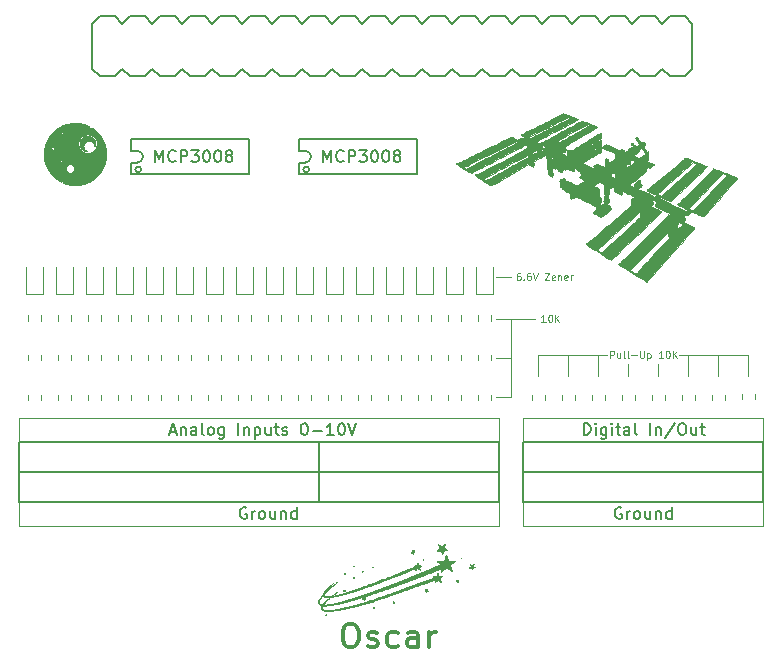
<source format=gbr>
%TF.GenerationSoftware,KiCad,Pcbnew,(5.1.12-1-10_14)*%
%TF.CreationDate,2021-12-12T23:14:55+01:00*%
%TF.ProjectId,Raspberry_modular,52617370-6265-4727-9279-5f6d6f64756c,rev?*%
%TF.SameCoordinates,Original*%
%TF.FileFunction,Legend,Top*%
%TF.FilePolarity,Positive*%
%FSLAX46Y46*%
G04 Gerber Fmt 4.6, Leading zero omitted, Abs format (unit mm)*
G04 Created by KiCad (PCBNEW (5.1.12-1-10_14)) date 2021-12-12 23:14:55*
%MOMM*%
%LPD*%
G01*
G04 APERTURE LIST*
%ADD10C,0.120000*%
%ADD11C,0.300000*%
%ADD12C,0.150000*%
%ADD13C,0.100000*%
%ADD14C,0.127000*%
%ADD15C,0.152400*%
%ADD16C,0.010000*%
G04 APERTURE END LIST*
D10*
X80480000Y-56604000D02*
X80480000Y-55588000D01*
X77940000Y-56604000D02*
X77940000Y-55588000D01*
D11*
X54239047Y-77606761D02*
X54620000Y-77606761D01*
X54810476Y-77702000D01*
X55000952Y-77892476D01*
X55096190Y-78273428D01*
X55096190Y-78940095D01*
X55000952Y-79321047D01*
X54810476Y-79511523D01*
X54620000Y-79606761D01*
X54239047Y-79606761D01*
X54048571Y-79511523D01*
X53858095Y-79321047D01*
X53762857Y-78940095D01*
X53762857Y-78273428D01*
X53858095Y-77892476D01*
X54048571Y-77702000D01*
X54239047Y-77606761D01*
X55858095Y-79511523D02*
X56048571Y-79606761D01*
X56429523Y-79606761D01*
X56620000Y-79511523D01*
X56715238Y-79321047D01*
X56715238Y-79225809D01*
X56620000Y-79035333D01*
X56429523Y-78940095D01*
X56143809Y-78940095D01*
X55953333Y-78844857D01*
X55858095Y-78654380D01*
X55858095Y-78559142D01*
X55953333Y-78368666D01*
X56143809Y-78273428D01*
X56429523Y-78273428D01*
X56620000Y-78368666D01*
X58429523Y-79511523D02*
X58239047Y-79606761D01*
X57858095Y-79606761D01*
X57667619Y-79511523D01*
X57572380Y-79416285D01*
X57477142Y-79225809D01*
X57477142Y-78654380D01*
X57572380Y-78463904D01*
X57667619Y-78368666D01*
X57858095Y-78273428D01*
X58239047Y-78273428D01*
X58429523Y-78368666D01*
X60143809Y-79606761D02*
X60143809Y-78559142D01*
X60048571Y-78368666D01*
X59858095Y-78273428D01*
X59477142Y-78273428D01*
X59286666Y-78368666D01*
X60143809Y-79511523D02*
X59953333Y-79606761D01*
X59477142Y-79606761D01*
X59286666Y-79511523D01*
X59191428Y-79321047D01*
X59191428Y-79130571D01*
X59286666Y-78940095D01*
X59477142Y-78844857D01*
X59953333Y-78844857D01*
X60143809Y-78749619D01*
X61096190Y-79606761D02*
X61096190Y-78273428D01*
X61096190Y-78654380D02*
X61191428Y-78463904D01*
X61286666Y-78368666D01*
X61477142Y-78273428D01*
X61667619Y-78273428D01*
D12*
X74162380Y-61628380D02*
X74162380Y-60628380D01*
X74400476Y-60628380D01*
X74543333Y-60676000D01*
X74638571Y-60771238D01*
X74686190Y-60866476D01*
X74733809Y-61056952D01*
X74733809Y-61199809D01*
X74686190Y-61390285D01*
X74638571Y-61485523D01*
X74543333Y-61580761D01*
X74400476Y-61628380D01*
X74162380Y-61628380D01*
X75162380Y-61628380D02*
X75162380Y-60961714D01*
X75162380Y-60628380D02*
X75114761Y-60676000D01*
X75162380Y-60723619D01*
X75210000Y-60676000D01*
X75162380Y-60628380D01*
X75162380Y-60723619D01*
X76067142Y-60961714D02*
X76067142Y-61771238D01*
X76019523Y-61866476D01*
X75971904Y-61914095D01*
X75876666Y-61961714D01*
X75733809Y-61961714D01*
X75638571Y-61914095D01*
X76067142Y-61580761D02*
X75971904Y-61628380D01*
X75781428Y-61628380D01*
X75686190Y-61580761D01*
X75638571Y-61533142D01*
X75590952Y-61437904D01*
X75590952Y-61152190D01*
X75638571Y-61056952D01*
X75686190Y-61009333D01*
X75781428Y-60961714D01*
X75971904Y-60961714D01*
X76067142Y-61009333D01*
X76543333Y-61628380D02*
X76543333Y-60961714D01*
X76543333Y-60628380D02*
X76495714Y-60676000D01*
X76543333Y-60723619D01*
X76590952Y-60676000D01*
X76543333Y-60628380D01*
X76543333Y-60723619D01*
X76876666Y-60961714D02*
X77257619Y-60961714D01*
X77019523Y-60628380D02*
X77019523Y-61485523D01*
X77067142Y-61580761D01*
X77162380Y-61628380D01*
X77257619Y-61628380D01*
X78019523Y-61628380D02*
X78019523Y-61104571D01*
X77971904Y-61009333D01*
X77876666Y-60961714D01*
X77686190Y-60961714D01*
X77590952Y-61009333D01*
X78019523Y-61580761D02*
X77924285Y-61628380D01*
X77686190Y-61628380D01*
X77590952Y-61580761D01*
X77543333Y-61485523D01*
X77543333Y-61390285D01*
X77590952Y-61295047D01*
X77686190Y-61247428D01*
X77924285Y-61247428D01*
X78019523Y-61199809D01*
X78638571Y-61628380D02*
X78543333Y-61580761D01*
X78495714Y-61485523D01*
X78495714Y-60628380D01*
X79781428Y-61628380D02*
X79781428Y-60628380D01*
X80257619Y-60961714D02*
X80257619Y-61628380D01*
X80257619Y-61056952D02*
X80305238Y-61009333D01*
X80400476Y-60961714D01*
X80543333Y-60961714D01*
X80638571Y-61009333D01*
X80686190Y-61104571D01*
X80686190Y-61628380D01*
X81876666Y-60580761D02*
X81019523Y-61866476D01*
X82400476Y-60628380D02*
X82590952Y-60628380D01*
X82686190Y-60676000D01*
X82781428Y-60771238D01*
X82829047Y-60961714D01*
X82829047Y-61295047D01*
X82781428Y-61485523D01*
X82686190Y-61580761D01*
X82590952Y-61628380D01*
X82400476Y-61628380D01*
X82305238Y-61580761D01*
X82210000Y-61485523D01*
X82162380Y-61295047D01*
X82162380Y-60961714D01*
X82210000Y-60771238D01*
X82305238Y-60676000D01*
X82400476Y-60628380D01*
X83686190Y-60961714D02*
X83686190Y-61628380D01*
X83257619Y-60961714D02*
X83257619Y-61485523D01*
X83305238Y-61580761D01*
X83400476Y-61628380D01*
X83543333Y-61628380D01*
X83638571Y-61580761D01*
X83686190Y-61533142D01*
X84019523Y-60961714D02*
X84400476Y-60961714D01*
X84162380Y-60628380D02*
X84162380Y-61485523D01*
X84210000Y-61580761D01*
X84305238Y-61628380D01*
X84400476Y-61628380D01*
X77352857Y-67788000D02*
X77257619Y-67740380D01*
X77114761Y-67740380D01*
X76971904Y-67788000D01*
X76876666Y-67883238D01*
X76829047Y-67978476D01*
X76781428Y-68168952D01*
X76781428Y-68311809D01*
X76829047Y-68502285D01*
X76876666Y-68597523D01*
X76971904Y-68692761D01*
X77114761Y-68740380D01*
X77210000Y-68740380D01*
X77352857Y-68692761D01*
X77400476Y-68645142D01*
X77400476Y-68311809D01*
X77210000Y-68311809D01*
X77829047Y-68740380D02*
X77829047Y-68073714D01*
X77829047Y-68264190D02*
X77876666Y-68168952D01*
X77924285Y-68121333D01*
X78019523Y-68073714D01*
X78114761Y-68073714D01*
X78590952Y-68740380D02*
X78495714Y-68692761D01*
X78448095Y-68645142D01*
X78400476Y-68549904D01*
X78400476Y-68264190D01*
X78448095Y-68168952D01*
X78495714Y-68121333D01*
X78590952Y-68073714D01*
X78733809Y-68073714D01*
X78829047Y-68121333D01*
X78876666Y-68168952D01*
X78924285Y-68264190D01*
X78924285Y-68549904D01*
X78876666Y-68645142D01*
X78829047Y-68692761D01*
X78733809Y-68740380D01*
X78590952Y-68740380D01*
X79781428Y-68073714D02*
X79781428Y-68740380D01*
X79352857Y-68073714D02*
X79352857Y-68597523D01*
X79400476Y-68692761D01*
X79495714Y-68740380D01*
X79638571Y-68740380D01*
X79733809Y-68692761D01*
X79781428Y-68645142D01*
X80257619Y-68073714D02*
X80257619Y-68740380D01*
X80257619Y-68168952D02*
X80305238Y-68121333D01*
X80400476Y-68073714D01*
X80543333Y-68073714D01*
X80638571Y-68121333D01*
X80686190Y-68216571D01*
X80686190Y-68740380D01*
X81590952Y-68740380D02*
X81590952Y-67740380D01*
X81590952Y-68692761D02*
X81495714Y-68740380D01*
X81305238Y-68740380D01*
X81210000Y-68692761D01*
X81162380Y-68645142D01*
X81114761Y-68549904D01*
X81114761Y-68264190D01*
X81162380Y-68168952D01*
X81210000Y-68121333D01*
X81305238Y-68073714D01*
X81495714Y-68073714D01*
X81590952Y-68121333D01*
D10*
X89370000Y-67272000D02*
X89370000Y-67018000D01*
X89370000Y-69304000D02*
X89370000Y-67272000D01*
X69050000Y-69304000D02*
X89370000Y-69304000D01*
X69050000Y-67272000D02*
X69050000Y-69304000D01*
X69050000Y-60160000D02*
X69050000Y-62192000D01*
X89370000Y-60160000D02*
X69050000Y-60160000D01*
X89370000Y-62192000D02*
X89370000Y-60160000D01*
D13*
X76410000Y-55097428D02*
X76410000Y-54497428D01*
X76638571Y-54497428D01*
X76695714Y-54526000D01*
X76724285Y-54554571D01*
X76752857Y-54611714D01*
X76752857Y-54697428D01*
X76724285Y-54754571D01*
X76695714Y-54783142D01*
X76638571Y-54811714D01*
X76410000Y-54811714D01*
X77267142Y-54697428D02*
X77267142Y-55097428D01*
X77010000Y-54697428D02*
X77010000Y-55011714D01*
X77038571Y-55068857D01*
X77095714Y-55097428D01*
X77181428Y-55097428D01*
X77238571Y-55068857D01*
X77267142Y-55040285D01*
X77638571Y-55097428D02*
X77581428Y-55068857D01*
X77552857Y-55011714D01*
X77552857Y-54497428D01*
X77952857Y-55097428D02*
X77895714Y-55068857D01*
X77867142Y-55011714D01*
X77867142Y-54497428D01*
X78181428Y-54868857D02*
X78638571Y-54868857D01*
X78924285Y-54497428D02*
X78924285Y-54983142D01*
X78952857Y-55040285D01*
X78981428Y-55068857D01*
X79038571Y-55097428D01*
X79152857Y-55097428D01*
X79210000Y-55068857D01*
X79238571Y-55040285D01*
X79267142Y-54983142D01*
X79267142Y-54497428D01*
X79552857Y-54697428D02*
X79552857Y-55297428D01*
X79552857Y-54726000D02*
X79610000Y-54697428D01*
X79724285Y-54697428D01*
X79781428Y-54726000D01*
X79810000Y-54754571D01*
X79838571Y-54811714D01*
X79838571Y-54983142D01*
X79810000Y-55040285D01*
X79781428Y-55068857D01*
X79724285Y-55097428D01*
X79610000Y-55097428D01*
X79552857Y-55068857D01*
X80867142Y-55097428D02*
X80524285Y-55097428D01*
X80695714Y-55097428D02*
X80695714Y-54497428D01*
X80638571Y-54583142D01*
X80581428Y-54640285D01*
X80524285Y-54668857D01*
X81238571Y-54497428D02*
X81295714Y-54497428D01*
X81352857Y-54526000D01*
X81381428Y-54554571D01*
X81410000Y-54611714D01*
X81438571Y-54726000D01*
X81438571Y-54868857D01*
X81410000Y-54983142D01*
X81381428Y-55040285D01*
X81352857Y-55068857D01*
X81295714Y-55097428D01*
X81238571Y-55097428D01*
X81181428Y-55068857D01*
X81152857Y-55040285D01*
X81124285Y-54983142D01*
X81095714Y-54868857D01*
X81095714Y-54726000D01*
X81124285Y-54611714D01*
X81152857Y-54554571D01*
X81181428Y-54526000D01*
X81238571Y-54497428D01*
X81695714Y-55097428D02*
X81695714Y-54497428D01*
X82038571Y-55097428D02*
X81781428Y-54754571D01*
X82038571Y-54497428D02*
X81695714Y-54840285D01*
D10*
X75400000Y-54826000D02*
X76162000Y-54826000D01*
X83020000Y-54826000D02*
X82258000Y-54826000D01*
X85560000Y-54826000D02*
X85560000Y-56604000D01*
X88100000Y-54826000D02*
X88100000Y-56604000D01*
X83020000Y-54826000D02*
X88100000Y-54826000D01*
X83020000Y-56604000D02*
X83020000Y-54826000D01*
X72860000Y-54826000D02*
X72860000Y-56604000D01*
X75400000Y-54826000D02*
X75400000Y-56604000D01*
X70320000Y-54826000D02*
X75400000Y-54826000D01*
X70320000Y-56604000D02*
X70320000Y-54826000D01*
D12*
X45602857Y-67788000D02*
X45507619Y-67740380D01*
X45364761Y-67740380D01*
X45221904Y-67788000D01*
X45126666Y-67883238D01*
X45079047Y-67978476D01*
X45031428Y-68168952D01*
X45031428Y-68311809D01*
X45079047Y-68502285D01*
X45126666Y-68597523D01*
X45221904Y-68692761D01*
X45364761Y-68740380D01*
X45460000Y-68740380D01*
X45602857Y-68692761D01*
X45650476Y-68645142D01*
X45650476Y-68311809D01*
X45460000Y-68311809D01*
X46079047Y-68740380D02*
X46079047Y-68073714D01*
X46079047Y-68264190D02*
X46126666Y-68168952D01*
X46174285Y-68121333D01*
X46269523Y-68073714D01*
X46364761Y-68073714D01*
X46840952Y-68740380D02*
X46745714Y-68692761D01*
X46698095Y-68645142D01*
X46650476Y-68549904D01*
X46650476Y-68264190D01*
X46698095Y-68168952D01*
X46745714Y-68121333D01*
X46840952Y-68073714D01*
X46983809Y-68073714D01*
X47079047Y-68121333D01*
X47126666Y-68168952D01*
X47174285Y-68264190D01*
X47174285Y-68549904D01*
X47126666Y-68645142D01*
X47079047Y-68692761D01*
X46983809Y-68740380D01*
X46840952Y-68740380D01*
X48031428Y-68073714D02*
X48031428Y-68740380D01*
X47602857Y-68073714D02*
X47602857Y-68597523D01*
X47650476Y-68692761D01*
X47745714Y-68740380D01*
X47888571Y-68740380D01*
X47983809Y-68692761D01*
X48031428Y-68645142D01*
X48507619Y-68073714D02*
X48507619Y-68740380D01*
X48507619Y-68168952D02*
X48555238Y-68121333D01*
X48650476Y-68073714D01*
X48793333Y-68073714D01*
X48888571Y-68121333D01*
X48936190Y-68216571D01*
X48936190Y-68740380D01*
X49840952Y-68740380D02*
X49840952Y-67740380D01*
X49840952Y-68692761D02*
X49745714Y-68740380D01*
X49555238Y-68740380D01*
X49460000Y-68692761D01*
X49412380Y-68645142D01*
X49364761Y-68549904D01*
X49364761Y-68264190D01*
X49412380Y-68168952D01*
X49460000Y-68121333D01*
X49555238Y-68073714D01*
X49745714Y-68073714D01*
X49840952Y-68121333D01*
D10*
X26378000Y-69304000D02*
X26378000Y-67272000D01*
X26632000Y-69304000D02*
X26378000Y-69304000D01*
X67018000Y-69304000D02*
X26632000Y-69304000D01*
X67018000Y-67272000D02*
X67018000Y-69304000D01*
D12*
X39118666Y-61342666D02*
X39594857Y-61342666D01*
X39023428Y-61628380D02*
X39356761Y-60628380D01*
X39690095Y-61628380D01*
X40023428Y-60961714D02*
X40023428Y-61628380D01*
X40023428Y-61056952D02*
X40071047Y-61009333D01*
X40166285Y-60961714D01*
X40309142Y-60961714D01*
X40404380Y-61009333D01*
X40452000Y-61104571D01*
X40452000Y-61628380D01*
X41356761Y-61628380D02*
X41356761Y-61104571D01*
X41309142Y-61009333D01*
X41213904Y-60961714D01*
X41023428Y-60961714D01*
X40928190Y-61009333D01*
X41356761Y-61580761D02*
X41261523Y-61628380D01*
X41023428Y-61628380D01*
X40928190Y-61580761D01*
X40880571Y-61485523D01*
X40880571Y-61390285D01*
X40928190Y-61295047D01*
X41023428Y-61247428D01*
X41261523Y-61247428D01*
X41356761Y-61199809D01*
X41975809Y-61628380D02*
X41880571Y-61580761D01*
X41832952Y-61485523D01*
X41832952Y-60628380D01*
X42499619Y-61628380D02*
X42404380Y-61580761D01*
X42356761Y-61533142D01*
X42309142Y-61437904D01*
X42309142Y-61152190D01*
X42356761Y-61056952D01*
X42404380Y-61009333D01*
X42499619Y-60961714D01*
X42642476Y-60961714D01*
X42737714Y-61009333D01*
X42785333Y-61056952D01*
X42832952Y-61152190D01*
X42832952Y-61437904D01*
X42785333Y-61533142D01*
X42737714Y-61580761D01*
X42642476Y-61628380D01*
X42499619Y-61628380D01*
X43690095Y-60961714D02*
X43690095Y-61771238D01*
X43642476Y-61866476D01*
X43594857Y-61914095D01*
X43499619Y-61961714D01*
X43356761Y-61961714D01*
X43261523Y-61914095D01*
X43690095Y-61580761D02*
X43594857Y-61628380D01*
X43404380Y-61628380D01*
X43309142Y-61580761D01*
X43261523Y-61533142D01*
X43213904Y-61437904D01*
X43213904Y-61152190D01*
X43261523Y-61056952D01*
X43309142Y-61009333D01*
X43404380Y-60961714D01*
X43594857Y-60961714D01*
X43690095Y-61009333D01*
X44928190Y-61628380D02*
X44928190Y-60628380D01*
X45404380Y-60961714D02*
X45404380Y-61628380D01*
X45404380Y-61056952D02*
X45452000Y-61009333D01*
X45547238Y-60961714D01*
X45690095Y-60961714D01*
X45785333Y-61009333D01*
X45832952Y-61104571D01*
X45832952Y-61628380D01*
X46309142Y-60961714D02*
X46309142Y-61961714D01*
X46309142Y-61009333D02*
X46404380Y-60961714D01*
X46594857Y-60961714D01*
X46690095Y-61009333D01*
X46737714Y-61056952D01*
X46785333Y-61152190D01*
X46785333Y-61437904D01*
X46737714Y-61533142D01*
X46690095Y-61580761D01*
X46594857Y-61628380D01*
X46404380Y-61628380D01*
X46309142Y-61580761D01*
X47642476Y-60961714D02*
X47642476Y-61628380D01*
X47213904Y-60961714D02*
X47213904Y-61485523D01*
X47261523Y-61580761D01*
X47356761Y-61628380D01*
X47499619Y-61628380D01*
X47594857Y-61580761D01*
X47642476Y-61533142D01*
X47975809Y-60961714D02*
X48356761Y-60961714D01*
X48118666Y-60628380D02*
X48118666Y-61485523D01*
X48166285Y-61580761D01*
X48261523Y-61628380D01*
X48356761Y-61628380D01*
X48642476Y-61580761D02*
X48737714Y-61628380D01*
X48928190Y-61628380D01*
X49023428Y-61580761D01*
X49071047Y-61485523D01*
X49071047Y-61437904D01*
X49023428Y-61342666D01*
X48928190Y-61295047D01*
X48785333Y-61295047D01*
X48690095Y-61247428D01*
X48642476Y-61152190D01*
X48642476Y-61104571D01*
X48690095Y-61009333D01*
X48785333Y-60961714D01*
X48928190Y-60961714D01*
X49023428Y-61009333D01*
X50452000Y-60628380D02*
X50547238Y-60628380D01*
X50642476Y-60676000D01*
X50690095Y-60723619D01*
X50737714Y-60818857D01*
X50785333Y-61009333D01*
X50785333Y-61247428D01*
X50737714Y-61437904D01*
X50690095Y-61533142D01*
X50642476Y-61580761D01*
X50547238Y-61628380D01*
X50452000Y-61628380D01*
X50356761Y-61580761D01*
X50309142Y-61533142D01*
X50261523Y-61437904D01*
X50213904Y-61247428D01*
X50213904Y-61009333D01*
X50261523Y-60818857D01*
X50309142Y-60723619D01*
X50356761Y-60676000D01*
X50452000Y-60628380D01*
X51213904Y-61247428D02*
X51975809Y-61247428D01*
X52975809Y-61628380D02*
X52404380Y-61628380D01*
X52690095Y-61628380D02*
X52690095Y-60628380D01*
X52594857Y-60771238D01*
X52499619Y-60866476D01*
X52404380Y-60914095D01*
X53594857Y-60628380D02*
X53690095Y-60628380D01*
X53785333Y-60676000D01*
X53832952Y-60723619D01*
X53880571Y-60818857D01*
X53928190Y-61009333D01*
X53928190Y-61247428D01*
X53880571Y-61437904D01*
X53832952Y-61533142D01*
X53785333Y-61580761D01*
X53690095Y-61628380D01*
X53594857Y-61628380D01*
X53499619Y-61580761D01*
X53452000Y-61533142D01*
X53404380Y-61437904D01*
X53356761Y-61247428D01*
X53356761Y-61009333D01*
X53404380Y-60818857D01*
X53452000Y-60723619D01*
X53499619Y-60676000D01*
X53594857Y-60628380D01*
X54213904Y-60628380D02*
X54547238Y-61628380D01*
X54880571Y-60628380D01*
D10*
X26378000Y-60160000D02*
X26378000Y-62192000D01*
X67018000Y-60160000D02*
X26378000Y-60160000D01*
X67018000Y-62192000D02*
X67018000Y-60160000D01*
D13*
X68770857Y-47893428D02*
X68656571Y-47893428D01*
X68599428Y-47922000D01*
X68570857Y-47950571D01*
X68513714Y-48036285D01*
X68485142Y-48150571D01*
X68485142Y-48379142D01*
X68513714Y-48436285D01*
X68542285Y-48464857D01*
X68599428Y-48493428D01*
X68713714Y-48493428D01*
X68770857Y-48464857D01*
X68799428Y-48436285D01*
X68828000Y-48379142D01*
X68828000Y-48236285D01*
X68799428Y-48179142D01*
X68770857Y-48150571D01*
X68713714Y-48122000D01*
X68599428Y-48122000D01*
X68542285Y-48150571D01*
X68513714Y-48179142D01*
X68485142Y-48236285D01*
X69085142Y-48436285D02*
X69113714Y-48464857D01*
X69085142Y-48493428D01*
X69056571Y-48464857D01*
X69085142Y-48436285D01*
X69085142Y-48493428D01*
X69628000Y-47893428D02*
X69513714Y-47893428D01*
X69456571Y-47922000D01*
X69428000Y-47950571D01*
X69370857Y-48036285D01*
X69342285Y-48150571D01*
X69342285Y-48379142D01*
X69370857Y-48436285D01*
X69399428Y-48464857D01*
X69456571Y-48493428D01*
X69570857Y-48493428D01*
X69628000Y-48464857D01*
X69656571Y-48436285D01*
X69685142Y-48379142D01*
X69685142Y-48236285D01*
X69656571Y-48179142D01*
X69628000Y-48150571D01*
X69570857Y-48122000D01*
X69456571Y-48122000D01*
X69399428Y-48150571D01*
X69370857Y-48179142D01*
X69342285Y-48236285D01*
X69856571Y-47893428D02*
X70056571Y-48493428D01*
X70256571Y-47893428D01*
X70856571Y-47893428D02*
X71256571Y-47893428D01*
X70856571Y-48493428D01*
X71256571Y-48493428D01*
X71713714Y-48464857D02*
X71656571Y-48493428D01*
X71542285Y-48493428D01*
X71485142Y-48464857D01*
X71456571Y-48407714D01*
X71456571Y-48179142D01*
X71485142Y-48122000D01*
X71542285Y-48093428D01*
X71656571Y-48093428D01*
X71713714Y-48122000D01*
X71742285Y-48179142D01*
X71742285Y-48236285D01*
X71456571Y-48293428D01*
X71999428Y-48093428D02*
X71999428Y-48493428D01*
X71999428Y-48150571D02*
X72028000Y-48122000D01*
X72085142Y-48093428D01*
X72170857Y-48093428D01*
X72228000Y-48122000D01*
X72256571Y-48179142D01*
X72256571Y-48493428D01*
X72770857Y-48464857D02*
X72713714Y-48493428D01*
X72599428Y-48493428D01*
X72542285Y-48464857D01*
X72513714Y-48407714D01*
X72513714Y-48179142D01*
X72542285Y-48122000D01*
X72599428Y-48093428D01*
X72713714Y-48093428D01*
X72770857Y-48122000D01*
X72799428Y-48179142D01*
X72799428Y-48236285D01*
X72513714Y-48293428D01*
X73056571Y-48493428D02*
X73056571Y-48093428D01*
X73056571Y-48207714D02*
X73085142Y-48150571D01*
X73113714Y-48122000D01*
X73170857Y-48093428D01*
X73228000Y-48093428D01*
D10*
X66764000Y-48222000D02*
X68034000Y-48222000D01*
D13*
X70921714Y-52049428D02*
X70578857Y-52049428D01*
X70750285Y-52049428D02*
X70750285Y-51449428D01*
X70693142Y-51535142D01*
X70636000Y-51592285D01*
X70578857Y-51620857D01*
X71293142Y-51449428D02*
X71350285Y-51449428D01*
X71407428Y-51478000D01*
X71436000Y-51506571D01*
X71464571Y-51563714D01*
X71493142Y-51678000D01*
X71493142Y-51820857D01*
X71464571Y-51935142D01*
X71436000Y-51992285D01*
X71407428Y-52020857D01*
X71350285Y-52049428D01*
X71293142Y-52049428D01*
X71236000Y-52020857D01*
X71207428Y-51992285D01*
X71178857Y-51935142D01*
X71150285Y-51820857D01*
X71150285Y-51678000D01*
X71178857Y-51563714D01*
X71207428Y-51506571D01*
X71236000Y-51478000D01*
X71293142Y-51449428D01*
X71750285Y-52049428D02*
X71750285Y-51449428D01*
X72093142Y-52049428D02*
X71836000Y-51706571D01*
X72093142Y-51449428D02*
X71750285Y-51792285D01*
D10*
X68034000Y-51778000D02*
X70066000Y-51778000D01*
X68034000Y-55080000D02*
X66764000Y-55080000D01*
X68034000Y-51778000D02*
X66764000Y-51778000D01*
X68034000Y-58382000D02*
X68034000Y-51778000D01*
X66764000Y-58382000D02*
X68034000Y-58382000D01*
D14*
%TO.C,U$5*%
X26378000Y-64732000D02*
X51778000Y-64732000D01*
X51778000Y-64732000D02*
X51778000Y-67272000D01*
X51778000Y-67272000D02*
X26378000Y-67272000D01*
X26378000Y-67272000D02*
X26378000Y-64732000D01*
%TO.C,U$3*%
X26378000Y-62192000D02*
X51778000Y-62192000D01*
X51778000Y-62192000D02*
X51778000Y-64732000D01*
X51778000Y-64732000D02*
X26378000Y-64732000D01*
X26378000Y-64732000D02*
X26378000Y-62192000D01*
%TO.C,U3*%
X50895000Y-39142000D02*
G75*
G03*
X50895000Y-39142000I-243000J0D01*
G01*
X60072000Y-36562000D02*
X60072000Y-39562000D01*
X50072000Y-36562000D02*
X60072000Y-36562000D01*
X50072000Y-37562000D02*
X50072000Y-36562000D01*
X50572000Y-37562000D02*
X50072000Y-37562000D01*
X50072000Y-38562000D02*
X50572000Y-38562000D01*
X50072000Y-39562000D02*
X50072000Y-38562000D01*
X60072000Y-39562000D02*
X50072000Y-39562000D01*
X50572000Y-37562000D02*
G75*
G02*
X51072000Y-38062000I0J-500000D01*
G01*
X51072000Y-38062000D02*
G75*
G02*
X50572000Y-38562000I-500000J0D01*
G01*
%TO.C,U1*%
X36671000Y-39142000D02*
G75*
G03*
X36671000Y-39142000I-243000J0D01*
G01*
X45848000Y-36562000D02*
X45848000Y-39562000D01*
X35848000Y-36562000D02*
X45848000Y-36562000D01*
X35848000Y-37562000D02*
X35848000Y-36562000D01*
X36348000Y-37562000D02*
X35848000Y-37562000D01*
X35848000Y-38562000D02*
X36348000Y-38562000D01*
X35848000Y-39562000D02*
X35848000Y-38562000D01*
X45848000Y-39562000D02*
X35848000Y-39562000D01*
X36348000Y-37562000D02*
G75*
G02*
X36848000Y-38062000I0J-500000D01*
G01*
X36848000Y-38062000D02*
G75*
G02*
X36348000Y-38562000I-500000J0D01*
G01*
D10*
%TO.C,R56*%
X79957500Y-58682258D02*
X79957500Y-58207742D01*
X81002500Y-58682258D02*
X81002500Y-58207742D01*
%TO.C,R55*%
X82497500Y-58682258D02*
X82497500Y-58207742D01*
X83542500Y-58682258D02*
X83542500Y-58207742D01*
%TO.C,R54*%
X85037500Y-58682258D02*
X85037500Y-58207742D01*
X86082500Y-58682258D02*
X86082500Y-58207742D01*
%TO.C,R53*%
X87577500Y-58619258D02*
X87577500Y-58144742D01*
X88622500Y-58619258D02*
X88622500Y-58144742D01*
%TO.C,R52*%
X69797500Y-58682258D02*
X69797500Y-58207742D01*
X70842500Y-58682258D02*
X70842500Y-58207742D01*
%TO.C,R51*%
X72337500Y-58682258D02*
X72337500Y-58207742D01*
X73382500Y-58682258D02*
X73382500Y-58207742D01*
%TO.C,R50*%
X74877500Y-58682258D02*
X74877500Y-58207742D01*
X75922500Y-58682258D02*
X75922500Y-58207742D01*
%TO.C,R49*%
X65225500Y-58682258D02*
X65225500Y-58207742D01*
X66270500Y-58682258D02*
X66270500Y-58207742D01*
%TO.C,R48*%
X65225500Y-55317258D02*
X65225500Y-54842742D01*
X66270500Y-55317258D02*
X66270500Y-54842742D01*
%TO.C,R47*%
X65225500Y-51952258D02*
X65225500Y-51477742D01*
X66270500Y-51952258D02*
X66270500Y-51477742D01*
%TO.C,R46*%
X62685500Y-58682258D02*
X62685500Y-58207742D01*
X63730500Y-58682258D02*
X63730500Y-58207742D01*
%TO.C,R45*%
X62685500Y-55317258D02*
X62685500Y-54842742D01*
X63730500Y-55317258D02*
X63730500Y-54842742D01*
%TO.C,R44*%
X62685500Y-51952258D02*
X62685500Y-51477742D01*
X63730500Y-51952258D02*
X63730500Y-51477742D01*
%TO.C,R43*%
X60145500Y-58682258D02*
X60145500Y-58207742D01*
X61190500Y-58682258D02*
X61190500Y-58207742D01*
%TO.C,R42*%
X60145500Y-55317258D02*
X60145500Y-54842742D01*
X61190500Y-55317258D02*
X61190500Y-54842742D01*
%TO.C,R41*%
X60145500Y-51952258D02*
X60145500Y-51477742D01*
X61190500Y-51952258D02*
X61190500Y-51477742D01*
%TO.C,R40*%
X57605500Y-58682258D02*
X57605500Y-58207742D01*
X58650500Y-58682258D02*
X58650500Y-58207742D01*
%TO.C,R39*%
X57605500Y-55317258D02*
X57605500Y-54842742D01*
X58650500Y-55317258D02*
X58650500Y-54842742D01*
%TO.C,R38*%
X57605500Y-51952258D02*
X57605500Y-51477742D01*
X58650500Y-51952258D02*
X58650500Y-51477742D01*
%TO.C,R37*%
X55065500Y-58682258D02*
X55065500Y-58207742D01*
X56110500Y-58682258D02*
X56110500Y-58207742D01*
%TO.C,R36*%
X55065500Y-55317258D02*
X55065500Y-54842742D01*
X56110500Y-55317258D02*
X56110500Y-54842742D01*
%TO.C,R35*%
X55065500Y-51952258D02*
X55065500Y-51477742D01*
X56110500Y-51952258D02*
X56110500Y-51477742D01*
%TO.C,R34*%
X52525500Y-58682258D02*
X52525500Y-58207742D01*
X53570500Y-58682258D02*
X53570500Y-58207742D01*
%TO.C,R33*%
X52525500Y-55317258D02*
X52525500Y-54842742D01*
X53570500Y-55317258D02*
X53570500Y-54842742D01*
%TO.C,R32*%
X52525500Y-51952258D02*
X52525500Y-51477742D01*
X53570500Y-51952258D02*
X53570500Y-51477742D01*
%TO.C,R31*%
X49985500Y-58682258D02*
X49985500Y-58207742D01*
X51030500Y-58682258D02*
X51030500Y-58207742D01*
%TO.C,R30*%
X49985500Y-55317258D02*
X49985500Y-54842742D01*
X51030500Y-55317258D02*
X51030500Y-54842742D01*
%TO.C,R29*%
X49985500Y-51952258D02*
X49985500Y-51477742D01*
X51030500Y-51952258D02*
X51030500Y-51477742D01*
%TO.C,R28*%
X47445500Y-58682258D02*
X47445500Y-58207742D01*
X48490500Y-58682258D02*
X48490500Y-58207742D01*
%TO.C,R27*%
X47445500Y-55317258D02*
X47445500Y-54842742D01*
X48490500Y-55317258D02*
X48490500Y-54842742D01*
%TO.C,R26*%
X47445500Y-51952258D02*
X47445500Y-51477742D01*
X48490500Y-51952258D02*
X48490500Y-51477742D01*
%TO.C,R25*%
X44905500Y-58682258D02*
X44905500Y-58207742D01*
X45950500Y-58682258D02*
X45950500Y-58207742D01*
%TO.C,R24*%
X44905500Y-55317258D02*
X44905500Y-54842742D01*
X45950500Y-55317258D02*
X45950500Y-54842742D01*
%TO.C,R23*%
X44905500Y-51952258D02*
X44905500Y-51477742D01*
X45950500Y-51952258D02*
X45950500Y-51477742D01*
%TO.C,R22*%
X42365500Y-58682258D02*
X42365500Y-58207742D01*
X43410500Y-58682258D02*
X43410500Y-58207742D01*
%TO.C,R21*%
X42365500Y-55317258D02*
X42365500Y-54842742D01*
X43410500Y-55317258D02*
X43410500Y-54842742D01*
%TO.C,R20*%
X42365500Y-51952258D02*
X42365500Y-51477742D01*
X43410500Y-51952258D02*
X43410500Y-51477742D01*
%TO.C,R19*%
X39825500Y-58682258D02*
X39825500Y-58207742D01*
X40870500Y-58682258D02*
X40870500Y-58207742D01*
%TO.C,R18*%
X39825500Y-55317258D02*
X39825500Y-54842742D01*
X40870500Y-55317258D02*
X40870500Y-54842742D01*
%TO.C,R17*%
X39825500Y-51952258D02*
X39825500Y-51477742D01*
X40870500Y-51952258D02*
X40870500Y-51477742D01*
%TO.C,R16*%
X37285500Y-58682258D02*
X37285500Y-58207742D01*
X38330500Y-58682258D02*
X38330500Y-58207742D01*
%TO.C,R15*%
X37285500Y-55317258D02*
X37285500Y-54842742D01*
X38330500Y-55317258D02*
X38330500Y-54842742D01*
%TO.C,R14*%
X37285500Y-51952258D02*
X37285500Y-51477742D01*
X38330500Y-51952258D02*
X38330500Y-51477742D01*
%TO.C,R13*%
X34745500Y-58682258D02*
X34745500Y-58207742D01*
X35790500Y-58682258D02*
X35790500Y-58207742D01*
%TO.C,R12*%
X34745500Y-55317258D02*
X34745500Y-54842742D01*
X35790500Y-55317258D02*
X35790500Y-54842742D01*
%TO.C,R11*%
X34745500Y-51952258D02*
X34745500Y-51477742D01*
X35790500Y-51952258D02*
X35790500Y-51477742D01*
%TO.C,R10*%
X32205500Y-58682258D02*
X32205500Y-58207742D01*
X33250500Y-58682258D02*
X33250500Y-58207742D01*
%TO.C,R9*%
X32205500Y-55317258D02*
X32205500Y-54842742D01*
X33250500Y-55317258D02*
X33250500Y-54842742D01*
%TO.C,R8*%
X32205500Y-51952258D02*
X32205500Y-51477742D01*
X33250500Y-51952258D02*
X33250500Y-51477742D01*
%TO.C,R7*%
X29665500Y-58682258D02*
X29665500Y-58207742D01*
X30710500Y-58682258D02*
X30710500Y-58207742D01*
%TO.C,R6*%
X29665500Y-55317258D02*
X29665500Y-54842742D01*
X30710500Y-55317258D02*
X30710500Y-54842742D01*
%TO.C,R5*%
X29665500Y-51952258D02*
X29665500Y-51477742D01*
X30710500Y-51952258D02*
X30710500Y-51477742D01*
%TO.C,R4*%
X77417500Y-58682258D02*
X77417500Y-58207742D01*
X78462500Y-58682258D02*
X78462500Y-58207742D01*
%TO.C,R3*%
X27125500Y-58682258D02*
X27125500Y-58207742D01*
X28170500Y-58682258D02*
X28170500Y-58207742D01*
%TO.C,R2*%
X27125500Y-55317258D02*
X27125500Y-54842742D01*
X28170500Y-55317258D02*
X28170500Y-54842742D01*
%TO.C,R1*%
X27125500Y-51952258D02*
X27125500Y-51477742D01*
X28170500Y-51952258D02*
X28170500Y-51477742D01*
D14*
%TO.C,JP7*%
X69050000Y-64732000D02*
X89370000Y-64732000D01*
X89370000Y-64732000D02*
X89370000Y-67272000D01*
X89370000Y-67272000D02*
X69050000Y-67272000D01*
X69050000Y-67272000D02*
X69050000Y-64732000D01*
%TO.C,JP5*%
X69050000Y-62192000D02*
X89370000Y-62192000D01*
X89370000Y-62192000D02*
X89370000Y-64732000D01*
X89370000Y-64732000D02*
X69050000Y-64732000D01*
X69050000Y-64732000D02*
X69050000Y-62192000D01*
%TO.C,JP3*%
X51778000Y-64732000D02*
X67018000Y-64732000D01*
X67018000Y-64732000D02*
X67018000Y-67272000D01*
X67018000Y-67272000D02*
X51778000Y-67272000D01*
X51778000Y-67272000D02*
X51778000Y-64732000D01*
%TO.C,JP1*%
X51778000Y-62192000D02*
X67018000Y-62192000D01*
X67018000Y-62192000D02*
X67018000Y-64732000D01*
X67018000Y-64732000D02*
X51778000Y-64732000D01*
X51778000Y-64732000D02*
X51778000Y-62192000D01*
D15*
%TO.C,J1*%
X33191000Y-26162000D02*
X34461000Y-26162000D01*
X34461000Y-26162000D02*
X35096000Y-26797000D01*
X35096000Y-26797000D02*
X35731000Y-26162000D01*
X35731000Y-26162000D02*
X37001000Y-26162000D01*
X37001000Y-26162000D02*
X37636000Y-26797000D01*
X33191000Y-26162000D02*
X32556000Y-26797000D01*
X37636000Y-26797000D02*
X38271000Y-26162000D01*
X38271000Y-26162000D02*
X39541000Y-26162000D01*
X39541000Y-26162000D02*
X40176000Y-26797000D01*
X40811000Y-26162000D02*
X42081000Y-26162000D01*
X42081000Y-26162000D02*
X42716000Y-26797000D01*
X42716000Y-26797000D02*
X43351000Y-26162000D01*
X43351000Y-26162000D02*
X44621000Y-26162000D01*
X44621000Y-26162000D02*
X45256000Y-26797000D01*
X40811000Y-26162000D02*
X40176000Y-26797000D01*
X45256000Y-26797000D02*
X45891000Y-26162000D01*
X45891000Y-26162000D02*
X47161000Y-26162000D01*
X47161000Y-26162000D02*
X47796000Y-26797000D01*
X35096000Y-30607000D02*
X34461000Y-31242000D01*
X37636000Y-30607000D02*
X37001000Y-31242000D01*
X37001000Y-31242000D02*
X35731000Y-31242000D01*
X35731000Y-31242000D02*
X35096000Y-30607000D01*
X32556000Y-26797000D02*
X32556000Y-30607000D01*
X32556000Y-30607000D02*
X33191000Y-31242000D01*
X34461000Y-31242000D02*
X33191000Y-31242000D01*
X40176000Y-30607000D02*
X39541000Y-31242000D01*
X39541000Y-31242000D02*
X38271000Y-31242000D01*
X38271000Y-31242000D02*
X37636000Y-30607000D01*
X42716000Y-30607000D02*
X42081000Y-31242000D01*
X45256000Y-30607000D02*
X44621000Y-31242000D01*
X44621000Y-31242000D02*
X43351000Y-31242000D01*
X43351000Y-31242000D02*
X42716000Y-30607000D01*
X40176000Y-30607000D02*
X40811000Y-31242000D01*
X42081000Y-31242000D02*
X40811000Y-31242000D01*
X47796000Y-30607000D02*
X47161000Y-31242000D01*
X47161000Y-31242000D02*
X45891000Y-31242000D01*
X45891000Y-31242000D02*
X45256000Y-30607000D01*
X49701000Y-26162000D02*
X50336000Y-26797000D01*
X48431000Y-26162000D02*
X49701000Y-26162000D01*
X47796000Y-26797000D02*
X48431000Y-26162000D01*
X48431000Y-31242000D02*
X47796000Y-30607000D01*
X49701000Y-31242000D02*
X48431000Y-31242000D01*
X50336000Y-30607000D02*
X49701000Y-31242000D01*
X50971000Y-26162000D02*
X52241000Y-26162000D01*
X52241000Y-26162000D02*
X52876000Y-26797000D01*
X52876000Y-26797000D02*
X53511000Y-26162000D01*
X53511000Y-26162000D02*
X54781000Y-26162000D01*
X54781000Y-26162000D02*
X55416000Y-26797000D01*
X50971000Y-26162000D02*
X50336000Y-26797000D01*
X55416000Y-26797000D02*
X56051000Y-26162000D01*
X56051000Y-26162000D02*
X57321000Y-26162000D01*
X57321000Y-26162000D02*
X57956000Y-26797000D01*
X58591000Y-26162000D02*
X59861000Y-26162000D01*
X59861000Y-26162000D02*
X60496000Y-26797000D01*
X60496000Y-26797000D02*
X61131000Y-26162000D01*
X61131000Y-26162000D02*
X62401000Y-26162000D01*
X62401000Y-26162000D02*
X63036000Y-26797000D01*
X58591000Y-26162000D02*
X57956000Y-26797000D01*
X63036000Y-26797000D02*
X63671000Y-26162000D01*
X63671000Y-26162000D02*
X64941000Y-26162000D01*
X64941000Y-26162000D02*
X65576000Y-26797000D01*
X52876000Y-30607000D02*
X52241000Y-31242000D01*
X55416000Y-30607000D02*
X54781000Y-31242000D01*
X54781000Y-31242000D02*
X53511000Y-31242000D01*
X53511000Y-31242000D02*
X52876000Y-30607000D01*
X50336000Y-30607000D02*
X50971000Y-31242000D01*
X52241000Y-31242000D02*
X50971000Y-31242000D01*
X57956000Y-30607000D02*
X57321000Y-31242000D01*
X57321000Y-31242000D02*
X56051000Y-31242000D01*
X56051000Y-31242000D02*
X55416000Y-30607000D01*
X60496000Y-30607000D02*
X59861000Y-31242000D01*
X63036000Y-30607000D02*
X62401000Y-31242000D01*
X62401000Y-31242000D02*
X61131000Y-31242000D01*
X61131000Y-31242000D02*
X60496000Y-30607000D01*
X57956000Y-30607000D02*
X58591000Y-31242000D01*
X59861000Y-31242000D02*
X58591000Y-31242000D01*
X65576000Y-30607000D02*
X64941000Y-31242000D01*
X64941000Y-31242000D02*
X63671000Y-31242000D01*
X63671000Y-31242000D02*
X63036000Y-30607000D01*
X67481000Y-26162000D02*
X68116000Y-26797000D01*
X66211000Y-26162000D02*
X67481000Y-26162000D01*
X65576000Y-26797000D02*
X66211000Y-26162000D01*
X66211000Y-31242000D02*
X65576000Y-30607000D01*
X67481000Y-31242000D02*
X66211000Y-31242000D01*
X68116000Y-30607000D02*
X67481000Y-31242000D01*
X68751000Y-26162000D02*
X70021000Y-26162000D01*
X70021000Y-26162000D02*
X70656000Y-26797000D01*
X70656000Y-26797000D02*
X71291000Y-26162000D01*
X71291000Y-26162000D02*
X72561000Y-26162000D01*
X72561000Y-26162000D02*
X73196000Y-26797000D01*
X68751000Y-26162000D02*
X68116000Y-26797000D01*
X73196000Y-26797000D02*
X73831000Y-26162000D01*
X73831000Y-26162000D02*
X75101000Y-26162000D01*
X75101000Y-26162000D02*
X75736000Y-26797000D01*
X76371000Y-26162000D02*
X77641000Y-26162000D01*
X77641000Y-26162000D02*
X78276000Y-26797000D01*
X78276000Y-26797000D02*
X78911000Y-26162000D01*
X78911000Y-26162000D02*
X80181000Y-26162000D01*
X80181000Y-26162000D02*
X80816000Y-26797000D01*
X76371000Y-26162000D02*
X75736000Y-26797000D01*
X80816000Y-26797000D02*
X81451000Y-26162000D01*
X81451000Y-26162000D02*
X82721000Y-26162000D01*
X70656000Y-30607000D02*
X70021000Y-31242000D01*
X73196000Y-30607000D02*
X72561000Y-31242000D01*
X72561000Y-31242000D02*
X71291000Y-31242000D01*
X71291000Y-31242000D02*
X70656000Y-30607000D01*
X68116000Y-30607000D02*
X68751000Y-31242000D01*
X70021000Y-31242000D02*
X68751000Y-31242000D01*
X75736000Y-30607000D02*
X75101000Y-31242000D01*
X75101000Y-31242000D02*
X73831000Y-31242000D01*
X73831000Y-31242000D02*
X73196000Y-30607000D01*
X78276000Y-30607000D02*
X77641000Y-31242000D01*
X80816000Y-30607000D02*
X80181000Y-31242000D01*
X80181000Y-31242000D02*
X78911000Y-31242000D01*
X78911000Y-31242000D02*
X78276000Y-30607000D01*
X75736000Y-30607000D02*
X76371000Y-31242000D01*
X77641000Y-31242000D02*
X76371000Y-31242000D01*
X82721000Y-31242000D02*
X81451000Y-31242000D01*
X81451000Y-31242000D02*
X80816000Y-30607000D01*
X83356000Y-26797000D02*
X83356000Y-30607000D01*
X82721000Y-26162000D02*
X83356000Y-26797000D01*
X83356000Y-30607000D02*
X82721000Y-31242000D01*
D10*
%TO.C,D16*%
X65013000Y-47396500D02*
X65013000Y-49681500D01*
X65013000Y-49681500D02*
X66483000Y-49681500D01*
X66483000Y-49681500D02*
X66483000Y-47396500D01*
%TO.C,D15*%
X62473000Y-47422000D02*
X62473000Y-49707000D01*
X62473000Y-49707000D02*
X63943000Y-49707000D01*
X63943000Y-49707000D02*
X63943000Y-47422000D01*
%TO.C,D14*%
X59933000Y-47396500D02*
X59933000Y-49681500D01*
X59933000Y-49681500D02*
X61403000Y-49681500D01*
X61403000Y-49681500D02*
X61403000Y-47396500D01*
%TO.C,D13*%
X57393000Y-47422000D02*
X57393000Y-49707000D01*
X57393000Y-49707000D02*
X58863000Y-49707000D01*
X58863000Y-49707000D02*
X58863000Y-47422000D01*
%TO.C,D12*%
X54853000Y-47396500D02*
X54853000Y-49681500D01*
X54853000Y-49681500D02*
X56323000Y-49681500D01*
X56323000Y-49681500D02*
X56323000Y-47396500D01*
%TO.C,D11*%
X52313000Y-47396500D02*
X52313000Y-49681500D01*
X52313000Y-49681500D02*
X53783000Y-49681500D01*
X53783000Y-49681500D02*
X53783000Y-47396500D01*
%TO.C,D10*%
X49773000Y-47396500D02*
X49773000Y-49681500D01*
X49773000Y-49681500D02*
X51243000Y-49681500D01*
X51243000Y-49681500D02*
X51243000Y-47396500D01*
%TO.C,D9*%
X47233000Y-47396500D02*
X47233000Y-49681500D01*
X47233000Y-49681500D02*
X48703000Y-49681500D01*
X48703000Y-49681500D02*
X48703000Y-47396500D01*
%TO.C,D8*%
X44693000Y-47396500D02*
X44693000Y-49681500D01*
X44693000Y-49681500D02*
X46163000Y-49681500D01*
X46163000Y-49681500D02*
X46163000Y-47396500D01*
%TO.C,D7*%
X42153000Y-47396500D02*
X42153000Y-49681500D01*
X42153000Y-49681500D02*
X43623000Y-49681500D01*
X43623000Y-49681500D02*
X43623000Y-47396500D01*
%TO.C,D6*%
X39613000Y-47396500D02*
X39613000Y-49681500D01*
X39613000Y-49681500D02*
X41083000Y-49681500D01*
X41083000Y-49681500D02*
X41083000Y-47396500D01*
%TO.C,D5*%
X37073000Y-47396500D02*
X37073000Y-49681500D01*
X37073000Y-49681500D02*
X38543000Y-49681500D01*
X38543000Y-49681500D02*
X38543000Y-47396500D01*
%TO.C,D4*%
X34533000Y-47396500D02*
X34533000Y-49681500D01*
X34533000Y-49681500D02*
X36003000Y-49681500D01*
X36003000Y-49681500D02*
X36003000Y-47396500D01*
%TO.C,D3*%
X31993000Y-47396500D02*
X31993000Y-49681500D01*
X31993000Y-49681500D02*
X33463000Y-49681500D01*
X33463000Y-49681500D02*
X33463000Y-47396500D01*
%TO.C,D2*%
X29453000Y-47396500D02*
X29453000Y-49681500D01*
X29453000Y-49681500D02*
X30923000Y-49681500D01*
X30923000Y-49681500D02*
X30923000Y-47396500D01*
%TO.C,D1*%
X26913000Y-47396500D02*
X26913000Y-49681500D01*
X26913000Y-49681500D02*
X28383000Y-49681500D01*
X28383000Y-49681500D02*
X28383000Y-47396500D01*
D16*
%TO.C,G\u002A\u002A\u002A*%
G36*
X59751799Y-71383204D02*
G01*
X59753592Y-71417790D01*
X59753600Y-71423884D01*
X59767028Y-71486012D01*
X59789335Y-71515409D01*
X59825071Y-71547666D01*
X59776723Y-71556284D01*
X59732410Y-71577259D01*
X59699468Y-71624018D01*
X59681422Y-71656004D01*
X59670827Y-71665344D01*
X59669747Y-71661967D01*
X59653972Y-71626984D01*
X59617478Y-71594720D01*
X59572695Y-71574837D01*
X59554634Y-71572503D01*
X59508067Y-71571940D01*
X59548343Y-71538393D01*
X59575893Y-71507346D01*
X59581933Y-71469849D01*
X59579041Y-71445823D01*
X59577429Y-71404555D01*
X59586931Y-71386303D01*
X59604125Y-71395773D01*
X59609667Y-71403733D01*
X59636546Y-71419101D01*
X59677085Y-71416460D01*
X59717178Y-71397196D01*
X59722633Y-71392642D01*
X59743222Y-71376580D01*
X59751799Y-71383204D01*
G37*
X59751799Y-71383204D02*
X59753592Y-71417790D01*
X59753600Y-71423884D01*
X59767028Y-71486012D01*
X59789335Y-71515409D01*
X59825071Y-71547666D01*
X59776723Y-71556284D01*
X59732410Y-71577259D01*
X59699468Y-71624018D01*
X59681422Y-71656004D01*
X59670827Y-71665344D01*
X59669747Y-71661967D01*
X59653972Y-71626984D01*
X59617478Y-71594720D01*
X59572695Y-71574837D01*
X59554634Y-71572503D01*
X59508067Y-71571940D01*
X59548343Y-71538393D01*
X59575893Y-71507346D01*
X59581933Y-71469849D01*
X59579041Y-71445823D01*
X59577429Y-71404555D01*
X59586931Y-71386303D01*
X59604125Y-71395773D01*
X59609667Y-71403733D01*
X59636546Y-71419101D01*
X59677085Y-71416460D01*
X59717178Y-71397196D01*
X59722633Y-71392642D01*
X59743222Y-71376580D01*
X59751799Y-71383204D01*
G36*
X62401165Y-70862558D02*
G01*
X62404489Y-70865510D01*
X62404723Y-70884971D01*
X62396818Y-70927067D01*
X62384906Y-70973757D01*
X62361194Y-71063622D01*
X62349058Y-71127555D01*
X62348603Y-71171490D01*
X62359933Y-71201358D01*
X62383150Y-71223092D01*
X62389328Y-71227045D01*
X62478282Y-71282392D01*
X62546647Y-71327071D01*
X62591776Y-71359262D01*
X62611024Y-71377145D01*
X62611193Y-71379652D01*
X62591205Y-71384798D01*
X62546601Y-71390492D01*
X62486603Y-71395931D01*
X62420433Y-71400311D01*
X62357314Y-71402828D01*
X62342221Y-71403082D01*
X62312558Y-71404761D01*
X62290599Y-71412620D01*
X62273085Y-71431989D01*
X62256755Y-71468201D01*
X62238346Y-71526587D01*
X62214956Y-71611167D01*
X62198239Y-71667659D01*
X62183486Y-71708515D01*
X62173734Y-71725397D01*
X62173346Y-71725467D01*
X62162072Y-71710996D01*
X62144884Y-71673999D01*
X62133719Y-71645033D01*
X62094263Y-71540302D01*
X62062777Y-71467051D01*
X62056614Y-71454533D01*
X62044454Y-71442808D01*
X62018560Y-71435900D01*
X61972895Y-71433166D01*
X61901424Y-71433960D01*
X61872310Y-71434848D01*
X61786064Y-71436253D01*
X61731376Y-71432971D01*
X61706140Y-71424031D01*
X61708252Y-71408464D01*
X61735606Y-71385299D01*
X61747500Y-71377320D01*
X61785385Y-71350265D01*
X61811000Y-71327839D01*
X61834402Y-71306600D01*
X61873468Y-71275609D01*
X61891434Y-71262205D01*
X61936545Y-71222785D01*
X61953267Y-71187335D01*
X61944779Y-71147566D01*
X61939525Y-71136803D01*
X61922977Y-71100963D01*
X61902132Y-71050329D01*
X61881019Y-70995480D01*
X61863665Y-70946995D01*
X61854097Y-70915453D01*
X61853334Y-70910408D01*
X61861878Y-70896808D01*
X61889030Y-70903093D01*
X61937067Y-70930230D01*
X61998151Y-70971933D01*
X62052471Y-71008420D01*
X62098683Y-71035381D01*
X62128090Y-71047821D01*
X62130876Y-71048133D01*
X62156076Y-71038056D01*
X62198379Y-71011492D01*
X62249128Y-70973939D01*
X62254841Y-70969383D01*
X62317077Y-70919453D01*
X62357858Y-70887254D01*
X62382153Y-70869339D01*
X62394932Y-70862257D01*
X62401165Y-70862558D01*
G37*
X62401165Y-70862558D02*
X62404489Y-70865510D01*
X62404723Y-70884971D01*
X62396818Y-70927067D01*
X62384906Y-70973757D01*
X62361194Y-71063622D01*
X62349058Y-71127555D01*
X62348603Y-71171490D01*
X62359933Y-71201358D01*
X62383150Y-71223092D01*
X62389328Y-71227045D01*
X62478282Y-71282392D01*
X62546647Y-71327071D01*
X62591776Y-71359262D01*
X62611024Y-71377145D01*
X62611193Y-71379652D01*
X62591205Y-71384798D01*
X62546601Y-71390492D01*
X62486603Y-71395931D01*
X62420433Y-71400311D01*
X62357314Y-71402828D01*
X62342221Y-71403082D01*
X62312558Y-71404761D01*
X62290599Y-71412620D01*
X62273085Y-71431989D01*
X62256755Y-71468201D01*
X62238346Y-71526587D01*
X62214956Y-71611167D01*
X62198239Y-71667659D01*
X62183486Y-71708515D01*
X62173734Y-71725397D01*
X62173346Y-71725467D01*
X62162072Y-71710996D01*
X62144884Y-71673999D01*
X62133719Y-71645033D01*
X62094263Y-71540302D01*
X62062777Y-71467051D01*
X62056614Y-71454533D01*
X62044454Y-71442808D01*
X62018560Y-71435900D01*
X61972895Y-71433166D01*
X61901424Y-71433960D01*
X61872310Y-71434848D01*
X61786064Y-71436253D01*
X61731376Y-71432971D01*
X61706140Y-71424031D01*
X61708252Y-71408464D01*
X61735606Y-71385299D01*
X61747500Y-71377320D01*
X61785385Y-71350265D01*
X61811000Y-71327839D01*
X61834402Y-71306600D01*
X61873468Y-71275609D01*
X61891434Y-71262205D01*
X61936545Y-71222785D01*
X61953267Y-71187335D01*
X61944779Y-71147566D01*
X61939525Y-71136803D01*
X61922977Y-71100963D01*
X61902132Y-71050329D01*
X61881019Y-70995480D01*
X61863665Y-70946995D01*
X61854097Y-70915453D01*
X61853334Y-70910408D01*
X61861878Y-70896808D01*
X61889030Y-70903093D01*
X61937067Y-70930230D01*
X61998151Y-70971933D01*
X62052471Y-71008420D01*
X62098683Y-71035381D01*
X62128090Y-71047821D01*
X62130876Y-71048133D01*
X62156076Y-71038056D01*
X62198379Y-71011492D01*
X62249128Y-70973939D01*
X62254841Y-70969383D01*
X62317077Y-70919453D01*
X62357858Y-70887254D01*
X62382153Y-70869339D01*
X62394932Y-70862257D01*
X62401165Y-70862558D01*
G36*
X63766800Y-72072600D02*
G01*
X63758333Y-72081067D01*
X63749867Y-72072600D01*
X63758333Y-72064133D01*
X63766800Y-72072600D01*
G37*
X63766800Y-72072600D02*
X63758333Y-72081067D01*
X63749867Y-72072600D01*
X63758333Y-72064133D01*
X63766800Y-72072600D01*
G36*
X60551298Y-72169527D02*
G01*
X60552007Y-72174200D01*
X60538824Y-72194055D01*
X60533804Y-72196354D01*
X60518363Y-72188180D01*
X60515600Y-72174200D01*
X60524192Y-72153125D01*
X60533804Y-72152045D01*
X60551298Y-72169527D01*
G37*
X60551298Y-72169527D02*
X60552007Y-72174200D01*
X60538824Y-72194055D01*
X60533804Y-72196354D01*
X60518363Y-72188180D01*
X60515600Y-72174200D01*
X60524192Y-72153125D01*
X60533804Y-72152045D01*
X60551298Y-72169527D01*
G36*
X54673600Y-72733000D02*
G01*
X54665134Y-72741467D01*
X54656667Y-72733000D01*
X54665134Y-72724533D01*
X54673600Y-72733000D01*
G37*
X54673600Y-72733000D02*
X54665134Y-72741467D01*
X54656667Y-72733000D01*
X54665134Y-72724533D01*
X54673600Y-72733000D01*
G36*
X56282267Y-72783800D02*
G01*
X56273800Y-72792267D01*
X56265333Y-72783800D01*
X56273800Y-72775333D01*
X56282267Y-72783800D01*
G37*
X56282267Y-72783800D02*
X56273800Y-72792267D01*
X56265333Y-72783800D01*
X56273800Y-72775333D01*
X56282267Y-72783800D01*
G36*
X64830738Y-72565438D02*
G01*
X64828878Y-72590155D01*
X64820259Y-72606540D01*
X64798165Y-72665916D01*
X64809336Y-72719353D01*
X64853583Y-72766159D01*
X64866849Y-72774951D01*
X64907096Y-72805325D01*
X64914750Y-72826666D01*
X64889757Y-72839109D01*
X64840458Y-72842807D01*
X64783318Y-72857505D01*
X64743581Y-72901094D01*
X64724073Y-72957367D01*
X64710292Y-73000095D01*
X64695421Y-73009273D01*
X64681236Y-72984842D01*
X64674750Y-72958980D01*
X64657815Y-72904137D01*
X64629120Y-72873684D01*
X64580352Y-72861343D01*
X64543660Y-72860000D01*
X64496049Y-72857661D01*
X64466227Y-72851695D01*
X64461116Y-72847300D01*
X64473883Y-72830434D01*
X64505226Y-72805367D01*
X64512014Y-72800733D01*
X64556961Y-72762049D01*
X64572739Y-72720150D01*
X64562004Y-72665556D01*
X64554947Y-72647508D01*
X64535179Y-72595927D01*
X64533039Y-72572273D01*
X64551100Y-72574136D01*
X64591940Y-72599106D01*
X64600479Y-72604893D01*
X64650576Y-72634144D01*
X64690302Y-72640783D01*
X64730407Y-72623553D01*
X64778500Y-72584061D01*
X64811926Y-72562320D01*
X64830738Y-72565438D01*
G37*
X64830738Y-72565438D02*
X64828878Y-72590155D01*
X64820259Y-72606540D01*
X64798165Y-72665916D01*
X64809336Y-72719353D01*
X64853583Y-72766159D01*
X64866849Y-72774951D01*
X64907096Y-72805325D01*
X64914750Y-72826666D01*
X64889757Y-72839109D01*
X64840458Y-72842807D01*
X64783318Y-72857505D01*
X64743581Y-72901094D01*
X64724073Y-72957367D01*
X64710292Y-73000095D01*
X64695421Y-73009273D01*
X64681236Y-72984842D01*
X64674750Y-72958980D01*
X64657815Y-72904137D01*
X64629120Y-72873684D01*
X64580352Y-72861343D01*
X64543660Y-72860000D01*
X64496049Y-72857661D01*
X64466227Y-72851695D01*
X64461116Y-72847300D01*
X64473883Y-72830434D01*
X64505226Y-72805367D01*
X64512014Y-72800733D01*
X64556961Y-72762049D01*
X64572739Y-72720150D01*
X64562004Y-72665556D01*
X64554947Y-72647508D01*
X64535179Y-72595927D01*
X64533039Y-72572273D01*
X64551100Y-72574136D01*
X64591940Y-72599106D01*
X64600479Y-72604893D01*
X64650576Y-72634144D01*
X64690302Y-72640783D01*
X64730407Y-72623553D01*
X64778500Y-72584061D01*
X64811926Y-72562320D01*
X64830738Y-72565438D01*
G36*
X55417644Y-73125226D02*
G01*
X55432691Y-73148962D01*
X55432424Y-73160321D01*
X55415710Y-73186768D01*
X55388599Y-73195271D01*
X55365847Y-73182323D01*
X55363098Y-73176796D01*
X55362970Y-73142148D01*
X55367725Y-73131163D01*
X55391105Y-73117092D01*
X55417644Y-73125226D01*
G37*
X55417644Y-73125226D02*
X55432691Y-73148962D01*
X55432424Y-73160321D01*
X55415710Y-73186768D01*
X55388599Y-73195271D01*
X55365847Y-73182323D01*
X55363098Y-73176796D01*
X55362970Y-73142148D01*
X55367725Y-73131163D01*
X55391105Y-73117092D01*
X55417644Y-73125226D01*
G36*
X53937137Y-73337935D02*
G01*
X53939980Y-73358226D01*
X53921478Y-73368000D01*
X53898152Y-73354366D01*
X53894667Y-73341189D01*
X53904513Y-73321440D01*
X53914775Y-73321080D01*
X53937137Y-73337935D01*
G37*
X53937137Y-73337935D02*
X53939980Y-73358226D01*
X53921478Y-73368000D01*
X53898152Y-73354366D01*
X53894667Y-73341189D01*
X53904513Y-73321440D01*
X53914775Y-73321080D01*
X53937137Y-73337935D01*
G36*
X54694083Y-73646590D02*
G01*
X54712821Y-73675663D01*
X54714922Y-73683265D01*
X54721455Y-73716686D01*
X54720991Y-73730390D01*
X54704681Y-73741206D01*
X54690534Y-73751033D01*
X54655481Y-73759601D01*
X54631267Y-73750475D01*
X54605224Y-73721734D01*
X54602758Y-73685500D01*
X54612888Y-73651244D01*
X54639816Y-73639578D01*
X54655956Y-73638933D01*
X54694083Y-73646590D01*
G37*
X54694083Y-73646590D02*
X54712821Y-73675663D01*
X54714922Y-73683265D01*
X54721455Y-73716686D01*
X54720991Y-73730390D01*
X54704681Y-73741206D01*
X54690534Y-73751033D01*
X54655481Y-73759601D01*
X54631267Y-73750475D01*
X54605224Y-73721734D01*
X54602758Y-73685500D01*
X54612888Y-73651244D01*
X54639816Y-73639578D01*
X54655956Y-73638933D01*
X54694083Y-73646590D01*
G36*
X63511493Y-73896915D02*
G01*
X63512800Y-73926204D01*
X63517653Y-73962129D01*
X63529363Y-73977588D01*
X63529733Y-73977600D01*
X63546567Y-73985373D01*
X63540033Y-74001643D01*
X63514750Y-74015835D01*
X63512800Y-74016373D01*
X63485260Y-74034902D01*
X63478933Y-74052215D01*
X63466061Y-74075666D01*
X63453533Y-74079200D01*
X63431084Y-74065645D01*
X63428133Y-74053800D01*
X63413413Y-74033371D01*
X63385800Y-74028400D01*
X63352120Y-74020583D01*
X63344910Y-74002991D01*
X63367220Y-73984412D01*
X63370127Y-73983240D01*
X63388772Y-73962586D01*
X63386398Y-73931620D01*
X63382513Y-73902409D01*
X63396576Y-73897408D01*
X63409899Y-73900987D01*
X63451868Y-73901995D01*
X63478294Y-73893275D01*
X63502312Y-73884058D01*
X63511493Y-73896915D01*
G37*
X63511493Y-73896915D02*
X63512800Y-73926204D01*
X63517653Y-73962129D01*
X63529363Y-73977588D01*
X63529733Y-73977600D01*
X63546567Y-73985373D01*
X63540033Y-74001643D01*
X63514750Y-74015835D01*
X63512800Y-74016373D01*
X63485260Y-74034902D01*
X63478933Y-74052215D01*
X63466061Y-74075666D01*
X63453533Y-74079200D01*
X63431084Y-74065645D01*
X63428133Y-74053800D01*
X63413413Y-74033371D01*
X63385800Y-74028400D01*
X63352120Y-74020583D01*
X63344910Y-74002991D01*
X63367220Y-73984412D01*
X63370127Y-73983240D01*
X63388772Y-73962586D01*
X63386398Y-73931620D01*
X63382513Y-73902409D01*
X63396576Y-73897408D01*
X63409899Y-73900987D01*
X63451868Y-73901995D01*
X63478294Y-73893275D01*
X63502312Y-73884058D01*
X63511493Y-73896915D01*
G36*
X53285067Y-74070733D02*
G01*
X53276600Y-74079200D01*
X53268133Y-74070733D01*
X53276600Y-74062266D01*
X53285067Y-74070733D01*
G37*
X53285067Y-74070733D02*
X53276600Y-74079200D01*
X53268133Y-74070733D01*
X53276600Y-74062266D01*
X53285067Y-74070733D01*
G36*
X53230404Y-74104912D02*
G01*
X53219493Y-74118761D01*
X53194208Y-74140864D01*
X53172922Y-74147417D01*
X53166533Y-74139062D01*
X53179610Y-74126171D01*
X53204633Y-74110890D01*
X53230367Y-74098473D01*
X53230404Y-74104912D01*
G37*
X53230404Y-74104912D02*
X53219493Y-74118761D01*
X53194208Y-74140864D01*
X53172922Y-74147417D01*
X53166533Y-74139062D01*
X53179610Y-74126171D01*
X53204633Y-74110890D01*
X53230367Y-74098473D01*
X53230404Y-74104912D01*
G36*
X52958019Y-74138897D02*
G01*
X52948560Y-74151166D01*
X52923844Y-74177492D01*
X52912812Y-74177378D01*
X52912533Y-74174407D01*
X52924105Y-74160272D01*
X52942167Y-74144773D01*
X52962224Y-74130128D01*
X52958019Y-74138897D01*
G37*
X52958019Y-74138897D02*
X52948560Y-74151166D01*
X52923844Y-74177492D01*
X52912812Y-74177378D01*
X52912533Y-74174407D01*
X52924105Y-74160272D01*
X52942167Y-74144773D01*
X52962224Y-74130128D01*
X52958019Y-74138897D01*
G36*
X52861751Y-74225135D02*
G01*
X52836641Y-74251379D01*
X52796543Y-74288603D01*
X52794000Y-74290866D01*
X52749173Y-74329258D01*
X52714152Y-74356636D01*
X52696532Y-74367066D01*
X52702038Y-74356909D01*
X52727618Y-74330242D01*
X52767786Y-74292771D01*
X52769064Y-74291625D01*
X52813685Y-74253200D01*
X52848841Y-74225766D01*
X52866532Y-74215425D01*
X52861751Y-74225135D01*
G37*
X52861751Y-74225135D02*
X52836641Y-74251379D01*
X52796543Y-74288603D01*
X52794000Y-74290866D01*
X52749173Y-74329258D01*
X52714152Y-74356636D01*
X52696532Y-74367066D01*
X52702038Y-74356909D01*
X52727618Y-74330242D01*
X52767786Y-74292771D01*
X52769064Y-74291625D01*
X52813685Y-74253200D01*
X52848841Y-74225766D01*
X52866532Y-74215425D01*
X52861751Y-74225135D01*
G36*
X52658534Y-74409400D02*
G01*
X52650067Y-74417866D01*
X52641600Y-74409400D01*
X52650067Y-74400933D01*
X52658534Y-74409400D01*
G37*
X52658534Y-74409400D02*
X52650067Y-74417866D01*
X52641600Y-74409400D01*
X52650067Y-74400933D01*
X52658534Y-74409400D01*
G36*
X53920411Y-74715180D02*
G01*
X53938119Y-74730018D01*
X53939391Y-74737632D01*
X53947076Y-74777137D01*
X53953297Y-74794633D01*
X53955919Y-74819698D01*
X53944912Y-74824266D01*
X53918158Y-74836613D01*
X53904109Y-74851196D01*
X53886215Y-74869347D01*
X53869242Y-74859536D01*
X53862069Y-74851196D01*
X53833158Y-74828842D01*
X53816393Y-74824266D01*
X53795351Y-74814043D01*
X53798662Y-74792603D01*
X53811475Y-74781021D01*
X53823730Y-74757141D01*
X53822542Y-74741567D01*
X53824751Y-74722309D01*
X53849529Y-74713598D01*
X53876704Y-74711877D01*
X53920411Y-74715180D01*
G37*
X53920411Y-74715180D02*
X53938119Y-74730018D01*
X53939391Y-74737632D01*
X53947076Y-74777137D01*
X53953297Y-74794633D01*
X53955919Y-74819698D01*
X53944912Y-74824266D01*
X53918158Y-74836613D01*
X53904109Y-74851196D01*
X53886215Y-74869347D01*
X53869242Y-74859536D01*
X53862069Y-74851196D01*
X53833158Y-74828842D01*
X53816393Y-74824266D01*
X53795351Y-74814043D01*
X53798662Y-74792603D01*
X53811475Y-74781021D01*
X53823730Y-74757141D01*
X53822542Y-74741567D01*
X53824751Y-74722309D01*
X53849529Y-74713598D01*
X53876704Y-74711877D01*
X53920411Y-74715180D01*
G36*
X53285067Y-74900466D02*
G01*
X53276600Y-74908933D01*
X53268133Y-74900466D01*
X53276600Y-74892000D01*
X53285067Y-74900466D01*
G37*
X53285067Y-74900466D02*
X53276600Y-74908933D01*
X53268133Y-74900466D01*
X53276600Y-74892000D01*
X53285067Y-74900466D01*
G36*
X60885961Y-74687128D02*
G01*
X60888124Y-74719792D01*
X60888134Y-74728677D01*
X60898698Y-74782235D01*
X60926234Y-74812846D01*
X60964334Y-74839423D01*
X60921154Y-74840312D01*
X60870080Y-74853604D01*
X60841461Y-74887750D01*
X60837334Y-74912320D01*
X60830632Y-74939130D01*
X60815624Y-74938287D01*
X60799959Y-74912012D01*
X60796513Y-74900466D01*
X60780512Y-74868968D01*
X60747058Y-74858449D01*
X60735411Y-74858133D01*
X60696168Y-74851662D01*
X60686414Y-74835171D01*
X60708215Y-74813041D01*
X60712877Y-74810311D01*
X60731863Y-74788016D01*
X60731324Y-74747489D01*
X60730234Y-74741736D01*
X60724730Y-74702383D01*
X60733955Y-74690914D01*
X60763593Y-74702578D01*
X60771849Y-74706937D01*
X60806982Y-74715460D01*
X60846076Y-74698640D01*
X60846936Y-74698080D01*
X60874744Y-74681757D01*
X60885961Y-74687128D01*
G37*
X60885961Y-74687128D02*
X60888124Y-74719792D01*
X60888134Y-74728677D01*
X60898698Y-74782235D01*
X60926234Y-74812846D01*
X60964334Y-74839423D01*
X60921154Y-74840312D01*
X60870080Y-74853604D01*
X60841461Y-74887750D01*
X60837334Y-74912320D01*
X60830632Y-74939130D01*
X60815624Y-74938287D01*
X60799959Y-74912012D01*
X60796513Y-74900466D01*
X60780512Y-74868968D01*
X60747058Y-74858449D01*
X60735411Y-74858133D01*
X60696168Y-74851662D01*
X60686414Y-74835171D01*
X60708215Y-74813041D01*
X60712877Y-74810311D01*
X60731863Y-74788016D01*
X60731324Y-74747489D01*
X60730234Y-74741736D01*
X60724730Y-74702383D01*
X60733955Y-74690914D01*
X60763593Y-74702578D01*
X60771849Y-74706937D01*
X60806982Y-74715460D01*
X60846076Y-74698640D01*
X60846936Y-74698080D01*
X60874744Y-74681757D01*
X60885961Y-74687128D01*
G36*
X53234267Y-74934333D02*
G01*
X53225800Y-74942800D01*
X53217333Y-74934333D01*
X53225800Y-74925866D01*
X53234267Y-74934333D01*
G37*
X53234267Y-74934333D02*
X53225800Y-74942800D01*
X53217333Y-74934333D01*
X53225800Y-74925866D01*
X53234267Y-74934333D01*
G36*
X53195053Y-74966998D02*
G01*
X53172559Y-74984642D01*
X53129322Y-75009567D01*
X53124200Y-75012237D01*
X53109235Y-75017619D01*
X53122171Y-75003907D01*
X53132667Y-74995113D01*
X53167023Y-74970927D01*
X53191474Y-74960384D01*
X53191933Y-74960369D01*
X53195053Y-74966998D01*
G37*
X53195053Y-74966998D02*
X53172559Y-74984642D01*
X53129322Y-75009567D01*
X53124200Y-75012237D01*
X53109235Y-75017619D01*
X53122171Y-75003907D01*
X53132667Y-74995113D01*
X53167023Y-74970927D01*
X53191474Y-74960384D01*
X53191933Y-74960369D01*
X53195053Y-74966998D01*
G36*
X58073434Y-75735201D02*
G01*
X58087382Y-75766602D01*
X58080528Y-75802430D01*
X58071101Y-75814918D01*
X58048777Y-75835178D01*
X58031678Y-75835239D01*
X58003895Y-75815716D01*
X57982953Y-75791183D01*
X57989714Y-75760976D01*
X57991791Y-75756988D01*
X58019111Y-75729180D01*
X58042788Y-75721733D01*
X58073434Y-75735201D01*
G37*
X58073434Y-75735201D02*
X58087382Y-75766602D01*
X58080528Y-75802430D01*
X58071101Y-75814918D01*
X58048777Y-75835178D01*
X58031678Y-75835239D01*
X58003895Y-75815716D01*
X57982953Y-75791183D01*
X57989714Y-75760976D01*
X57991791Y-75756988D01*
X58019111Y-75729180D01*
X58042788Y-75721733D01*
X58073434Y-75735201D01*
G36*
X56382018Y-76166432D02*
G01*
X56393498Y-76195833D01*
X56383131Y-76222153D01*
X56359938Y-76242886D01*
X56350000Y-76246667D01*
X56329662Y-76235191D01*
X56316869Y-76222153D01*
X56306793Y-76189608D01*
X56322705Y-76162276D01*
X56350000Y-76153533D01*
X56382018Y-76166432D01*
G37*
X56382018Y-76166432D02*
X56393498Y-76195833D01*
X56383131Y-76222153D01*
X56359938Y-76242886D01*
X56350000Y-76246667D01*
X56329662Y-76235191D01*
X56316869Y-76222153D01*
X56306793Y-76189608D01*
X56322705Y-76162276D01*
X56350000Y-76153533D01*
X56382018Y-76166432D01*
G36*
X62513820Y-71791472D02*
G01*
X62528395Y-71831912D01*
X62541259Y-71872415D01*
X62562391Y-71935400D01*
X62588539Y-72011505D01*
X62616448Y-72091364D01*
X62642866Y-72165613D01*
X62664539Y-72224890D01*
X62669379Y-72237700D01*
X62687176Y-72284267D01*
X63277952Y-72284267D01*
X63154076Y-72381651D01*
X63083984Y-72436271D01*
X63009611Y-72493461D01*
X62944783Y-72542602D01*
X62932833Y-72551533D01*
X62873566Y-72600838D01*
X62842210Y-72644485D01*
X62836187Y-72691558D01*
X62852917Y-72751140D01*
X62866886Y-72783800D01*
X62889227Y-72838772D01*
X62913927Y-72907818D01*
X62928559Y-72953133D01*
X62946679Y-73009228D01*
X62962553Y-73052690D01*
X62971377Y-73071667D01*
X62983740Y-73099594D01*
X62994859Y-73137308D01*
X62999271Y-73162969D01*
X62994863Y-73175570D01*
X62977946Y-73173675D01*
X62944834Y-73155846D01*
X62891836Y-73120645D01*
X62817384Y-73068147D01*
X62721070Y-72999751D01*
X62648083Y-72949184D01*
X62594281Y-72914466D01*
X62555522Y-72893619D01*
X62527661Y-72884664D01*
X62506557Y-72885620D01*
X62488067Y-72894510D01*
X62474518Y-72904351D01*
X62445816Y-72926485D01*
X62396795Y-72964357D01*
X62333913Y-73012973D01*
X62263632Y-73067340D01*
X62251380Y-73076821D01*
X62184583Y-73127636D01*
X62127759Y-73169205D01*
X62085976Y-73197947D01*
X62064302Y-73210279D01*
X62062534Y-73210311D01*
X62063233Y-73191540D01*
X62073159Y-73152132D01*
X62080544Y-73128957D01*
X62099572Y-73063641D01*
X62114866Y-72995876D01*
X62117141Y-72982767D01*
X62119649Y-72932041D01*
X62104666Y-72909761D01*
X62069749Y-72914031D01*
X62043604Y-72925758D01*
X62015672Y-72939035D01*
X61974970Y-72956494D01*
X61913591Y-72981481D01*
X61882967Y-72993740D01*
X61841185Y-73010886D01*
X61790377Y-73032310D01*
X61785600Y-73034354D01*
X61767114Y-73042017D01*
X61736177Y-73054446D01*
X61691000Y-73072338D01*
X61629793Y-73096392D01*
X61550764Y-73127306D01*
X61452124Y-73165776D01*
X61332082Y-73212501D01*
X61188848Y-73268179D01*
X61020632Y-73333506D01*
X60825643Y-73409182D01*
X60602091Y-73495902D01*
X60430934Y-73562279D01*
X60356441Y-73590977D01*
X60262718Y-73626808D01*
X60162242Y-73665015D01*
X60075334Y-73697883D01*
X59993780Y-73728711D01*
X59921386Y-73756238D01*
X59865262Y-73777748D01*
X59832523Y-73790524D01*
X59829800Y-73791630D01*
X59801585Y-73802667D01*
X59748858Y-73822783D01*
X59678843Y-73849236D01*
X59598766Y-73879289D01*
X59588500Y-73883128D01*
X59483129Y-73922516D01*
X59363156Y-73967361D01*
X59245704Y-74011265D01*
X59173634Y-74038205D01*
X59092806Y-74068554D01*
X59021147Y-74095708D01*
X58965885Y-74116913D01*
X58934247Y-74129412D01*
X58932334Y-74130217D01*
X58901458Y-74142222D01*
X58848148Y-74161830D01*
X58781962Y-74185546D01*
X58754534Y-74195221D01*
X58626338Y-74240292D01*
X58526353Y-74275611D01*
X58450800Y-74302542D01*
X58395899Y-74322450D01*
X58357871Y-74336699D01*
X58332938Y-74346654D01*
X58322734Y-74351114D01*
X58290686Y-74364002D01*
X58232814Y-74385572D01*
X58155357Y-74413611D01*
X58064559Y-74445905D01*
X57966658Y-74480238D01*
X57867896Y-74514396D01*
X57774514Y-74546166D01*
X57747000Y-74555395D01*
X57673699Y-74580514D01*
X57607023Y-74604478D01*
X57557462Y-74623474D01*
X57543800Y-74629267D01*
X57508544Y-74643210D01*
X57449056Y-74664658D01*
X57373361Y-74690792D01*
X57289481Y-74718795D01*
X57281333Y-74721465D01*
X57199131Y-74748671D01*
X57126300Y-74773362D01*
X57070132Y-74793025D01*
X57037919Y-74805147D01*
X57035800Y-74806071D01*
X56990919Y-74822985D01*
X56968067Y-74829540D01*
X56945145Y-74836107D01*
X56902717Y-74849662D01*
X56838402Y-74871005D01*
X56749822Y-74900935D01*
X56634596Y-74940252D01*
X56490344Y-74989756D01*
X56451600Y-75003084D01*
X56411365Y-75016626D01*
X56345523Y-75038441D01*
X56260681Y-75066355D01*
X56163448Y-75098193D01*
X56062133Y-75131227D01*
X55959453Y-75165097D01*
X55863039Y-75197752D01*
X55779411Y-75226919D01*
X55715092Y-75250322D01*
X55676900Y-75265555D01*
X55632696Y-75287925D01*
X55611659Y-75310102D01*
X55605285Y-75343878D01*
X55604934Y-75365317D01*
X55609978Y-75414946D01*
X55628572Y-75443728D01*
X55643034Y-75453227D01*
X55667389Y-75467888D01*
X55664823Y-75476685D01*
X55632495Y-75486507D01*
X55628932Y-75487440D01*
X55577256Y-75516548D01*
X55554384Y-75547917D01*
X55532037Y-75594733D01*
X55521253Y-75552400D01*
X55503843Y-75520043D01*
X55466848Y-75506059D01*
X55456101Y-75504760D01*
X55414790Y-75497649D01*
X55404389Y-75483610D01*
X55421956Y-75456675D01*
X55428660Y-75449113D01*
X55445273Y-75413786D01*
X55441953Y-75377385D01*
X55421655Y-75352906D01*
X55405953Y-75349200D01*
X55375605Y-75354427D01*
X55325910Y-75367918D01*
X55284328Y-75381187D01*
X55210510Y-75405423D01*
X55130729Y-75430435D01*
X55096934Y-75440598D01*
X55027903Y-75461042D01*
X54947467Y-75485027D01*
X54893734Y-75501141D01*
X54760181Y-75541271D01*
X54654996Y-75572736D01*
X54574149Y-75596726D01*
X54513605Y-75614429D01*
X54469331Y-75627035D01*
X54437296Y-75635731D01*
X54436534Y-75635931D01*
X54391562Y-75647862D01*
X54326648Y-75665303D01*
X54254517Y-75684831D01*
X54241800Y-75688290D01*
X54104069Y-75725655D01*
X53992811Y-75755498D01*
X53901877Y-75779396D01*
X53825118Y-75798926D01*
X53756386Y-75815663D01*
X53689531Y-75831186D01*
X53649134Y-75840267D01*
X53584328Y-75855210D01*
X53518218Y-75871179D01*
X53513667Y-75872315D01*
X53411920Y-75896576D01*
X53296365Y-75922223D01*
X53183660Y-75945650D01*
X53107267Y-75960276D01*
X53033788Y-75973572D01*
X52957836Y-75987349D01*
X52921000Y-75994046D01*
X52808857Y-76012533D01*
X52686552Y-76029417D01*
X52560717Y-76044094D01*
X52437983Y-76055963D01*
X52324982Y-76064421D01*
X52228345Y-76068865D01*
X52154703Y-76068693D01*
X52125558Y-76066299D01*
X52064728Y-76068470D01*
X52020984Y-76096224D01*
X51990961Y-76152439D01*
X51980432Y-76190395D01*
X51978451Y-76268433D01*
X52007574Y-76337414D01*
X52065296Y-76392433D01*
X52091267Y-76407225D01*
X52119205Y-76419417D01*
X52150180Y-76428254D01*
X52189937Y-76434244D01*
X52244220Y-76437895D01*
X52318773Y-76439715D01*
X52419339Y-76440212D01*
X52463800Y-76440163D01*
X52573933Y-76438712D01*
X52683396Y-76435097D01*
X52783169Y-76429769D01*
X52864233Y-76423177D01*
X52904067Y-76418201D01*
X52983562Y-76405192D01*
X53079993Y-76388668D01*
X53185580Y-76370041D01*
X53292548Y-76350724D01*
X53393116Y-76332127D01*
X53479507Y-76315665D01*
X53543943Y-76302748D01*
X53564467Y-76298296D01*
X53727576Y-76261001D01*
X53923251Y-76215848D01*
X54151656Y-76162800D01*
X54199467Y-76151662D01*
X54277993Y-76133441D01*
X54362410Y-76113973D01*
X54411134Y-76102803D01*
X54562407Y-76067497D01*
X54718154Y-76029802D01*
X54869212Y-75992012D01*
X55006418Y-75956425D01*
X55120612Y-75925335D01*
X55130800Y-75922452D01*
X55286841Y-75876950D01*
X55467665Y-75822292D01*
X55666177Y-75760759D01*
X55875286Y-75694635D01*
X56087896Y-75626203D01*
X56296917Y-75557747D01*
X56495252Y-75491550D01*
X56675811Y-75429895D01*
X56831499Y-75375065D01*
X56832600Y-75374669D01*
X56920928Y-75343165D01*
X57014389Y-75310262D01*
X57097957Y-75281234D01*
X57128933Y-75270637D01*
X57251343Y-75228048D01*
X57404048Y-75173142D01*
X57585954Y-75106316D01*
X57738533Y-75049496D01*
X57819679Y-75019286D01*
X57900873Y-74989318D01*
X57969188Y-74964353D01*
X57992534Y-74955931D01*
X58049824Y-74935091D01*
X58098332Y-74916901D01*
X58119534Y-74908561D01*
X58149111Y-74897025D01*
X58202108Y-74876985D01*
X58270145Y-74851592D01*
X58322734Y-74832136D01*
X58404274Y-74801902D01*
X58505305Y-74764181D01*
X58613663Y-74723527D01*
X58717185Y-74684493D01*
X58729134Y-74679972D01*
X58831193Y-74641494D01*
X58939603Y-74600885D01*
X59042203Y-74562683D01*
X59126834Y-74531429D01*
X59135534Y-74528241D01*
X59208605Y-74501039D01*
X59271918Y-74476641D01*
X59317324Y-74458235D01*
X59334270Y-74450525D01*
X59369465Y-74437110D01*
X59384741Y-74434800D01*
X59407760Y-74429026D01*
X59455318Y-74413387D01*
X59520433Y-74390408D01*
X59596125Y-74362614D01*
X59675413Y-74332528D01*
X59751317Y-74302677D01*
X59762067Y-74298339D01*
X59795232Y-74286083D01*
X59848614Y-74267536D01*
X59906000Y-74248262D01*
X59979315Y-74223578D01*
X60063033Y-74194675D01*
X60147187Y-74165070D01*
X60221809Y-74138276D01*
X60276931Y-74117811D01*
X60287000Y-74113896D01*
X60322621Y-74100744D01*
X60382888Y-74079763D01*
X60469202Y-74050483D01*
X60582961Y-74012434D01*
X60725566Y-73965148D01*
X60898416Y-73908154D01*
X60981267Y-73880914D01*
X61118466Y-73835846D01*
X61226894Y-73800105D01*
X61309929Y-73772368D01*
X61370949Y-73751312D01*
X61413330Y-73735614D01*
X61440450Y-73723949D01*
X61455686Y-73714994D01*
X61462417Y-73707427D01*
X61464019Y-73699923D01*
X61463867Y-73691812D01*
X61449764Y-73666607D01*
X61415489Y-73642774D01*
X61412249Y-73641286D01*
X61379126Y-73620729D01*
X61366848Y-73600898D01*
X61367234Y-73599052D01*
X61372400Y-73589729D01*
X61384405Y-73583412D01*
X61409347Y-73579303D01*
X61453322Y-73576602D01*
X61522429Y-73574512D01*
X61561597Y-73573597D01*
X61616989Y-73571459D01*
X61652860Y-73563778D01*
X61676011Y-73544089D01*
X61693241Y-73505924D01*
X61711353Y-73442819D01*
X61715511Y-73427267D01*
X61729807Y-73373794D01*
X61742019Y-73328145D01*
X61743815Y-73321433D01*
X61758489Y-73291984D01*
X61775420Y-73283848D01*
X61785291Y-73300360D01*
X61785600Y-73306475D01*
X61791537Y-73333322D01*
X61806723Y-73380510D01*
X61827225Y-73437189D01*
X61849106Y-73492505D01*
X61868433Y-73535606D01*
X61869306Y-73537333D01*
X61887149Y-73551374D01*
X61927231Y-73561523D01*
X61994346Y-73568780D01*
X62031640Y-73571200D01*
X62181023Y-73579667D01*
X62084049Y-73654358D01*
X62022045Y-73703902D01*
X61984518Y-73742587D01*
X61968469Y-73779350D01*
X61970898Y-73823129D01*
X61988806Y-73882861D01*
X61998356Y-73909693D01*
X62018601Y-73969596D01*
X62032252Y-74017428D01*
X62036773Y-74044129D01*
X62036479Y-74045836D01*
X62021291Y-74044304D01*
X61985724Y-74026321D01*
X61936668Y-73995517D01*
X61922291Y-73985671D01*
X61866376Y-73949425D01*
X61817644Y-73922618D01*
X61785256Y-73910194D01*
X61781849Y-73909867D01*
X61754361Y-73920233D01*
X61710231Y-73947676D01*
X61658074Y-73986712D01*
X61647452Y-73995416D01*
X61598383Y-74034393D01*
X61559644Y-74061696D01*
X61537979Y-74072677D01*
X61535963Y-74072274D01*
X61535974Y-74052727D01*
X61545225Y-74011638D01*
X61555930Y-73975965D01*
X61569971Y-73922587D01*
X61573381Y-73884699D01*
X61569759Y-73873519D01*
X61547478Y-73871479D01*
X61502397Y-73879837D01*
X61443088Y-73896241D01*
X61378127Y-73918339D01*
X61319934Y-73942038D01*
X61280628Y-73957985D01*
X61230765Y-73976231D01*
X61226800Y-73977600D01*
X61177077Y-73995275D01*
X61136070Y-74010819D01*
X61133667Y-74011793D01*
X61101898Y-74024019D01*
X61048737Y-74043740D01*
X60984687Y-74067068D01*
X60972800Y-74071355D01*
X60907901Y-74094950D01*
X60851999Y-74115685D01*
X60815602Y-74129656D01*
X60811934Y-74131151D01*
X60775294Y-74145005D01*
X60723171Y-74163211D01*
X60701867Y-74170334D01*
X60662183Y-74183741D01*
X60596940Y-74206162D01*
X60512532Y-74235384D01*
X60415350Y-74269192D01*
X60311789Y-74305373D01*
X60303934Y-74308124D01*
X60177944Y-74351985D01*
X60036795Y-74400687D01*
X59893380Y-74449808D01*
X59760591Y-74494927D01*
X59685867Y-74520086D01*
X59549629Y-74565994D01*
X59416053Y-74611603D01*
X59277899Y-74659431D01*
X59127924Y-74711998D01*
X58958888Y-74771823D01*
X58813800Y-74823487D01*
X58735312Y-74851421D01*
X58640736Y-74884979D01*
X58545926Y-74918538D01*
X58509000Y-74931580D01*
X58414035Y-74965669D01*
X58307873Y-75004666D01*
X58208857Y-75041808D01*
X58178800Y-75053305D01*
X58097878Y-75083993D01*
X58016873Y-75113903D01*
X57948608Y-75138329D01*
X57924800Y-75146501D01*
X57829126Y-75179048D01*
X57735395Y-75211760D01*
X57649228Y-75242588D01*
X57576247Y-75269482D01*
X57522073Y-75290393D01*
X57492326Y-75303269D01*
X57488665Y-75305557D01*
X57465252Y-75313908D01*
X57447615Y-75315333D01*
X57405664Y-75323541D01*
X57386937Y-75331617D01*
X57358615Y-75343753D01*
X57302669Y-75364744D01*
X57223701Y-75393027D01*
X57126311Y-75427040D01*
X57015101Y-75465217D01*
X56894670Y-75505996D01*
X56769620Y-75547813D01*
X56644552Y-75589106D01*
X56524066Y-75628309D01*
X56412763Y-75663860D01*
X56366933Y-75678239D01*
X56190857Y-75733053D01*
X56040183Y-75779835D01*
X55916244Y-75818176D01*
X55820370Y-75847663D01*
X55753894Y-75867888D01*
X55718146Y-75878440D01*
X55715000Y-75879300D01*
X55682790Y-75888194D01*
X55628867Y-75903434D01*
X55564050Y-75921959D01*
X55554134Y-75924810D01*
X55473859Y-75947490D01*
X55374439Y-75974941D01*
X55262658Y-76005354D01*
X55145298Y-76036920D01*
X55029141Y-76067831D01*
X54920971Y-76096278D01*
X54827571Y-76120453D01*
X54755722Y-76138547D01*
X54724400Y-76146051D01*
X54687506Y-76154647D01*
X54624977Y-76169332D01*
X54544132Y-76188380D01*
X54452291Y-76210069D01*
X54402667Y-76221808D01*
X54265701Y-76254127D01*
X54155227Y-76279900D01*
X54064814Y-76300528D01*
X53988032Y-76317413D01*
X53918452Y-76331954D01*
X53849643Y-76345553D01*
X53775176Y-76359610D01*
X53742267Y-76365693D01*
X53687626Y-76375966D01*
X53614629Y-76389967D01*
X53538143Y-76404843D01*
X53530600Y-76406323D01*
X53353500Y-76439529D01*
X53197823Y-76464724D01*
X53052443Y-76483106D01*
X52906235Y-76495871D01*
X52748075Y-76504215D01*
X52573867Y-76509193D01*
X52436332Y-76511163D01*
X52328769Y-76510716D01*
X52247357Y-76507719D01*
X52188277Y-76502036D01*
X52150437Y-76494343D01*
X52075197Y-76469364D01*
X52021564Y-76441443D01*
X51977532Y-76403486D01*
X51956231Y-76379557D01*
X51928609Y-76341450D01*
X51917099Y-76304827D01*
X51917532Y-76254079D01*
X51918815Y-76239475D01*
X51926103Y-76178833D01*
X51935135Y-76124706D01*
X51939078Y-76107177D01*
X51943129Y-76071007D01*
X51927000Y-76053159D01*
X51919634Y-76050319D01*
X51886854Y-76037372D01*
X51836983Y-76015546D01*
X51802502Y-75999695D01*
X51730003Y-75951814D01*
X51675889Y-75888374D01*
X51646264Y-75817619D01*
X51643197Y-75789608D01*
X51718966Y-75789608D01*
X51720856Y-75803053D01*
X51753206Y-75870707D01*
X51811094Y-75925266D01*
X51887130Y-75961560D01*
X51965666Y-75974352D01*
X52005474Y-75971049D01*
X52037362Y-75954437D01*
X52072767Y-75917708D01*
X52084096Y-75903854D01*
X52177003Y-75794855D01*
X52278795Y-75689338D01*
X52397961Y-75578707D01*
X52451819Y-75531595D01*
X52511689Y-75478173D01*
X52560071Y-75431605D01*
X52592198Y-75396730D01*
X52603301Y-75378386D01*
X52603206Y-75377952D01*
X52584199Y-75369349D01*
X52536961Y-75362110D01*
X52467123Y-75356949D01*
X52424930Y-75355355D01*
X52333491Y-75351405D01*
X52267035Y-75343444D01*
X52216698Y-75328546D01*
X52173615Y-75303788D01*
X52128919Y-75266246D01*
X52115002Y-75253136D01*
X52054071Y-75194944D01*
X51997737Y-75259105D01*
X51946137Y-75323715D01*
X51890023Y-75403409D01*
X51835015Y-75489186D01*
X51786730Y-75572048D01*
X51750785Y-75642992D01*
X51737493Y-75676053D01*
X51722483Y-75736910D01*
X51718966Y-75789608D01*
X51643197Y-75789608D01*
X51642534Y-75783563D01*
X51654563Y-75710883D01*
X51688583Y-75620842D01*
X51741491Y-75518827D01*
X51810185Y-75410220D01*
X51891562Y-75300406D01*
X51980632Y-75196800D01*
X52029511Y-75140028D01*
X52073650Y-75081750D01*
X52102705Y-75035933D01*
X52145872Y-74963268D01*
X52203594Y-74879377D01*
X52271194Y-74789808D01*
X52343994Y-74700109D01*
X52417315Y-74615829D01*
X52486480Y-74542516D01*
X52546811Y-74485718D01*
X52593630Y-74450983D01*
X52597800Y-74448724D01*
X52610019Y-74444303D01*
X52609596Y-74451074D01*
X52594416Y-74471565D01*
X52562365Y-74508308D01*
X52511330Y-74563832D01*
X52439196Y-74640668D01*
X52423817Y-74656948D01*
X52360507Y-74727148D01*
X52311221Y-74788308D01*
X52279584Y-74835598D01*
X52269178Y-74862962D01*
X52280454Y-74868273D01*
X52311446Y-74853108D01*
X52357482Y-74820493D01*
X52413894Y-74773453D01*
X52430554Y-74758437D01*
X52483302Y-74710693D01*
X52534093Y-74665639D01*
X52566094Y-74638000D01*
X52631920Y-74582984D01*
X52710230Y-74518214D01*
X52794739Y-74448817D01*
X52879163Y-74379918D01*
X52957221Y-74316644D01*
X53022627Y-74264120D01*
X53069099Y-74227472D01*
X53073400Y-74224158D01*
X53158067Y-74159196D01*
X53088738Y-74225031D01*
X53046606Y-74263664D01*
X52987306Y-74316259D01*
X52919654Y-74375057D01*
X52869583Y-74417845D01*
X52762810Y-74509736D01*
X52654809Y-74605237D01*
X52548823Y-74701249D01*
X52448098Y-74794672D01*
X52355879Y-74882407D01*
X52275411Y-74961355D01*
X52209938Y-75028414D01*
X52162705Y-75080487D01*
X52136958Y-75114473D01*
X52133970Y-75120512D01*
X52129771Y-75175353D01*
X52155478Y-75226124D01*
X52207255Y-75265845D01*
X52216105Y-75270012D01*
X52264913Y-75283051D01*
X52337764Y-75292395D01*
X52425017Y-75297821D01*
X52517027Y-75299105D01*
X52604149Y-75296023D01*
X52676741Y-75288353D01*
X52709333Y-75281448D01*
X52747487Y-75264419D01*
X52803753Y-75231660D01*
X52869626Y-75188376D01*
X52918479Y-75153432D01*
X52987020Y-75103766D01*
X53036849Y-75069986D01*
X53066281Y-75052706D01*
X53073635Y-75052539D01*
X53057226Y-75070099D01*
X53015372Y-75105998D01*
X52988049Y-75128090D01*
X52930324Y-75178422D01*
X52900996Y-75215542D01*
X52898510Y-75242049D01*
X52911845Y-75255641D01*
X52938823Y-75257231D01*
X52958411Y-75250508D01*
X52984766Y-75241474D01*
X53037683Y-75226457D01*
X53110742Y-75207172D01*
X53197526Y-75185335D01*
X53251200Y-75172276D01*
X53362490Y-75145370D01*
X53448473Y-75124085D01*
X53516831Y-75106387D01*
X53575248Y-75090246D01*
X53631408Y-75073627D01*
X53674534Y-75060296D01*
X53709344Y-75049607D01*
X53766636Y-75032222D01*
X53836448Y-75011161D01*
X53869267Y-75001295D01*
X53932423Y-74981802D01*
X54017001Y-74954918D01*
X54117993Y-74922308D01*
X54230394Y-74885633D01*
X54349196Y-74846556D01*
X54469394Y-74806740D01*
X54585982Y-74767846D01*
X54693952Y-74731538D01*
X54788299Y-74699478D01*
X54864016Y-74673329D01*
X54916097Y-74654753D01*
X54936067Y-74647035D01*
X54983098Y-74628829D01*
X55043725Y-74607757D01*
X55071534Y-74598779D01*
X55124474Y-74581294D01*
X55197499Y-74555984D01*
X55278983Y-74526916D01*
X55325534Y-74509939D01*
X55402981Y-74481544D01*
X55488596Y-74450396D01*
X55586673Y-74414948D01*
X55701507Y-74373653D01*
X55837394Y-74324967D01*
X55998630Y-74267341D01*
X56096000Y-74232586D01*
X56187544Y-74199621D01*
X56282353Y-74164978D01*
X56367633Y-74133355D01*
X56417733Y-74114413D01*
X56485892Y-74088432D01*
X56573710Y-74055171D01*
X56669121Y-74019193D01*
X56747933Y-73989597D01*
X56935781Y-73918978D01*
X57118712Y-73849736D01*
X57293492Y-73783124D01*
X57456882Y-73720397D01*
X57605648Y-73662810D01*
X57736553Y-73611618D01*
X57846361Y-73568073D01*
X57931836Y-73533432D01*
X57989741Y-73508948D01*
X58001000Y-73503887D01*
X58043645Y-73485124D01*
X58108629Y-73457560D01*
X58186866Y-73425011D01*
X58263467Y-73393647D01*
X58343635Y-73360993D01*
X58416862Y-73330982D01*
X58474920Y-73306999D01*
X58509000Y-73292676D01*
X58562737Y-73269981D01*
X58634806Y-73240181D01*
X58717136Y-73206541D01*
X58801656Y-73172325D01*
X58880296Y-73140800D01*
X58944985Y-73115229D01*
X58987651Y-73098879D01*
X58991600Y-73097442D01*
X59048073Y-73076033D01*
X59101236Y-73054218D01*
X59101667Y-73054031D01*
X59145482Y-73036211D01*
X59206079Y-73013092D01*
X59254067Y-72995544D01*
X59315239Y-72973209D01*
X59369355Y-72952686D01*
X59398000Y-72941196D01*
X59446243Y-72921044D01*
X59490150Y-72903832D01*
X59540395Y-72885605D01*
X59607653Y-72862410D01*
X59643534Y-72850237D01*
X59710214Y-72825780D01*
X59767172Y-72801474D01*
X59804469Y-72781660D01*
X59809975Y-72777561D01*
X59830516Y-72756382D01*
X59825975Y-72739915D01*
X59805741Y-72722214D01*
X59779598Y-72697729D01*
X59770534Y-72683719D01*
X59785985Y-72678642D01*
X59826423Y-72675046D01*
X59881019Y-72673733D01*
X59943021Y-72671648D01*
X59983013Y-72661017D01*
X60008297Y-72635280D01*
X60026178Y-72587874D01*
X60039809Y-72531066D01*
X60054161Y-72493765D01*
X60072380Y-72475066D01*
X60087367Y-72478903D01*
X60092267Y-72501989D01*
X60099736Y-72534991D01*
X60109200Y-72546733D01*
X60122379Y-72570110D01*
X60126134Y-72597937D01*
X60136699Y-72635245D01*
X60170697Y-72659358D01*
X60231580Y-72671890D01*
X60290120Y-72674621D01*
X60344608Y-72675538D01*
X60369858Y-72678633D01*
X60370496Y-72686339D01*
X60351151Y-72701087D01*
X60346521Y-72704255D01*
X60304557Y-72735617D01*
X60258621Y-72773564D01*
X60254558Y-72777132D01*
X60223060Y-72808025D01*
X60213722Y-72833095D01*
X60222286Y-72867702D01*
X60226380Y-72878732D01*
X60246613Y-72929531D01*
X60265591Y-72973077D01*
X60266157Y-72974274D01*
X60277454Y-73009758D01*
X60266126Y-73021780D01*
X60231578Y-73010341D01*
X60173213Y-72975441D01*
X60171650Y-72974404D01*
X60081189Y-72914341D01*
X59993296Y-72982827D01*
X59938359Y-73022959D01*
X59905978Y-73039425D01*
X59894588Y-73032334D01*
X59902625Y-73001796D01*
X59908294Y-72988729D01*
X59921212Y-72952955D01*
X59919342Y-72930696D01*
X59899805Y-72922108D01*
X59859726Y-72927347D01*
X59796228Y-72946571D01*
X59706434Y-72979934D01*
X59648594Y-73002844D01*
X59557938Y-73039458D01*
X59472492Y-73074393D01*
X59399968Y-73104466D01*
X59348077Y-73126494D01*
X59334685Y-73132403D01*
X59288139Y-73151835D01*
X59253702Y-73163397D01*
X59245555Y-73164800D01*
X59217152Y-73172308D01*
X59198804Y-73180868D01*
X59168680Y-73195285D01*
X59118181Y-73217526D01*
X59059334Y-73242319D01*
X58990405Y-73271056D01*
X58922266Y-73299973D01*
X58877485Y-73319385D01*
X58831144Y-73338396D01*
X58797276Y-73349701D01*
X58789481Y-73351067D01*
X58766360Y-73358494D01*
X58724669Y-73377534D01*
X58693641Y-73393400D01*
X58644889Y-73417380D01*
X58606679Y-73432723D01*
X58593403Y-73435733D01*
X58563055Y-73442813D01*
X58502832Y-73463847D01*
X58413577Y-73498526D01*
X58339667Y-73528537D01*
X58303600Y-73542945D01*
X58244527Y-73566090D01*
X58171073Y-73594607D01*
X58102600Y-73621008D01*
X58016509Y-73654127D01*
X57930356Y-73687326D01*
X57855708Y-73716145D01*
X57814734Y-73732007D01*
X57765212Y-73751124D01*
X57690467Y-73779860D01*
X57596915Y-73815757D01*
X57490972Y-73856359D01*
X57379057Y-73899207D01*
X57267586Y-73941846D01*
X57162975Y-73981817D01*
X57071642Y-74016663D01*
X57018867Y-74036759D01*
X56951967Y-74061629D01*
X56886251Y-74085146D01*
X56849533Y-74097689D01*
X56803291Y-74114744D01*
X56770785Y-74130022D01*
X56765714Y-74133457D01*
X56736678Y-74144622D01*
X56714067Y-74146933D01*
X56677520Y-74153673D01*
X56662420Y-74162210D01*
X56637657Y-74176558D01*
X56593550Y-74195251D01*
X56570133Y-74203771D01*
X56468120Y-74239219D01*
X56379068Y-74270662D01*
X56308877Y-74295992D01*
X56263448Y-74313100D01*
X56256867Y-74315755D01*
X56215720Y-74331571D01*
X56172200Y-74347007D01*
X56106590Y-74369632D01*
X56032571Y-74395739D01*
X55958981Y-74422142D01*
X55894657Y-74445654D01*
X55848437Y-74463090D01*
X55833534Y-74469108D01*
X55808585Y-74478288D01*
X55755814Y-74496566D01*
X55679582Y-74522495D01*
X55584250Y-74554625D01*
X55474178Y-74591510D01*
X55353727Y-74631701D01*
X55227259Y-74673750D01*
X55099133Y-74716210D01*
X54973711Y-74757632D01*
X54855353Y-74796568D01*
X54748421Y-74831571D01*
X54657274Y-74861192D01*
X54586275Y-74883984D01*
X54546600Y-74896422D01*
X54460729Y-74922448D01*
X54366211Y-74950612D01*
X54284134Y-74974635D01*
X54210237Y-74996248D01*
X54137627Y-75017954D01*
X54081790Y-75035121D01*
X54080934Y-75035392D01*
X54018399Y-75054318D01*
X53935042Y-75078402D01*
X53842817Y-75104281D01*
X53753679Y-75128593D01*
X53691467Y-75144950D01*
X53633651Y-75159882D01*
X53571037Y-75176209D01*
X53564467Y-75177933D01*
X53476385Y-75200190D01*
X53376249Y-75224099D01*
X53274724Y-75247243D01*
X53182472Y-75267202D01*
X53110157Y-75281557D01*
X53098800Y-75283581D01*
X53035166Y-75294504D01*
X52954603Y-75308208D01*
X52873588Y-75321890D01*
X52866592Y-75323066D01*
X52800985Y-75334772D01*
X52748487Y-75345414D01*
X52717888Y-75353167D01*
X52714192Y-75354717D01*
X52679854Y-75380438D01*
X52629254Y-75423985D01*
X52566482Y-75481297D01*
X52495625Y-75548310D01*
X52420772Y-75620963D01*
X52346012Y-75695193D01*
X52275433Y-75766940D01*
X52213124Y-75832140D01*
X52163174Y-75886731D01*
X52129671Y-75926652D01*
X52116703Y-75947839D01*
X52116667Y-75948372D01*
X52129070Y-75974922D01*
X52137834Y-75980122D01*
X52170908Y-75983892D01*
X52229570Y-75983570D01*
X52305867Y-75979722D01*
X52391841Y-75972916D01*
X52479537Y-75963722D01*
X52561000Y-75952707D01*
X52590800Y-75947787D01*
X52673308Y-75933569D01*
X52758209Y-75919478D01*
X52828779Y-75908281D01*
X52836333Y-75907137D01*
X52910946Y-75895194D01*
X52982798Y-75881824D01*
X53060786Y-75865124D01*
X53153806Y-75843190D01*
X53268133Y-75814782D01*
X53348165Y-75794688D01*
X53422144Y-75776268D01*
X53480078Y-75762002D01*
X53505200Y-75755942D01*
X53554717Y-75743435D01*
X53619772Y-75725986D01*
X53666067Y-75713082D01*
X53730849Y-75694768D01*
X53791149Y-75677862D01*
X53822700Y-75669113D01*
X53879744Y-75653250D01*
X53937000Y-75637066D01*
X53995799Y-75620387D01*
X54051300Y-75604808D01*
X54088810Y-75593912D01*
X54150157Y-75575601D01*
X54226812Y-75552439D01*
X54309534Y-75527208D01*
X54390321Y-75502596D01*
X54461695Y-75481122D01*
X54516107Y-75465040D01*
X54546013Y-75456601D01*
X54546600Y-75456453D01*
X54592153Y-75442588D01*
X54614334Y-75434448D01*
X54639129Y-75425702D01*
X54691473Y-75408054D01*
X54766698Y-75383049D01*
X54860137Y-75352232D01*
X54896824Y-75340202D01*
X55503334Y-75340202D01*
X55514135Y-75362254D01*
X55537207Y-75363387D01*
X55558557Y-75344058D01*
X55561187Y-75338310D01*
X55566381Y-75310503D01*
X55563729Y-75302351D01*
X55541487Y-75299344D01*
X55516168Y-75314820D01*
X55503365Y-75339007D01*
X55503334Y-75340202D01*
X54896824Y-75340202D01*
X54967124Y-75317150D01*
X55071534Y-75283076D01*
X55186487Y-75245386D01*
X55291829Y-75210358D01*
X55382950Y-75179564D01*
X55455240Y-75154575D01*
X55504089Y-75136963D01*
X55524270Y-75128681D01*
X55562045Y-75114499D01*
X55579534Y-75112133D01*
X55616052Y-75104137D01*
X55634797Y-75095733D01*
X55668498Y-75080620D01*
X55718747Y-75061868D01*
X55740400Y-75054578D01*
X55801668Y-75034233D01*
X55876333Y-75008793D01*
X55956096Y-74981164D01*
X56032659Y-74954252D01*
X56097723Y-74930963D01*
X56142989Y-74914201D01*
X56155267Y-74909320D01*
X56209166Y-74887540D01*
X56276002Y-74861941D01*
X56348055Y-74835298D01*
X56417606Y-74810387D01*
X56476936Y-74789983D01*
X56518325Y-74776861D01*
X56533104Y-74773466D01*
X56564614Y-74765858D01*
X56583063Y-74757503D01*
X56610717Y-74745239D01*
X56662105Y-74724765D01*
X56729072Y-74699268D01*
X56781800Y-74679794D01*
X56855455Y-74652812D01*
X56919975Y-74628948D01*
X56966965Y-74611321D01*
X56985000Y-74604334D01*
X57024214Y-74589354D01*
X57073985Y-74571391D01*
X57078133Y-74569939D01*
X57121235Y-74554290D01*
X57184484Y-74530595D01*
X57256485Y-74503137D01*
X57281333Y-74493551D01*
X57361486Y-74462838D01*
X57444334Y-74431594D01*
X57514483Y-74405615D01*
X57526867Y-74401115D01*
X57584325Y-74379356D01*
X57631147Y-74359863D01*
X57653867Y-74348686D01*
X57675697Y-74336100D01*
X57699494Y-74325835D01*
X57735747Y-74313990D01*
X57789333Y-74298280D01*
X57838503Y-74282994D01*
X57874313Y-74269880D01*
X57882467Y-74265948D01*
X57908318Y-74254436D01*
X57952100Y-74238376D01*
X57967134Y-74233318D01*
X58022321Y-74213623D01*
X58089460Y-74187595D01*
X58128000Y-74171781D01*
X58189839Y-74146528D01*
X58268168Y-74115661D01*
X58347671Y-74085201D01*
X58360140Y-74080519D01*
X58432786Y-74052896D01*
X58501545Y-74025993D01*
X58554044Y-74004669D01*
X58563340Y-74000710D01*
X58613262Y-73979405D01*
X58655117Y-73962063D01*
X58661400Y-73959553D01*
X58688482Y-73948912D01*
X58740719Y-73928419D01*
X58811735Y-73900574D01*
X58895150Y-73867878D01*
X58940800Y-73849989D01*
X59031685Y-73814205D01*
X59116859Y-73780357D01*
X59188810Y-73751454D01*
X59240025Y-73730504D01*
X59254067Y-73724574D01*
X59309344Y-73701401D01*
X59387169Y-73669661D01*
X59478503Y-73633002D01*
X59574307Y-73595074D01*
X59592734Y-73587843D01*
X59627860Y-73573297D01*
X59678926Y-73551297D01*
X59706849Y-73539021D01*
X59754353Y-73518824D01*
X59788338Y-73505943D01*
X59797865Y-73503467D01*
X59817837Y-73497284D01*
X59859661Y-73481104D01*
X59912349Y-73459243D01*
X59971344Y-73434257D01*
X60021853Y-73413160D01*
X60049934Y-73401724D01*
X60106827Y-73379159D01*
X60176552Y-73351192D01*
X60246248Y-73323010D01*
X60303057Y-73299801D01*
X60320867Y-73292414D01*
X60362882Y-73274775D01*
X60422579Y-73249648D01*
X60481734Y-73224710D01*
X60555527Y-73193931D01*
X60641712Y-73158503D01*
X60718800Y-73127237D01*
X60794246Y-73096322D01*
X60871337Y-73063769D01*
X60933726Y-73036485D01*
X60935163Y-73035837D01*
X60984697Y-73014048D01*
X61020517Y-72999391D01*
X61032714Y-72995467D01*
X61051573Y-72989167D01*
X61090951Y-72973035D01*
X61121151Y-72959912D01*
X61233396Y-72910491D01*
X61351675Y-72858958D01*
X61471572Y-72807183D01*
X61588675Y-72757037D01*
X61698571Y-72710388D01*
X61796844Y-72669108D01*
X61879082Y-72635066D01*
X61940872Y-72610132D01*
X61977798Y-72596177D01*
X61984567Y-72594099D01*
X62016863Y-72578386D01*
X62019727Y-72552755D01*
X61992641Y-72516352D01*
X61935086Y-72468319D01*
X61888483Y-72435431D01*
X61831786Y-72395236D01*
X61788742Y-72361204D01*
X61765056Y-72338046D01*
X61762482Y-72331374D01*
X61781933Y-72325555D01*
X61827236Y-72321011D01*
X61890382Y-72318394D01*
X61926300Y-72318013D01*
X62013834Y-72316645D01*
X62105449Y-72313129D01*
X62184039Y-72308162D01*
X62197778Y-72306953D01*
X62260158Y-72299826D01*
X62297337Y-72290773D01*
X62317940Y-72276237D01*
X62330591Y-72252657D01*
X62330833Y-72252040D01*
X62349547Y-72207565D01*
X62363156Y-72178663D01*
X62376138Y-72142218D01*
X62378267Y-72126426D01*
X62383088Y-72098921D01*
X62395602Y-72050706D01*
X62409655Y-72003430D01*
X62430755Y-71934731D01*
X62451137Y-71866193D01*
X62461281Y-71830811D01*
X62478828Y-71783877D01*
X62496162Y-71770762D01*
X62513820Y-71791472D01*
G37*
X62513820Y-71791472D02*
X62528395Y-71831912D01*
X62541259Y-71872415D01*
X62562391Y-71935400D01*
X62588539Y-72011505D01*
X62616448Y-72091364D01*
X62642866Y-72165613D01*
X62664539Y-72224890D01*
X62669379Y-72237700D01*
X62687176Y-72284267D01*
X63277952Y-72284267D01*
X63154076Y-72381651D01*
X63083984Y-72436271D01*
X63009611Y-72493461D01*
X62944783Y-72542602D01*
X62932833Y-72551533D01*
X62873566Y-72600838D01*
X62842210Y-72644485D01*
X62836187Y-72691558D01*
X62852917Y-72751140D01*
X62866886Y-72783800D01*
X62889227Y-72838772D01*
X62913927Y-72907818D01*
X62928559Y-72953133D01*
X62946679Y-73009228D01*
X62962553Y-73052690D01*
X62971377Y-73071667D01*
X62983740Y-73099594D01*
X62994859Y-73137308D01*
X62999271Y-73162969D01*
X62994863Y-73175570D01*
X62977946Y-73173675D01*
X62944834Y-73155846D01*
X62891836Y-73120645D01*
X62817384Y-73068147D01*
X62721070Y-72999751D01*
X62648083Y-72949184D01*
X62594281Y-72914466D01*
X62555522Y-72893619D01*
X62527661Y-72884664D01*
X62506557Y-72885620D01*
X62488067Y-72894510D01*
X62474518Y-72904351D01*
X62445816Y-72926485D01*
X62396795Y-72964357D01*
X62333913Y-73012973D01*
X62263632Y-73067340D01*
X62251380Y-73076821D01*
X62184583Y-73127636D01*
X62127759Y-73169205D01*
X62085976Y-73197947D01*
X62064302Y-73210279D01*
X62062534Y-73210311D01*
X62063233Y-73191540D01*
X62073159Y-73152132D01*
X62080544Y-73128957D01*
X62099572Y-73063641D01*
X62114866Y-72995876D01*
X62117141Y-72982767D01*
X62119649Y-72932041D01*
X62104666Y-72909761D01*
X62069749Y-72914031D01*
X62043604Y-72925758D01*
X62015672Y-72939035D01*
X61974970Y-72956494D01*
X61913591Y-72981481D01*
X61882967Y-72993740D01*
X61841185Y-73010886D01*
X61790377Y-73032310D01*
X61785600Y-73034354D01*
X61767114Y-73042017D01*
X61736177Y-73054446D01*
X61691000Y-73072338D01*
X61629793Y-73096392D01*
X61550764Y-73127306D01*
X61452124Y-73165776D01*
X61332082Y-73212501D01*
X61188848Y-73268179D01*
X61020632Y-73333506D01*
X60825643Y-73409182D01*
X60602091Y-73495902D01*
X60430934Y-73562279D01*
X60356441Y-73590977D01*
X60262718Y-73626808D01*
X60162242Y-73665015D01*
X60075334Y-73697883D01*
X59993780Y-73728711D01*
X59921386Y-73756238D01*
X59865262Y-73777748D01*
X59832523Y-73790524D01*
X59829800Y-73791630D01*
X59801585Y-73802667D01*
X59748858Y-73822783D01*
X59678843Y-73849236D01*
X59598766Y-73879289D01*
X59588500Y-73883128D01*
X59483129Y-73922516D01*
X59363156Y-73967361D01*
X59245704Y-74011265D01*
X59173634Y-74038205D01*
X59092806Y-74068554D01*
X59021147Y-74095708D01*
X58965885Y-74116913D01*
X58934247Y-74129412D01*
X58932334Y-74130217D01*
X58901458Y-74142222D01*
X58848148Y-74161830D01*
X58781962Y-74185546D01*
X58754534Y-74195221D01*
X58626338Y-74240292D01*
X58526353Y-74275611D01*
X58450800Y-74302542D01*
X58395899Y-74322450D01*
X58357871Y-74336699D01*
X58332938Y-74346654D01*
X58322734Y-74351114D01*
X58290686Y-74364002D01*
X58232814Y-74385572D01*
X58155357Y-74413611D01*
X58064559Y-74445905D01*
X57966658Y-74480238D01*
X57867896Y-74514396D01*
X57774514Y-74546166D01*
X57747000Y-74555395D01*
X57673699Y-74580514D01*
X57607023Y-74604478D01*
X57557462Y-74623474D01*
X57543800Y-74629267D01*
X57508544Y-74643210D01*
X57449056Y-74664658D01*
X57373361Y-74690792D01*
X57289481Y-74718795D01*
X57281333Y-74721465D01*
X57199131Y-74748671D01*
X57126300Y-74773362D01*
X57070132Y-74793025D01*
X57037919Y-74805147D01*
X57035800Y-74806071D01*
X56990919Y-74822985D01*
X56968067Y-74829540D01*
X56945145Y-74836107D01*
X56902717Y-74849662D01*
X56838402Y-74871005D01*
X56749822Y-74900935D01*
X56634596Y-74940252D01*
X56490344Y-74989756D01*
X56451600Y-75003084D01*
X56411365Y-75016626D01*
X56345523Y-75038441D01*
X56260681Y-75066355D01*
X56163448Y-75098193D01*
X56062133Y-75131227D01*
X55959453Y-75165097D01*
X55863039Y-75197752D01*
X55779411Y-75226919D01*
X55715092Y-75250322D01*
X55676900Y-75265555D01*
X55632696Y-75287925D01*
X55611659Y-75310102D01*
X55605285Y-75343878D01*
X55604934Y-75365317D01*
X55609978Y-75414946D01*
X55628572Y-75443728D01*
X55643034Y-75453227D01*
X55667389Y-75467888D01*
X55664823Y-75476685D01*
X55632495Y-75486507D01*
X55628932Y-75487440D01*
X55577256Y-75516548D01*
X55554384Y-75547917D01*
X55532037Y-75594733D01*
X55521253Y-75552400D01*
X55503843Y-75520043D01*
X55466848Y-75506059D01*
X55456101Y-75504760D01*
X55414790Y-75497649D01*
X55404389Y-75483610D01*
X55421956Y-75456675D01*
X55428660Y-75449113D01*
X55445273Y-75413786D01*
X55441953Y-75377385D01*
X55421655Y-75352906D01*
X55405953Y-75349200D01*
X55375605Y-75354427D01*
X55325910Y-75367918D01*
X55284328Y-75381187D01*
X55210510Y-75405423D01*
X55130729Y-75430435D01*
X55096934Y-75440598D01*
X55027903Y-75461042D01*
X54947467Y-75485027D01*
X54893734Y-75501141D01*
X54760181Y-75541271D01*
X54654996Y-75572736D01*
X54574149Y-75596726D01*
X54513605Y-75614429D01*
X54469331Y-75627035D01*
X54437296Y-75635731D01*
X54436534Y-75635931D01*
X54391562Y-75647862D01*
X54326648Y-75665303D01*
X54254517Y-75684831D01*
X54241800Y-75688290D01*
X54104069Y-75725655D01*
X53992811Y-75755498D01*
X53901877Y-75779396D01*
X53825118Y-75798926D01*
X53756386Y-75815663D01*
X53689531Y-75831186D01*
X53649134Y-75840267D01*
X53584328Y-75855210D01*
X53518218Y-75871179D01*
X53513667Y-75872315D01*
X53411920Y-75896576D01*
X53296365Y-75922223D01*
X53183660Y-75945650D01*
X53107267Y-75960276D01*
X53033788Y-75973572D01*
X52957836Y-75987349D01*
X52921000Y-75994046D01*
X52808857Y-76012533D01*
X52686552Y-76029417D01*
X52560717Y-76044094D01*
X52437983Y-76055963D01*
X52324982Y-76064421D01*
X52228345Y-76068865D01*
X52154703Y-76068693D01*
X52125558Y-76066299D01*
X52064728Y-76068470D01*
X52020984Y-76096224D01*
X51990961Y-76152439D01*
X51980432Y-76190395D01*
X51978451Y-76268433D01*
X52007574Y-76337414D01*
X52065296Y-76392433D01*
X52091267Y-76407225D01*
X52119205Y-76419417D01*
X52150180Y-76428254D01*
X52189937Y-76434244D01*
X52244220Y-76437895D01*
X52318773Y-76439715D01*
X52419339Y-76440212D01*
X52463800Y-76440163D01*
X52573933Y-76438712D01*
X52683396Y-76435097D01*
X52783169Y-76429769D01*
X52864233Y-76423177D01*
X52904067Y-76418201D01*
X52983562Y-76405192D01*
X53079993Y-76388668D01*
X53185580Y-76370041D01*
X53292548Y-76350724D01*
X53393116Y-76332127D01*
X53479507Y-76315665D01*
X53543943Y-76302748D01*
X53564467Y-76298296D01*
X53727576Y-76261001D01*
X53923251Y-76215848D01*
X54151656Y-76162800D01*
X54199467Y-76151662D01*
X54277993Y-76133441D01*
X54362410Y-76113973D01*
X54411134Y-76102803D01*
X54562407Y-76067497D01*
X54718154Y-76029802D01*
X54869212Y-75992012D01*
X55006418Y-75956425D01*
X55120612Y-75925335D01*
X55130800Y-75922452D01*
X55286841Y-75876950D01*
X55467665Y-75822292D01*
X55666177Y-75760759D01*
X55875286Y-75694635D01*
X56087896Y-75626203D01*
X56296917Y-75557747D01*
X56495252Y-75491550D01*
X56675811Y-75429895D01*
X56831499Y-75375065D01*
X56832600Y-75374669D01*
X56920928Y-75343165D01*
X57014389Y-75310262D01*
X57097957Y-75281234D01*
X57128933Y-75270637D01*
X57251343Y-75228048D01*
X57404048Y-75173142D01*
X57585954Y-75106316D01*
X57738533Y-75049496D01*
X57819679Y-75019286D01*
X57900873Y-74989318D01*
X57969188Y-74964353D01*
X57992534Y-74955931D01*
X58049824Y-74935091D01*
X58098332Y-74916901D01*
X58119534Y-74908561D01*
X58149111Y-74897025D01*
X58202108Y-74876985D01*
X58270145Y-74851592D01*
X58322734Y-74832136D01*
X58404274Y-74801902D01*
X58505305Y-74764181D01*
X58613663Y-74723527D01*
X58717185Y-74684493D01*
X58729134Y-74679972D01*
X58831193Y-74641494D01*
X58939603Y-74600885D01*
X59042203Y-74562683D01*
X59126834Y-74531429D01*
X59135534Y-74528241D01*
X59208605Y-74501039D01*
X59271918Y-74476641D01*
X59317324Y-74458235D01*
X59334270Y-74450525D01*
X59369465Y-74437110D01*
X59384741Y-74434800D01*
X59407760Y-74429026D01*
X59455318Y-74413387D01*
X59520433Y-74390408D01*
X59596125Y-74362614D01*
X59675413Y-74332528D01*
X59751317Y-74302677D01*
X59762067Y-74298339D01*
X59795232Y-74286083D01*
X59848614Y-74267536D01*
X59906000Y-74248262D01*
X59979315Y-74223578D01*
X60063033Y-74194675D01*
X60147187Y-74165070D01*
X60221809Y-74138276D01*
X60276931Y-74117811D01*
X60287000Y-74113896D01*
X60322621Y-74100744D01*
X60382888Y-74079763D01*
X60469202Y-74050483D01*
X60582961Y-74012434D01*
X60725566Y-73965148D01*
X60898416Y-73908154D01*
X60981267Y-73880914D01*
X61118466Y-73835846D01*
X61226894Y-73800105D01*
X61309929Y-73772368D01*
X61370949Y-73751312D01*
X61413330Y-73735614D01*
X61440450Y-73723949D01*
X61455686Y-73714994D01*
X61462417Y-73707427D01*
X61464019Y-73699923D01*
X61463867Y-73691812D01*
X61449764Y-73666607D01*
X61415489Y-73642774D01*
X61412249Y-73641286D01*
X61379126Y-73620729D01*
X61366848Y-73600898D01*
X61367234Y-73599052D01*
X61372400Y-73589729D01*
X61384405Y-73583412D01*
X61409347Y-73579303D01*
X61453322Y-73576602D01*
X61522429Y-73574512D01*
X61561597Y-73573597D01*
X61616989Y-73571459D01*
X61652860Y-73563778D01*
X61676011Y-73544089D01*
X61693241Y-73505924D01*
X61711353Y-73442819D01*
X61715511Y-73427267D01*
X61729807Y-73373794D01*
X61742019Y-73328145D01*
X61743815Y-73321433D01*
X61758489Y-73291984D01*
X61775420Y-73283848D01*
X61785291Y-73300360D01*
X61785600Y-73306475D01*
X61791537Y-73333322D01*
X61806723Y-73380510D01*
X61827225Y-73437189D01*
X61849106Y-73492505D01*
X61868433Y-73535606D01*
X61869306Y-73537333D01*
X61887149Y-73551374D01*
X61927231Y-73561523D01*
X61994346Y-73568780D01*
X62031640Y-73571200D01*
X62181023Y-73579667D01*
X62084049Y-73654358D01*
X62022045Y-73703902D01*
X61984518Y-73742587D01*
X61968469Y-73779350D01*
X61970898Y-73823129D01*
X61988806Y-73882861D01*
X61998356Y-73909693D01*
X62018601Y-73969596D01*
X62032252Y-74017428D01*
X62036773Y-74044129D01*
X62036479Y-74045836D01*
X62021291Y-74044304D01*
X61985724Y-74026321D01*
X61936668Y-73995517D01*
X61922291Y-73985671D01*
X61866376Y-73949425D01*
X61817644Y-73922618D01*
X61785256Y-73910194D01*
X61781849Y-73909867D01*
X61754361Y-73920233D01*
X61710231Y-73947676D01*
X61658074Y-73986712D01*
X61647452Y-73995416D01*
X61598383Y-74034393D01*
X61559644Y-74061696D01*
X61537979Y-74072677D01*
X61535963Y-74072274D01*
X61535974Y-74052727D01*
X61545225Y-74011638D01*
X61555930Y-73975965D01*
X61569971Y-73922587D01*
X61573381Y-73884699D01*
X61569759Y-73873519D01*
X61547478Y-73871479D01*
X61502397Y-73879837D01*
X61443088Y-73896241D01*
X61378127Y-73918339D01*
X61319934Y-73942038D01*
X61280628Y-73957985D01*
X61230765Y-73976231D01*
X61226800Y-73977600D01*
X61177077Y-73995275D01*
X61136070Y-74010819D01*
X61133667Y-74011793D01*
X61101898Y-74024019D01*
X61048737Y-74043740D01*
X60984687Y-74067068D01*
X60972800Y-74071355D01*
X60907901Y-74094950D01*
X60851999Y-74115685D01*
X60815602Y-74129656D01*
X60811934Y-74131151D01*
X60775294Y-74145005D01*
X60723171Y-74163211D01*
X60701867Y-74170334D01*
X60662183Y-74183741D01*
X60596940Y-74206162D01*
X60512532Y-74235384D01*
X60415350Y-74269192D01*
X60311789Y-74305373D01*
X60303934Y-74308124D01*
X60177944Y-74351985D01*
X60036795Y-74400687D01*
X59893380Y-74449808D01*
X59760591Y-74494927D01*
X59685867Y-74520086D01*
X59549629Y-74565994D01*
X59416053Y-74611603D01*
X59277899Y-74659431D01*
X59127924Y-74711998D01*
X58958888Y-74771823D01*
X58813800Y-74823487D01*
X58735312Y-74851421D01*
X58640736Y-74884979D01*
X58545926Y-74918538D01*
X58509000Y-74931580D01*
X58414035Y-74965669D01*
X58307873Y-75004666D01*
X58208857Y-75041808D01*
X58178800Y-75053305D01*
X58097878Y-75083993D01*
X58016873Y-75113903D01*
X57948608Y-75138329D01*
X57924800Y-75146501D01*
X57829126Y-75179048D01*
X57735395Y-75211760D01*
X57649228Y-75242588D01*
X57576247Y-75269482D01*
X57522073Y-75290393D01*
X57492326Y-75303269D01*
X57488665Y-75305557D01*
X57465252Y-75313908D01*
X57447615Y-75315333D01*
X57405664Y-75323541D01*
X57386937Y-75331617D01*
X57358615Y-75343753D01*
X57302669Y-75364744D01*
X57223701Y-75393027D01*
X57126311Y-75427040D01*
X57015101Y-75465217D01*
X56894670Y-75505996D01*
X56769620Y-75547813D01*
X56644552Y-75589106D01*
X56524066Y-75628309D01*
X56412763Y-75663860D01*
X56366933Y-75678239D01*
X56190857Y-75733053D01*
X56040183Y-75779835D01*
X55916244Y-75818176D01*
X55820370Y-75847663D01*
X55753894Y-75867888D01*
X55718146Y-75878440D01*
X55715000Y-75879300D01*
X55682790Y-75888194D01*
X55628867Y-75903434D01*
X55564050Y-75921959D01*
X55554134Y-75924810D01*
X55473859Y-75947490D01*
X55374439Y-75974941D01*
X55262658Y-76005354D01*
X55145298Y-76036920D01*
X55029141Y-76067831D01*
X54920971Y-76096278D01*
X54827571Y-76120453D01*
X54755722Y-76138547D01*
X54724400Y-76146051D01*
X54687506Y-76154647D01*
X54624977Y-76169332D01*
X54544132Y-76188380D01*
X54452291Y-76210069D01*
X54402667Y-76221808D01*
X54265701Y-76254127D01*
X54155227Y-76279900D01*
X54064814Y-76300528D01*
X53988032Y-76317413D01*
X53918452Y-76331954D01*
X53849643Y-76345553D01*
X53775176Y-76359610D01*
X53742267Y-76365693D01*
X53687626Y-76375966D01*
X53614629Y-76389967D01*
X53538143Y-76404843D01*
X53530600Y-76406323D01*
X53353500Y-76439529D01*
X53197823Y-76464724D01*
X53052443Y-76483106D01*
X52906235Y-76495871D01*
X52748075Y-76504215D01*
X52573867Y-76509193D01*
X52436332Y-76511163D01*
X52328769Y-76510716D01*
X52247357Y-76507719D01*
X52188277Y-76502036D01*
X52150437Y-76494343D01*
X52075197Y-76469364D01*
X52021564Y-76441443D01*
X51977532Y-76403486D01*
X51956231Y-76379557D01*
X51928609Y-76341450D01*
X51917099Y-76304827D01*
X51917532Y-76254079D01*
X51918815Y-76239475D01*
X51926103Y-76178833D01*
X51935135Y-76124706D01*
X51939078Y-76107177D01*
X51943129Y-76071007D01*
X51927000Y-76053159D01*
X51919634Y-76050319D01*
X51886854Y-76037372D01*
X51836983Y-76015546D01*
X51802502Y-75999695D01*
X51730003Y-75951814D01*
X51675889Y-75888374D01*
X51646264Y-75817619D01*
X51643197Y-75789608D01*
X51718966Y-75789608D01*
X51720856Y-75803053D01*
X51753206Y-75870707D01*
X51811094Y-75925266D01*
X51887130Y-75961560D01*
X51965666Y-75974352D01*
X52005474Y-75971049D01*
X52037362Y-75954437D01*
X52072767Y-75917708D01*
X52084096Y-75903854D01*
X52177003Y-75794855D01*
X52278795Y-75689338D01*
X52397961Y-75578707D01*
X52451819Y-75531595D01*
X52511689Y-75478173D01*
X52560071Y-75431605D01*
X52592198Y-75396730D01*
X52603301Y-75378386D01*
X52603206Y-75377952D01*
X52584199Y-75369349D01*
X52536961Y-75362110D01*
X52467123Y-75356949D01*
X52424930Y-75355355D01*
X52333491Y-75351405D01*
X52267035Y-75343444D01*
X52216698Y-75328546D01*
X52173615Y-75303788D01*
X52128919Y-75266246D01*
X52115002Y-75253136D01*
X52054071Y-75194944D01*
X51997737Y-75259105D01*
X51946137Y-75323715D01*
X51890023Y-75403409D01*
X51835015Y-75489186D01*
X51786730Y-75572048D01*
X51750785Y-75642992D01*
X51737493Y-75676053D01*
X51722483Y-75736910D01*
X51718966Y-75789608D01*
X51643197Y-75789608D01*
X51642534Y-75783563D01*
X51654563Y-75710883D01*
X51688583Y-75620842D01*
X51741491Y-75518827D01*
X51810185Y-75410220D01*
X51891562Y-75300406D01*
X51980632Y-75196800D01*
X52029511Y-75140028D01*
X52073650Y-75081750D01*
X52102705Y-75035933D01*
X52145872Y-74963268D01*
X52203594Y-74879377D01*
X52271194Y-74789808D01*
X52343994Y-74700109D01*
X52417315Y-74615829D01*
X52486480Y-74542516D01*
X52546811Y-74485718D01*
X52593630Y-74450983D01*
X52597800Y-74448724D01*
X52610019Y-74444303D01*
X52609596Y-74451074D01*
X52594416Y-74471565D01*
X52562365Y-74508308D01*
X52511330Y-74563832D01*
X52439196Y-74640668D01*
X52423817Y-74656948D01*
X52360507Y-74727148D01*
X52311221Y-74788308D01*
X52279584Y-74835598D01*
X52269178Y-74862962D01*
X52280454Y-74868273D01*
X52311446Y-74853108D01*
X52357482Y-74820493D01*
X52413894Y-74773453D01*
X52430554Y-74758437D01*
X52483302Y-74710693D01*
X52534093Y-74665639D01*
X52566094Y-74638000D01*
X52631920Y-74582984D01*
X52710230Y-74518214D01*
X52794739Y-74448817D01*
X52879163Y-74379918D01*
X52957221Y-74316644D01*
X53022627Y-74264120D01*
X53069099Y-74227472D01*
X53073400Y-74224158D01*
X53158067Y-74159196D01*
X53088738Y-74225031D01*
X53046606Y-74263664D01*
X52987306Y-74316259D01*
X52919654Y-74375057D01*
X52869583Y-74417845D01*
X52762810Y-74509736D01*
X52654809Y-74605237D01*
X52548823Y-74701249D01*
X52448098Y-74794672D01*
X52355879Y-74882407D01*
X52275411Y-74961355D01*
X52209938Y-75028414D01*
X52162705Y-75080487D01*
X52136958Y-75114473D01*
X52133970Y-75120512D01*
X52129771Y-75175353D01*
X52155478Y-75226124D01*
X52207255Y-75265845D01*
X52216105Y-75270012D01*
X52264913Y-75283051D01*
X52337764Y-75292395D01*
X52425017Y-75297821D01*
X52517027Y-75299105D01*
X52604149Y-75296023D01*
X52676741Y-75288353D01*
X52709333Y-75281448D01*
X52747487Y-75264419D01*
X52803753Y-75231660D01*
X52869626Y-75188376D01*
X52918479Y-75153432D01*
X52987020Y-75103766D01*
X53036849Y-75069986D01*
X53066281Y-75052706D01*
X53073635Y-75052539D01*
X53057226Y-75070099D01*
X53015372Y-75105998D01*
X52988049Y-75128090D01*
X52930324Y-75178422D01*
X52900996Y-75215542D01*
X52898510Y-75242049D01*
X52911845Y-75255641D01*
X52938823Y-75257231D01*
X52958411Y-75250508D01*
X52984766Y-75241474D01*
X53037683Y-75226457D01*
X53110742Y-75207172D01*
X53197526Y-75185335D01*
X53251200Y-75172276D01*
X53362490Y-75145370D01*
X53448473Y-75124085D01*
X53516831Y-75106387D01*
X53575248Y-75090246D01*
X53631408Y-75073627D01*
X53674534Y-75060296D01*
X53709344Y-75049607D01*
X53766636Y-75032222D01*
X53836448Y-75011161D01*
X53869267Y-75001295D01*
X53932423Y-74981802D01*
X54017001Y-74954918D01*
X54117993Y-74922308D01*
X54230394Y-74885633D01*
X54349196Y-74846556D01*
X54469394Y-74806740D01*
X54585982Y-74767846D01*
X54693952Y-74731538D01*
X54788299Y-74699478D01*
X54864016Y-74673329D01*
X54916097Y-74654753D01*
X54936067Y-74647035D01*
X54983098Y-74628829D01*
X55043725Y-74607757D01*
X55071534Y-74598779D01*
X55124474Y-74581294D01*
X55197499Y-74555984D01*
X55278983Y-74526916D01*
X55325534Y-74509939D01*
X55402981Y-74481544D01*
X55488596Y-74450396D01*
X55586673Y-74414948D01*
X55701507Y-74373653D01*
X55837394Y-74324967D01*
X55998630Y-74267341D01*
X56096000Y-74232586D01*
X56187544Y-74199621D01*
X56282353Y-74164978D01*
X56367633Y-74133355D01*
X56417733Y-74114413D01*
X56485892Y-74088432D01*
X56573710Y-74055171D01*
X56669121Y-74019193D01*
X56747933Y-73989597D01*
X56935781Y-73918978D01*
X57118712Y-73849736D01*
X57293492Y-73783124D01*
X57456882Y-73720397D01*
X57605648Y-73662810D01*
X57736553Y-73611618D01*
X57846361Y-73568073D01*
X57931836Y-73533432D01*
X57989741Y-73508948D01*
X58001000Y-73503887D01*
X58043645Y-73485124D01*
X58108629Y-73457560D01*
X58186866Y-73425011D01*
X58263467Y-73393647D01*
X58343635Y-73360993D01*
X58416862Y-73330982D01*
X58474920Y-73306999D01*
X58509000Y-73292676D01*
X58562737Y-73269981D01*
X58634806Y-73240181D01*
X58717136Y-73206541D01*
X58801656Y-73172325D01*
X58880296Y-73140800D01*
X58944985Y-73115229D01*
X58987651Y-73098879D01*
X58991600Y-73097442D01*
X59048073Y-73076033D01*
X59101236Y-73054218D01*
X59101667Y-73054031D01*
X59145482Y-73036211D01*
X59206079Y-73013092D01*
X59254067Y-72995544D01*
X59315239Y-72973209D01*
X59369355Y-72952686D01*
X59398000Y-72941196D01*
X59446243Y-72921044D01*
X59490150Y-72903832D01*
X59540395Y-72885605D01*
X59607653Y-72862410D01*
X59643534Y-72850237D01*
X59710214Y-72825780D01*
X59767172Y-72801474D01*
X59804469Y-72781660D01*
X59809975Y-72777561D01*
X59830516Y-72756382D01*
X59825975Y-72739915D01*
X59805741Y-72722214D01*
X59779598Y-72697729D01*
X59770534Y-72683719D01*
X59785985Y-72678642D01*
X59826423Y-72675046D01*
X59881019Y-72673733D01*
X59943021Y-72671648D01*
X59983013Y-72661017D01*
X60008297Y-72635280D01*
X60026178Y-72587874D01*
X60039809Y-72531066D01*
X60054161Y-72493765D01*
X60072380Y-72475066D01*
X60087367Y-72478903D01*
X60092267Y-72501989D01*
X60099736Y-72534991D01*
X60109200Y-72546733D01*
X60122379Y-72570110D01*
X60126134Y-72597937D01*
X60136699Y-72635245D01*
X60170697Y-72659358D01*
X60231580Y-72671890D01*
X60290120Y-72674621D01*
X60344608Y-72675538D01*
X60369858Y-72678633D01*
X60370496Y-72686339D01*
X60351151Y-72701087D01*
X60346521Y-72704255D01*
X60304557Y-72735617D01*
X60258621Y-72773564D01*
X60254558Y-72777132D01*
X60223060Y-72808025D01*
X60213722Y-72833095D01*
X60222286Y-72867702D01*
X60226380Y-72878732D01*
X60246613Y-72929531D01*
X60265591Y-72973077D01*
X60266157Y-72974274D01*
X60277454Y-73009758D01*
X60266126Y-73021780D01*
X60231578Y-73010341D01*
X60173213Y-72975441D01*
X60171650Y-72974404D01*
X60081189Y-72914341D01*
X59993296Y-72982827D01*
X59938359Y-73022959D01*
X59905978Y-73039425D01*
X59894588Y-73032334D01*
X59902625Y-73001796D01*
X59908294Y-72988729D01*
X59921212Y-72952955D01*
X59919342Y-72930696D01*
X59899805Y-72922108D01*
X59859726Y-72927347D01*
X59796228Y-72946571D01*
X59706434Y-72979934D01*
X59648594Y-73002844D01*
X59557938Y-73039458D01*
X59472492Y-73074393D01*
X59399968Y-73104466D01*
X59348077Y-73126494D01*
X59334685Y-73132403D01*
X59288139Y-73151835D01*
X59253702Y-73163397D01*
X59245555Y-73164800D01*
X59217152Y-73172308D01*
X59198804Y-73180868D01*
X59168680Y-73195285D01*
X59118181Y-73217526D01*
X59059334Y-73242319D01*
X58990405Y-73271056D01*
X58922266Y-73299973D01*
X58877485Y-73319385D01*
X58831144Y-73338396D01*
X58797276Y-73349701D01*
X58789481Y-73351067D01*
X58766360Y-73358494D01*
X58724669Y-73377534D01*
X58693641Y-73393400D01*
X58644889Y-73417380D01*
X58606679Y-73432723D01*
X58593403Y-73435733D01*
X58563055Y-73442813D01*
X58502832Y-73463847D01*
X58413577Y-73498526D01*
X58339667Y-73528537D01*
X58303600Y-73542945D01*
X58244527Y-73566090D01*
X58171073Y-73594607D01*
X58102600Y-73621008D01*
X58016509Y-73654127D01*
X57930356Y-73687326D01*
X57855708Y-73716145D01*
X57814734Y-73732007D01*
X57765212Y-73751124D01*
X57690467Y-73779860D01*
X57596915Y-73815757D01*
X57490972Y-73856359D01*
X57379057Y-73899207D01*
X57267586Y-73941846D01*
X57162975Y-73981817D01*
X57071642Y-74016663D01*
X57018867Y-74036759D01*
X56951967Y-74061629D01*
X56886251Y-74085146D01*
X56849533Y-74097689D01*
X56803291Y-74114744D01*
X56770785Y-74130022D01*
X56765714Y-74133457D01*
X56736678Y-74144622D01*
X56714067Y-74146933D01*
X56677520Y-74153673D01*
X56662420Y-74162210D01*
X56637657Y-74176558D01*
X56593550Y-74195251D01*
X56570133Y-74203771D01*
X56468120Y-74239219D01*
X56379068Y-74270662D01*
X56308877Y-74295992D01*
X56263448Y-74313100D01*
X56256867Y-74315755D01*
X56215720Y-74331571D01*
X56172200Y-74347007D01*
X56106590Y-74369632D01*
X56032571Y-74395739D01*
X55958981Y-74422142D01*
X55894657Y-74445654D01*
X55848437Y-74463090D01*
X55833534Y-74469108D01*
X55808585Y-74478288D01*
X55755814Y-74496566D01*
X55679582Y-74522495D01*
X55584250Y-74554625D01*
X55474178Y-74591510D01*
X55353727Y-74631701D01*
X55227259Y-74673750D01*
X55099133Y-74716210D01*
X54973711Y-74757632D01*
X54855353Y-74796568D01*
X54748421Y-74831571D01*
X54657274Y-74861192D01*
X54586275Y-74883984D01*
X54546600Y-74896422D01*
X54460729Y-74922448D01*
X54366211Y-74950612D01*
X54284134Y-74974635D01*
X54210237Y-74996248D01*
X54137627Y-75017954D01*
X54081790Y-75035121D01*
X54080934Y-75035392D01*
X54018399Y-75054318D01*
X53935042Y-75078402D01*
X53842817Y-75104281D01*
X53753679Y-75128593D01*
X53691467Y-75144950D01*
X53633651Y-75159882D01*
X53571037Y-75176209D01*
X53564467Y-75177933D01*
X53476385Y-75200190D01*
X53376249Y-75224099D01*
X53274724Y-75247243D01*
X53182472Y-75267202D01*
X53110157Y-75281557D01*
X53098800Y-75283581D01*
X53035166Y-75294504D01*
X52954603Y-75308208D01*
X52873588Y-75321890D01*
X52866592Y-75323066D01*
X52800985Y-75334772D01*
X52748487Y-75345414D01*
X52717888Y-75353167D01*
X52714192Y-75354717D01*
X52679854Y-75380438D01*
X52629254Y-75423985D01*
X52566482Y-75481297D01*
X52495625Y-75548310D01*
X52420772Y-75620963D01*
X52346012Y-75695193D01*
X52275433Y-75766940D01*
X52213124Y-75832140D01*
X52163174Y-75886731D01*
X52129671Y-75926652D01*
X52116703Y-75947839D01*
X52116667Y-75948372D01*
X52129070Y-75974922D01*
X52137834Y-75980122D01*
X52170908Y-75983892D01*
X52229570Y-75983570D01*
X52305867Y-75979722D01*
X52391841Y-75972916D01*
X52479537Y-75963722D01*
X52561000Y-75952707D01*
X52590800Y-75947787D01*
X52673308Y-75933569D01*
X52758209Y-75919478D01*
X52828779Y-75908281D01*
X52836333Y-75907137D01*
X52910946Y-75895194D01*
X52982798Y-75881824D01*
X53060786Y-75865124D01*
X53153806Y-75843190D01*
X53268133Y-75814782D01*
X53348165Y-75794688D01*
X53422144Y-75776268D01*
X53480078Y-75762002D01*
X53505200Y-75755942D01*
X53554717Y-75743435D01*
X53619772Y-75725986D01*
X53666067Y-75713082D01*
X53730849Y-75694768D01*
X53791149Y-75677862D01*
X53822700Y-75669113D01*
X53879744Y-75653250D01*
X53937000Y-75637066D01*
X53995799Y-75620387D01*
X54051300Y-75604808D01*
X54088810Y-75593912D01*
X54150157Y-75575601D01*
X54226812Y-75552439D01*
X54309534Y-75527208D01*
X54390321Y-75502596D01*
X54461695Y-75481122D01*
X54516107Y-75465040D01*
X54546013Y-75456601D01*
X54546600Y-75456453D01*
X54592153Y-75442588D01*
X54614334Y-75434448D01*
X54639129Y-75425702D01*
X54691473Y-75408054D01*
X54766698Y-75383049D01*
X54860137Y-75352232D01*
X54896824Y-75340202D01*
X55503334Y-75340202D01*
X55514135Y-75362254D01*
X55537207Y-75363387D01*
X55558557Y-75344058D01*
X55561187Y-75338310D01*
X55566381Y-75310503D01*
X55563729Y-75302351D01*
X55541487Y-75299344D01*
X55516168Y-75314820D01*
X55503365Y-75339007D01*
X55503334Y-75340202D01*
X54896824Y-75340202D01*
X54967124Y-75317150D01*
X55071534Y-75283076D01*
X55186487Y-75245386D01*
X55291829Y-75210358D01*
X55382950Y-75179564D01*
X55455240Y-75154575D01*
X55504089Y-75136963D01*
X55524270Y-75128681D01*
X55562045Y-75114499D01*
X55579534Y-75112133D01*
X55616052Y-75104137D01*
X55634797Y-75095733D01*
X55668498Y-75080620D01*
X55718747Y-75061868D01*
X55740400Y-75054578D01*
X55801668Y-75034233D01*
X55876333Y-75008793D01*
X55956096Y-74981164D01*
X56032659Y-74954252D01*
X56097723Y-74930963D01*
X56142989Y-74914201D01*
X56155267Y-74909320D01*
X56209166Y-74887540D01*
X56276002Y-74861941D01*
X56348055Y-74835298D01*
X56417606Y-74810387D01*
X56476936Y-74789983D01*
X56518325Y-74776861D01*
X56533104Y-74773466D01*
X56564614Y-74765858D01*
X56583063Y-74757503D01*
X56610717Y-74745239D01*
X56662105Y-74724765D01*
X56729072Y-74699268D01*
X56781800Y-74679794D01*
X56855455Y-74652812D01*
X56919975Y-74628948D01*
X56966965Y-74611321D01*
X56985000Y-74604334D01*
X57024214Y-74589354D01*
X57073985Y-74571391D01*
X57078133Y-74569939D01*
X57121235Y-74554290D01*
X57184484Y-74530595D01*
X57256485Y-74503137D01*
X57281333Y-74493551D01*
X57361486Y-74462838D01*
X57444334Y-74431594D01*
X57514483Y-74405615D01*
X57526867Y-74401115D01*
X57584325Y-74379356D01*
X57631147Y-74359863D01*
X57653867Y-74348686D01*
X57675697Y-74336100D01*
X57699494Y-74325835D01*
X57735747Y-74313990D01*
X57789333Y-74298280D01*
X57838503Y-74282994D01*
X57874313Y-74269880D01*
X57882467Y-74265948D01*
X57908318Y-74254436D01*
X57952100Y-74238376D01*
X57967134Y-74233318D01*
X58022321Y-74213623D01*
X58089460Y-74187595D01*
X58128000Y-74171781D01*
X58189839Y-74146528D01*
X58268168Y-74115661D01*
X58347671Y-74085201D01*
X58360140Y-74080519D01*
X58432786Y-74052896D01*
X58501545Y-74025993D01*
X58554044Y-74004669D01*
X58563340Y-74000710D01*
X58613262Y-73979405D01*
X58655117Y-73962063D01*
X58661400Y-73959553D01*
X58688482Y-73948912D01*
X58740719Y-73928419D01*
X58811735Y-73900574D01*
X58895150Y-73867878D01*
X58940800Y-73849989D01*
X59031685Y-73814205D01*
X59116859Y-73780357D01*
X59188810Y-73751454D01*
X59240025Y-73730504D01*
X59254067Y-73724574D01*
X59309344Y-73701401D01*
X59387169Y-73669661D01*
X59478503Y-73633002D01*
X59574307Y-73595074D01*
X59592734Y-73587843D01*
X59627860Y-73573297D01*
X59678926Y-73551297D01*
X59706849Y-73539021D01*
X59754353Y-73518824D01*
X59788338Y-73505943D01*
X59797865Y-73503467D01*
X59817837Y-73497284D01*
X59859661Y-73481104D01*
X59912349Y-73459243D01*
X59971344Y-73434257D01*
X60021853Y-73413160D01*
X60049934Y-73401724D01*
X60106827Y-73379159D01*
X60176552Y-73351192D01*
X60246248Y-73323010D01*
X60303057Y-73299801D01*
X60320867Y-73292414D01*
X60362882Y-73274775D01*
X60422579Y-73249648D01*
X60481734Y-73224710D01*
X60555527Y-73193931D01*
X60641712Y-73158503D01*
X60718800Y-73127237D01*
X60794246Y-73096322D01*
X60871337Y-73063769D01*
X60933726Y-73036485D01*
X60935163Y-73035837D01*
X60984697Y-73014048D01*
X61020517Y-72999391D01*
X61032714Y-72995467D01*
X61051573Y-72989167D01*
X61090951Y-72973035D01*
X61121151Y-72959912D01*
X61233396Y-72910491D01*
X61351675Y-72858958D01*
X61471572Y-72807183D01*
X61588675Y-72757037D01*
X61698571Y-72710388D01*
X61796844Y-72669108D01*
X61879082Y-72635066D01*
X61940872Y-72610132D01*
X61977798Y-72596177D01*
X61984567Y-72594099D01*
X62016863Y-72578386D01*
X62019727Y-72552755D01*
X61992641Y-72516352D01*
X61935086Y-72468319D01*
X61888483Y-72435431D01*
X61831786Y-72395236D01*
X61788742Y-72361204D01*
X61765056Y-72338046D01*
X61762482Y-72331374D01*
X61781933Y-72325555D01*
X61827236Y-72321011D01*
X61890382Y-72318394D01*
X61926300Y-72318013D01*
X62013834Y-72316645D01*
X62105449Y-72313129D01*
X62184039Y-72308162D01*
X62197778Y-72306953D01*
X62260158Y-72299826D01*
X62297337Y-72290773D01*
X62317940Y-72276237D01*
X62330591Y-72252657D01*
X62330833Y-72252040D01*
X62349547Y-72207565D01*
X62363156Y-72178663D01*
X62376138Y-72142218D01*
X62378267Y-72126426D01*
X62383088Y-72098921D01*
X62395602Y-72050706D01*
X62409655Y-72003430D01*
X62430755Y-71934731D01*
X62451137Y-71866193D01*
X62461281Y-71830811D01*
X62478828Y-71783877D01*
X62496162Y-71770762D01*
X62513820Y-71791472D01*
G36*
X52328470Y-76826202D02*
G01*
X52331313Y-76846492D01*
X52312811Y-76856267D01*
X52289485Y-76842633D01*
X52286000Y-76829455D01*
X52295846Y-76809706D01*
X52306109Y-76809347D01*
X52328470Y-76826202D01*
G37*
X52328470Y-76826202D02*
X52331313Y-76846492D01*
X52312811Y-76856267D01*
X52289485Y-76842633D01*
X52286000Y-76829455D01*
X52295846Y-76809706D01*
X52306109Y-76809347D01*
X52328470Y-76826202D01*
G36*
X32246539Y-36300554D02*
G01*
X32267171Y-36304140D01*
X32338066Y-36320747D01*
X32397855Y-36341135D01*
X32424951Y-36353566D01*
X32450232Y-36366506D01*
X32473823Y-36378518D01*
X32484886Y-36384113D01*
X32512624Y-36401315D01*
X32546501Y-36427305D01*
X32583677Y-36459462D01*
X32621314Y-36495168D01*
X32656576Y-36531804D01*
X32686624Y-36566749D01*
X32696092Y-36579051D01*
X32741380Y-36650302D01*
X32777240Y-36727708D01*
X32802978Y-36808596D01*
X32817902Y-36890295D01*
X32821318Y-36970132D01*
X32814464Y-37035595D01*
X32806025Y-37074455D01*
X32795593Y-37111549D01*
X32784107Y-37144548D01*
X32772504Y-37171123D01*
X32761724Y-37188945D01*
X32752704Y-37195685D01*
X32750219Y-37195048D01*
X32745306Y-37185978D01*
X32741002Y-37168408D01*
X32740323Y-37163974D01*
X32732854Y-37125502D01*
X32720727Y-37081275D01*
X32705233Y-37034664D01*
X32687664Y-36989038D01*
X32669308Y-36947766D01*
X32651458Y-36914219D01*
X32636549Y-36893028D01*
X32628257Y-36881184D01*
X32626400Y-36875731D01*
X32621210Y-36866122D01*
X32607420Y-36850025D01*
X32587697Y-36830101D01*
X32564711Y-36809010D01*
X32541129Y-36789411D01*
X32535385Y-36785005D01*
X32501396Y-36760907D01*
X32469482Y-36742123D01*
X32436110Y-36727235D01*
X32397743Y-36714828D01*
X32350846Y-36703483D01*
X32312529Y-36695701D01*
X32265619Y-36692393D01*
X32211914Y-36698210D01*
X32155111Y-36712250D01*
X32098908Y-36733610D01*
X32049457Y-36759852D01*
X32025170Y-36775989D01*
X31998128Y-36795587D01*
X31971077Y-36816444D01*
X31946763Y-36836358D01*
X31927933Y-36853126D01*
X31917332Y-36864545D01*
X31916091Y-36866816D01*
X31909452Y-36878526D01*
X31900470Y-36889971D01*
X31893284Y-36898809D01*
X31885077Y-36910774D01*
X31874436Y-36928189D01*
X31859953Y-36953376D01*
X31840217Y-36988659D01*
X31836587Y-36995200D01*
X31824019Y-37023330D01*
X31814331Y-37054502D01*
X31812332Y-37064143D01*
X31802522Y-37145083D01*
X31802715Y-37217092D01*
X31813610Y-37282376D01*
X31835906Y-37343144D01*
X31870302Y-37401603D01*
X31917496Y-37459961D01*
X31947494Y-37491165D01*
X31979718Y-37522387D01*
X32005767Y-37545660D01*
X32029125Y-37563869D01*
X32053277Y-37579896D01*
X32058921Y-37583341D01*
X32076127Y-37595533D01*
X32080411Y-37603959D01*
X32071383Y-37608994D01*
X32048652Y-37611011D01*
X32030105Y-37610969D01*
X32000315Y-37609997D01*
X31973374Y-37608493D01*
X31955115Y-37606783D01*
X31955114Y-37606782D01*
X31937262Y-37602470D01*
X31926448Y-37596984D01*
X31913237Y-37590601D01*
X31910027Y-37590285D01*
X31896849Y-37586782D01*
X31874555Y-37577408D01*
X31846409Y-37563870D01*
X31815673Y-37547875D01*
X31785613Y-37531128D01*
X31759491Y-37515337D01*
X31740571Y-37502207D01*
X31738767Y-37500749D01*
X31676976Y-37445787D01*
X31626708Y-37392204D01*
X31585707Y-37336809D01*
X31551722Y-37276411D01*
X31522496Y-37207821D01*
X31512902Y-37181075D01*
X31494813Y-37112648D01*
X31483864Y-37035681D01*
X31480168Y-36954335D01*
X31483841Y-36872773D01*
X31494997Y-36795156D01*
X31501465Y-36766600D01*
X31511647Y-36736103D01*
X31528088Y-36697644D01*
X31548791Y-36655198D01*
X31571759Y-36612741D01*
X31594993Y-36574248D01*
X31607208Y-36556143D01*
X31663252Y-36489435D01*
X31729694Y-36431292D01*
X31804747Y-36382397D01*
X31886620Y-36343434D01*
X31973524Y-36315085D01*
X32063672Y-36298033D01*
X32155273Y-36292962D01*
X32246539Y-36300554D01*
G37*
X32246539Y-36300554D02*
X32267171Y-36304140D01*
X32338066Y-36320747D01*
X32397855Y-36341135D01*
X32424951Y-36353566D01*
X32450232Y-36366506D01*
X32473823Y-36378518D01*
X32484886Y-36384113D01*
X32512624Y-36401315D01*
X32546501Y-36427305D01*
X32583677Y-36459462D01*
X32621314Y-36495168D01*
X32656576Y-36531804D01*
X32686624Y-36566749D01*
X32696092Y-36579051D01*
X32741380Y-36650302D01*
X32777240Y-36727708D01*
X32802978Y-36808596D01*
X32817902Y-36890295D01*
X32821318Y-36970132D01*
X32814464Y-37035595D01*
X32806025Y-37074455D01*
X32795593Y-37111549D01*
X32784107Y-37144548D01*
X32772504Y-37171123D01*
X32761724Y-37188945D01*
X32752704Y-37195685D01*
X32750219Y-37195048D01*
X32745306Y-37185978D01*
X32741002Y-37168408D01*
X32740323Y-37163974D01*
X32732854Y-37125502D01*
X32720727Y-37081275D01*
X32705233Y-37034664D01*
X32687664Y-36989038D01*
X32669308Y-36947766D01*
X32651458Y-36914219D01*
X32636549Y-36893028D01*
X32628257Y-36881184D01*
X32626400Y-36875731D01*
X32621210Y-36866122D01*
X32607420Y-36850025D01*
X32587697Y-36830101D01*
X32564711Y-36809010D01*
X32541129Y-36789411D01*
X32535385Y-36785005D01*
X32501396Y-36760907D01*
X32469482Y-36742123D01*
X32436110Y-36727235D01*
X32397743Y-36714828D01*
X32350846Y-36703483D01*
X32312529Y-36695701D01*
X32265619Y-36692393D01*
X32211914Y-36698210D01*
X32155111Y-36712250D01*
X32098908Y-36733610D01*
X32049457Y-36759852D01*
X32025170Y-36775989D01*
X31998128Y-36795587D01*
X31971077Y-36816444D01*
X31946763Y-36836358D01*
X31927933Y-36853126D01*
X31917332Y-36864545D01*
X31916091Y-36866816D01*
X31909452Y-36878526D01*
X31900470Y-36889971D01*
X31893284Y-36898809D01*
X31885077Y-36910774D01*
X31874436Y-36928189D01*
X31859953Y-36953376D01*
X31840217Y-36988659D01*
X31836587Y-36995200D01*
X31824019Y-37023330D01*
X31814331Y-37054502D01*
X31812332Y-37064143D01*
X31802522Y-37145083D01*
X31802715Y-37217092D01*
X31813610Y-37282376D01*
X31835906Y-37343144D01*
X31870302Y-37401603D01*
X31917496Y-37459961D01*
X31947494Y-37491165D01*
X31979718Y-37522387D01*
X32005767Y-37545660D01*
X32029125Y-37563869D01*
X32053277Y-37579896D01*
X32058921Y-37583341D01*
X32076127Y-37595533D01*
X32080411Y-37603959D01*
X32071383Y-37608994D01*
X32048652Y-37611011D01*
X32030105Y-37610969D01*
X32000315Y-37609997D01*
X31973374Y-37608493D01*
X31955115Y-37606783D01*
X31955114Y-37606782D01*
X31937262Y-37602470D01*
X31926448Y-37596984D01*
X31913237Y-37590601D01*
X31910027Y-37590285D01*
X31896849Y-37586782D01*
X31874555Y-37577408D01*
X31846409Y-37563870D01*
X31815673Y-37547875D01*
X31785613Y-37531128D01*
X31759491Y-37515337D01*
X31740571Y-37502207D01*
X31738767Y-37500749D01*
X31676976Y-37445787D01*
X31626708Y-37392204D01*
X31585707Y-37336809D01*
X31551722Y-37276411D01*
X31522496Y-37207821D01*
X31512902Y-37181075D01*
X31494813Y-37112648D01*
X31483864Y-37035681D01*
X31480168Y-36954335D01*
X31483841Y-36872773D01*
X31494997Y-36795156D01*
X31501465Y-36766600D01*
X31511647Y-36736103D01*
X31528088Y-36697644D01*
X31548791Y-36655198D01*
X31571759Y-36612741D01*
X31594993Y-36574248D01*
X31607208Y-36556143D01*
X31663252Y-36489435D01*
X31729694Y-36431292D01*
X31804747Y-36382397D01*
X31886620Y-36343434D01*
X31973524Y-36315085D01*
X32063672Y-36298033D01*
X32155273Y-36292962D01*
X32246539Y-36300554D01*
G36*
X32367494Y-38244043D02*
G01*
X32398964Y-38245774D01*
X32425112Y-38249452D01*
X32450523Y-38255646D01*
X32469669Y-38261571D01*
X32496975Y-38270107D01*
X32519580Y-38276485D01*
X32533446Y-38279583D01*
X32535021Y-38279714D01*
X32547536Y-38284824D01*
X32553829Y-38290600D01*
X32566442Y-38299835D01*
X32573344Y-38301485D01*
X32585447Y-38305640D01*
X32602611Y-38315977D01*
X32607612Y-38319628D01*
X32624192Y-38331054D01*
X32636433Y-38337346D01*
X32638520Y-38337771D01*
X32647808Y-38342641D01*
X32661230Y-38354576D01*
X32663235Y-38356684D01*
X32680084Y-38371616D01*
X32696606Y-38381685D01*
X32697157Y-38381904D01*
X32709785Y-38390401D01*
X32713486Y-38398051D01*
X32719285Y-38408284D01*
X32732037Y-38417818D01*
X32747432Y-38430549D01*
X32767427Y-38453535D01*
X32790198Y-38484014D01*
X32813921Y-38519225D01*
X32836771Y-38556407D01*
X32856926Y-38592798D01*
X32872562Y-38625638D01*
X32877438Y-38637968D01*
X32890306Y-38674623D01*
X32899170Y-38704390D01*
X32904769Y-38731757D01*
X32907840Y-38761211D01*
X32909120Y-38797239D01*
X32909350Y-38832145D01*
X32909043Y-38874994D01*
X32907736Y-38907310D01*
X32904962Y-38933065D01*
X32900258Y-38956229D01*
X32893159Y-38980775D01*
X32891286Y-38986583D01*
X32882787Y-39013459D01*
X32876420Y-39035191D01*
X32873290Y-39047959D01*
X32873143Y-39049321D01*
X32869767Y-39058334D01*
X32860672Y-39076848D01*
X32847412Y-39101802D01*
X32837390Y-39119854D01*
X32790181Y-39189607D01*
X32746906Y-39237657D01*
X32709110Y-39274387D01*
X32677923Y-39302273D01*
X32650401Y-39323398D01*
X32623601Y-39339848D01*
X32594580Y-39353706D01*
X32568343Y-39364119D01*
X32552191Y-39371615D01*
X32546571Y-39374779D01*
X32532054Y-39380932D01*
X32506603Y-39389127D01*
X32473486Y-39398412D01*
X32435972Y-39407836D01*
X32421281Y-39411247D01*
X32397783Y-39414886D01*
X32367058Y-39417337D01*
X32332787Y-39418588D01*
X32298654Y-39418628D01*
X32268340Y-39417445D01*
X32245527Y-39415027D01*
X32234514Y-39411828D01*
X32220027Y-39406970D01*
X32199649Y-39404733D01*
X32198229Y-39404718D01*
X32162355Y-39399967D01*
X32118191Y-39386528D01*
X32068300Y-39365352D01*
X32015244Y-39337386D01*
X32013287Y-39336253D01*
X31993826Y-39323697D01*
X31969843Y-39306449D01*
X31944369Y-39286923D01*
X31920436Y-39267535D01*
X31901075Y-39250700D01*
X31889320Y-39238831D01*
X31887413Y-39235988D01*
X31881812Y-39227935D01*
X31869649Y-39212424D01*
X31856218Y-39196026D01*
X31837294Y-39169738D01*
X31816863Y-39135623D01*
X31797181Y-39098104D01*
X31780505Y-39061604D01*
X31769093Y-39030546D01*
X31766361Y-39019943D01*
X31761007Y-39000468D01*
X31754951Y-38986924D01*
X31754381Y-38986152D01*
X31750675Y-38974436D01*
X31747611Y-38951275D01*
X31745282Y-38919728D01*
X31743778Y-38882855D01*
X31743192Y-38843712D01*
X31743614Y-38805361D01*
X31745137Y-38770859D01*
X31747245Y-38747800D01*
X31754548Y-38697891D01*
X31763688Y-38656428D01*
X31776391Y-38617860D01*
X31794383Y-38576637D01*
X31810532Y-38544229D01*
X31833822Y-38502034D01*
X31857061Y-38467676D01*
X31884585Y-38435155D01*
X31903661Y-38415333D01*
X31931371Y-38389149D01*
X31960476Y-38364441D01*
X31986646Y-38344771D01*
X31998913Y-38336996D01*
X32020337Y-38324264D01*
X32036280Y-38313600D01*
X32042628Y-38308050D01*
X32052552Y-38302346D01*
X32059320Y-38301485D01*
X32075338Y-38296716D01*
X32080690Y-38292749D01*
X32087531Y-38287871D01*
X32099724Y-38282510D01*
X32119365Y-38275980D01*
X32148552Y-38267597D01*
X32189383Y-38256674D01*
X32198229Y-38254361D01*
X32225515Y-38249476D01*
X32263086Y-38245884D01*
X32306743Y-38243933D01*
X32326116Y-38243687D01*
X32367494Y-38244043D01*
G37*
X32367494Y-38244043D02*
X32398964Y-38245774D01*
X32425112Y-38249452D01*
X32450523Y-38255646D01*
X32469669Y-38261571D01*
X32496975Y-38270107D01*
X32519580Y-38276485D01*
X32533446Y-38279583D01*
X32535021Y-38279714D01*
X32547536Y-38284824D01*
X32553829Y-38290600D01*
X32566442Y-38299835D01*
X32573344Y-38301485D01*
X32585447Y-38305640D01*
X32602611Y-38315977D01*
X32607612Y-38319628D01*
X32624192Y-38331054D01*
X32636433Y-38337346D01*
X32638520Y-38337771D01*
X32647808Y-38342641D01*
X32661230Y-38354576D01*
X32663235Y-38356684D01*
X32680084Y-38371616D01*
X32696606Y-38381685D01*
X32697157Y-38381904D01*
X32709785Y-38390401D01*
X32713486Y-38398051D01*
X32719285Y-38408284D01*
X32732037Y-38417818D01*
X32747432Y-38430549D01*
X32767427Y-38453535D01*
X32790198Y-38484014D01*
X32813921Y-38519225D01*
X32836771Y-38556407D01*
X32856926Y-38592798D01*
X32872562Y-38625638D01*
X32877438Y-38637968D01*
X32890306Y-38674623D01*
X32899170Y-38704390D01*
X32904769Y-38731757D01*
X32907840Y-38761211D01*
X32909120Y-38797239D01*
X32909350Y-38832145D01*
X32909043Y-38874994D01*
X32907736Y-38907310D01*
X32904962Y-38933065D01*
X32900258Y-38956229D01*
X32893159Y-38980775D01*
X32891286Y-38986583D01*
X32882787Y-39013459D01*
X32876420Y-39035191D01*
X32873290Y-39047959D01*
X32873143Y-39049321D01*
X32869767Y-39058334D01*
X32860672Y-39076848D01*
X32847412Y-39101802D01*
X32837390Y-39119854D01*
X32790181Y-39189607D01*
X32746906Y-39237657D01*
X32709110Y-39274387D01*
X32677923Y-39302273D01*
X32650401Y-39323398D01*
X32623601Y-39339848D01*
X32594580Y-39353706D01*
X32568343Y-39364119D01*
X32552191Y-39371615D01*
X32546571Y-39374779D01*
X32532054Y-39380932D01*
X32506603Y-39389127D01*
X32473486Y-39398412D01*
X32435972Y-39407836D01*
X32421281Y-39411247D01*
X32397783Y-39414886D01*
X32367058Y-39417337D01*
X32332787Y-39418588D01*
X32298654Y-39418628D01*
X32268340Y-39417445D01*
X32245527Y-39415027D01*
X32234514Y-39411828D01*
X32220027Y-39406970D01*
X32199649Y-39404733D01*
X32198229Y-39404718D01*
X32162355Y-39399967D01*
X32118191Y-39386528D01*
X32068300Y-39365352D01*
X32015244Y-39337386D01*
X32013287Y-39336253D01*
X31993826Y-39323697D01*
X31969843Y-39306449D01*
X31944369Y-39286923D01*
X31920436Y-39267535D01*
X31901075Y-39250700D01*
X31889320Y-39238831D01*
X31887413Y-39235988D01*
X31881812Y-39227935D01*
X31869649Y-39212424D01*
X31856218Y-39196026D01*
X31837294Y-39169738D01*
X31816863Y-39135623D01*
X31797181Y-39098104D01*
X31780505Y-39061604D01*
X31769093Y-39030546D01*
X31766361Y-39019943D01*
X31761007Y-39000468D01*
X31754951Y-38986924D01*
X31754381Y-38986152D01*
X31750675Y-38974436D01*
X31747611Y-38951275D01*
X31745282Y-38919728D01*
X31743778Y-38882855D01*
X31743192Y-38843712D01*
X31743614Y-38805361D01*
X31745137Y-38770859D01*
X31747245Y-38747800D01*
X31754548Y-38697891D01*
X31763688Y-38656428D01*
X31776391Y-38617860D01*
X31794383Y-38576637D01*
X31810532Y-38544229D01*
X31833822Y-38502034D01*
X31857061Y-38467676D01*
X31884585Y-38435155D01*
X31903661Y-38415333D01*
X31931371Y-38389149D01*
X31960476Y-38364441D01*
X31986646Y-38344771D01*
X31998913Y-38336996D01*
X32020337Y-38324264D01*
X32036280Y-38313600D01*
X32042628Y-38308050D01*
X32052552Y-38302346D01*
X32059320Y-38301485D01*
X32075338Y-38296716D01*
X32080690Y-38292749D01*
X32087531Y-38287871D01*
X32099724Y-38282510D01*
X32119365Y-38275980D01*
X32148552Y-38267597D01*
X32189383Y-38256674D01*
X32198229Y-38254361D01*
X32225515Y-38249476D01*
X32263086Y-38245884D01*
X32306743Y-38243933D01*
X32326116Y-38243687D01*
X32367494Y-38244043D01*
G36*
X31093876Y-35210717D02*
G01*
X31163354Y-35212175D01*
X31233347Y-35214672D01*
X31301405Y-35218119D01*
X31365075Y-35222427D01*
X31421905Y-35227505D01*
X31469443Y-35233263D01*
X31505237Y-35239613D01*
X31508800Y-35240453D01*
X31536168Y-35246106D01*
X31567876Y-35251223D01*
X31581371Y-35252945D01*
X31604984Y-35256309D01*
X31622957Y-35260140D01*
X31629210Y-35262442D01*
X31640417Y-35266464D01*
X31660678Y-35271421D01*
X31676382Y-35274536D01*
X31730421Y-35285205D01*
X31781129Y-35297360D01*
X31833360Y-35312326D01*
X31891971Y-35331429D01*
X31918829Y-35340714D01*
X31971362Y-35360209D01*
X32026790Y-35382692D01*
X32081748Y-35406648D01*
X32132874Y-35430561D01*
X32176806Y-35452917D01*
X32209114Y-35471522D01*
X32230283Y-35484324D01*
X32254423Y-35498129D01*
X32258559Y-35500405D01*
X32278156Y-35514475D01*
X32283327Y-35527525D01*
X32274048Y-35539689D01*
X32250294Y-35551099D01*
X32249002Y-35551556D01*
X32223848Y-35560737D01*
X32200476Y-35569866D01*
X32194600Y-35572320D01*
X32174113Y-35580969D01*
X32148837Y-35591451D01*
X32140171Y-35595003D01*
X32116448Y-35604966D01*
X32086239Y-35618026D01*
X32057530Y-35630710D01*
X32026412Y-35644393D01*
X31994406Y-35658078D01*
X31970444Y-35667986D01*
X31947577Y-35677578D01*
X31929217Y-35685996D01*
X31922457Y-35689576D01*
X31906348Y-35697991D01*
X31900686Y-35700376D01*
X31885429Y-35707254D01*
X31875286Y-35712541D01*
X31862955Y-35719156D01*
X31841163Y-35730632D01*
X31813345Y-35745167D01*
X31791838Y-35756346D01*
X31761084Y-35772642D01*
X31733281Y-35787997D01*
X31712174Y-35800310D01*
X31703632Y-35805819D01*
X31688914Y-35815300D01*
X31679577Y-35819528D01*
X31679326Y-35819543D01*
X31671411Y-35823085D01*
X31653921Y-35832668D01*
X31629640Y-35846726D01*
X31607875Y-35859730D01*
X31575825Y-35879121D01*
X31553188Y-35892881D01*
X31536979Y-35902923D01*
X31524212Y-35911157D01*
X31511899Y-35919498D01*
X31497055Y-35929856D01*
X31483624Y-35939285D01*
X31459904Y-35955787D01*
X31438632Y-35970345D01*
X31425343Y-35979200D01*
X31410701Y-35988981D01*
X31389104Y-36003812D01*
X31367175Y-36019114D01*
X31343571Y-36035626D01*
X31322503Y-36050206D01*
X31309447Y-36059081D01*
X31291048Y-36072541D01*
X31263755Y-36094143D01*
X31229435Y-36122286D01*
X31189953Y-36155371D01*
X31147175Y-36191798D01*
X31102967Y-36229966D01*
X31059196Y-36268276D01*
X31017728Y-36305129D01*
X30980428Y-36338923D01*
X30950000Y-36367264D01*
X30930017Y-36386940D01*
X30903420Y-36414143D01*
X30871988Y-36446954D01*
X30837505Y-36483451D01*
X30801749Y-36521717D01*
X30766503Y-36559831D01*
X30733548Y-36595874D01*
X30704664Y-36627926D01*
X30681633Y-36654067D01*
X30666235Y-36672378D01*
X30662852Y-36676754D01*
X30652445Y-36690500D01*
X30635721Y-36712195D01*
X30615348Y-36738391D01*
X30601657Y-36755885D01*
X30565047Y-36803403D01*
X30527810Y-36853285D01*
X30491264Y-36903631D01*
X30456726Y-36952542D01*
X30425513Y-36998117D01*
X30398941Y-37038456D01*
X30378329Y-37071658D01*
X30364992Y-37095824D01*
X30362863Y-37100428D01*
X30352629Y-37116398D01*
X30341233Y-37128767D01*
X30330040Y-37140818D01*
X30325886Y-37148787D01*
X30322455Y-37157274D01*
X30313178Y-37175386D01*
X30299577Y-37200242D01*
X30287181Y-37222048D01*
X30263832Y-37263834D01*
X30237098Y-37313809D01*
X30209405Y-37367256D01*
X30183182Y-37419462D01*
X30160858Y-37465712D01*
X30153592Y-37481428D01*
X30143136Y-37504131D01*
X30129203Y-37533992D01*
X30114566Y-37565071D01*
X30112574Y-37569275D01*
X30100494Y-37596003D01*
X30091364Y-37618593D01*
X30086701Y-37633208D01*
X30086400Y-37635515D01*
X30081236Y-37649191D01*
X30075514Y-37655600D01*
X30066181Y-37668944D01*
X30064506Y-37676445D01*
X30061842Y-37687744D01*
X30054973Y-37708280D01*
X30045420Y-37734165D01*
X30034701Y-37761513D01*
X30024336Y-37786436D01*
X30015845Y-37805047D01*
X30011051Y-37813196D01*
X30007277Y-37823464D01*
X30006571Y-37831698D01*
X30003634Y-37847960D01*
X29996536Y-37867908D01*
X29996231Y-37868589D01*
X29988962Y-37887480D01*
X29978951Y-37917434D01*
X29967116Y-37955466D01*
X29954375Y-37998593D01*
X29941645Y-38043833D01*
X29936722Y-38062000D01*
X29929233Y-38088727D01*
X29921822Y-38113215D01*
X29918355Y-38123685D01*
X29911770Y-38145859D01*
X29905789Y-38171397D01*
X29905187Y-38174485D01*
X29899395Y-38199149D01*
X29892399Y-38221501D01*
X29891451Y-38223944D01*
X29885224Y-38246223D01*
X29883200Y-38264221D01*
X29880849Y-38281443D01*
X29876278Y-38290990D01*
X29872081Y-38300122D01*
X29867265Y-38320217D01*
X29861680Y-38352141D01*
X29855176Y-38396762D01*
X29847600Y-38454945D01*
X29847280Y-38457514D01*
X29842907Y-38486464D01*
X29837683Y-38512386D01*
X29833043Y-38528744D01*
X29828688Y-38547318D01*
X29825818Y-38573575D01*
X29825143Y-38593010D01*
X29823246Y-38626144D01*
X29818416Y-38661487D01*
X29815013Y-38677809D01*
X29808778Y-38712057D01*
X29803526Y-38759944D01*
X29799297Y-38820627D01*
X29796133Y-38893261D01*
X29794075Y-38977001D01*
X29793163Y-39071004D01*
X29793172Y-39128800D01*
X29793802Y-39196436D01*
X29795164Y-39263159D01*
X29797165Y-39327320D01*
X29799710Y-39387268D01*
X29802704Y-39441356D01*
X29806054Y-39487933D01*
X29809665Y-39525350D01*
X29813443Y-39551957D01*
X29817294Y-39566105D01*
X29818242Y-39567487D01*
X29822100Y-39578127D01*
X29824681Y-39598157D01*
X29825316Y-39614665D01*
X29826808Y-39643915D01*
X29830401Y-39672565D01*
X29832723Y-39683971D01*
X29838511Y-39711382D01*
X29845139Y-39749701D01*
X29852041Y-39795393D01*
X29858649Y-39844921D01*
X29858939Y-39847257D01*
X29862688Y-39868737D01*
X29867351Y-39884301D01*
X29869146Y-39887531D01*
X29873817Y-39898990D01*
X29878261Y-39918768D01*
X29879590Y-39927445D01*
X29884053Y-39954027D01*
X29890547Y-39985050D01*
X29894063Y-39999657D01*
X29907778Y-40053902D01*
X29917996Y-40095619D01*
X29925034Y-40126285D01*
X29929209Y-40147375D01*
X29930837Y-40160367D01*
X29930236Y-40166735D01*
X29930036Y-40167114D01*
X29919250Y-40173052D01*
X29903733Y-40172506D01*
X29893723Y-40167547D01*
X29884003Y-40162180D01*
X29864424Y-40153591D01*
X29838803Y-40143431D01*
X29832400Y-40141024D01*
X29769265Y-40113786D01*
X29698950Y-40076766D01*
X29623549Y-40031346D01*
X29545155Y-39978910D01*
X29465861Y-39920841D01*
X29387762Y-39858522D01*
X29331307Y-39809895D01*
X29249685Y-39732758D01*
X29167157Y-39646534D01*
X29085634Y-39553672D01*
X29007030Y-39456618D01*
X28933257Y-39357820D01*
X28866228Y-39259723D01*
X28807855Y-39164776D01*
X28764909Y-39085257D01*
X28752111Y-39060340D01*
X28740853Y-39039634D01*
X28733490Y-39027465D01*
X28733298Y-39027200D01*
X28725824Y-39014311D01*
X28713845Y-38990365D01*
X28698444Y-38957698D01*
X28680705Y-38918648D01*
X28661712Y-38875551D01*
X28645826Y-38838514D01*
X28633479Y-38809734D01*
X28622581Y-38785020D01*
X28614825Y-38768186D01*
X28612827Y-38764227D01*
X28606991Y-38749739D01*
X28605943Y-38743552D01*
X28603182Y-38731823D01*
X28596466Y-38714177D01*
X28595779Y-38712611D01*
X28587504Y-38692305D01*
X28581780Y-38675357D01*
X28581745Y-38675228D01*
X28576877Y-38659506D01*
X28569320Y-38637527D01*
X28566426Y-38629526D01*
X28559506Y-38608569D01*
X28550560Y-38578551D01*
X28541060Y-38544502D01*
X28536664Y-38527926D01*
X28528208Y-38496326D01*
X28520415Y-38468818D01*
X28514397Y-38449255D01*
X28512131Y-38443000D01*
X28507645Y-38428413D01*
X28502178Y-38404931D01*
X28497591Y-38381314D01*
X28491930Y-38349604D01*
X28485083Y-38311807D01*
X28478534Y-38276103D01*
X28478530Y-38276085D01*
X28457094Y-38134211D01*
X28444936Y-37992202D01*
X28442299Y-37853977D01*
X28446562Y-37757200D01*
X28449760Y-37712029D01*
X28452894Y-37664848D01*
X28455622Y-37620982D01*
X28457603Y-37585753D01*
X28457741Y-37583028D01*
X28459924Y-37551273D01*
X28462896Y-37523793D01*
X28466165Y-37504685D01*
X28467749Y-37499571D01*
X28471714Y-37485860D01*
X28476489Y-37462149D01*
X28481218Y-37432855D01*
X28482535Y-37423371D01*
X28487129Y-37391357D01*
X28491700Y-37363224D01*
X29079395Y-37363224D01*
X29091157Y-37403378D01*
X29102916Y-37424460D01*
X29130044Y-37453071D01*
X29165122Y-37471679D01*
X29204951Y-37479576D01*
X29246333Y-37476054D01*
X29280071Y-37463692D01*
X29297937Y-37450353D01*
X29316352Y-37430504D01*
X29322617Y-37421884D01*
X29334738Y-37400405D01*
X29340672Y-37379179D01*
X29342251Y-37351278D01*
X29342239Y-37347701D01*
X29336183Y-37301446D01*
X29329338Y-37286471D01*
X29863959Y-37286471D01*
X29866032Y-37321506D01*
X29878669Y-37348317D01*
X29900029Y-37365416D01*
X29928273Y-37371312D01*
X29960742Y-37364831D01*
X29988848Y-37350349D01*
X30005531Y-37330900D01*
X30012934Y-37303223D01*
X30013829Y-37284114D01*
X30013236Y-37259809D01*
X30010138Y-37245227D01*
X30002552Y-37235582D01*
X29990243Y-37227166D01*
X29964588Y-37216566D01*
X29932956Y-37214478D01*
X29931106Y-37214573D01*
X29900672Y-37220971D01*
X29879926Y-37237034D01*
X29867719Y-37263994D01*
X29863959Y-37286471D01*
X29329338Y-37286471D01*
X29319154Y-37264194D01*
X29291811Y-37236684D01*
X29254814Y-37219657D01*
X29223335Y-37214358D01*
X29179944Y-37217502D01*
X29142677Y-37232168D01*
X29112761Y-37256215D01*
X29091424Y-37287501D01*
X29079893Y-37323884D01*
X29079395Y-37363224D01*
X28491700Y-37363224D01*
X28491946Y-37361711D01*
X28496102Y-37339804D01*
X28496905Y-37336285D01*
X28501576Y-37316440D01*
X28508031Y-37288340D01*
X28514911Y-37257900D01*
X28515235Y-37256457D01*
X28521941Y-37227463D01*
X28528237Y-37201898D01*
X28532854Y-37184890D01*
X28533166Y-37183885D01*
X28538329Y-37167124D01*
X28545733Y-37142545D01*
X28551783Y-37122200D01*
X28560437Y-37094586D01*
X28569253Y-37069067D01*
X28574411Y-37055789D01*
X28581137Y-37037362D01*
X28584159Y-37023808D01*
X28584171Y-37023285D01*
X28586809Y-37011924D01*
X28594055Y-36989758D01*
X28604909Y-36959370D01*
X28618369Y-36923340D01*
X28633435Y-36884250D01*
X28649107Y-36844684D01*
X28664382Y-36807221D01*
X28678262Y-36774445D01*
X28689744Y-36748937D01*
X28693516Y-36741200D01*
X28698625Y-36730949D01*
X28708811Y-36710405D01*
X28722726Y-36682290D01*
X28739023Y-36649324D01*
X28743827Y-36639600D01*
X28760837Y-36605343D01*
X28776172Y-36574790D01*
X28788384Y-36550804D01*
X28796024Y-36536246D01*
X28797075Y-36534371D01*
X28815902Y-36502495D01*
X28835874Y-36469515D01*
X28855316Y-36438105D01*
X28872552Y-36410938D01*
X28885906Y-36390688D01*
X28893703Y-36380027D01*
X28894066Y-36379638D01*
X28902216Y-36366458D01*
X28903486Y-36360286D01*
X28907004Y-36349722D01*
X28909107Y-36348104D01*
X28915569Y-36341312D01*
X28927627Y-36325495D01*
X28942929Y-36303772D01*
X28946494Y-36298514D01*
X28964412Y-36272394D01*
X28981678Y-36248039D01*
X28994747Y-36230443D01*
X28995430Y-36229571D01*
X29008137Y-36213850D01*
X29027520Y-36190347D01*
X29051764Y-36161218D01*
X29079052Y-36128618D01*
X29107570Y-36094705D01*
X29135500Y-36061632D01*
X29161027Y-36031558D01*
X29163350Y-36028841D01*
X29904498Y-36028841D01*
X29906851Y-36059887D01*
X29918055Y-36089161D01*
X29936662Y-36112118D01*
X29950798Y-36120978D01*
X29978356Y-36129855D01*
X30001413Y-36128368D01*
X30026188Y-36115936D01*
X30029673Y-36113613D01*
X30053632Y-36090188D01*
X30065615Y-36062873D01*
X30066544Y-36034434D01*
X30057345Y-36007632D01*
X30038939Y-35985234D01*
X30012249Y-35970001D01*
X29979925Y-35964685D01*
X29956162Y-35969374D01*
X29932369Y-35981149D01*
X29915007Y-35996573D01*
X29912444Y-36000569D01*
X29904498Y-36028841D01*
X29163350Y-36028841D01*
X29182335Y-36006637D01*
X29197608Y-35989026D01*
X29204195Y-35981718D01*
X29228138Y-35957041D01*
X29251920Y-35933038D01*
X29272325Y-35912918D01*
X29286137Y-35899890D01*
X29286723Y-35899371D01*
X29336500Y-35855772D01*
X29379371Y-35818579D01*
X29414563Y-35788446D01*
X29441303Y-35766031D01*
X29458817Y-35751989D01*
X29466333Y-35746975D01*
X29466394Y-35746971D01*
X29475170Y-35742157D01*
X29493479Y-35728274D01*
X29520246Y-35706158D01*
X29534857Y-35693662D01*
X29545746Y-35685486D01*
X29565222Y-35671926D01*
X29589678Y-35655475D01*
X29598215Y-35649845D01*
X29622531Y-35633418D01*
X29642015Y-35619375D01*
X29653541Y-35610001D01*
X29655163Y-35608175D01*
X29664906Y-35599701D01*
X29675262Y-35594077D01*
X29689453Y-35586977D01*
X29711261Y-35575127D01*
X29734429Y-35561975D01*
X29755367Y-35550453D01*
X29786282Y-35534221D01*
X29824060Y-35514837D01*
X29865588Y-35493863D01*
X29907752Y-35472857D01*
X29947439Y-35453380D01*
X29981535Y-35436991D01*
X30006927Y-35425251D01*
X30010200Y-35423809D01*
X30026194Y-35417239D01*
X30052074Y-35407030D01*
X30084123Y-35394615D01*
X30118629Y-35381426D01*
X30151876Y-35368897D01*
X30169857Y-35362225D01*
X30216885Y-35345967D01*
X30270264Y-35329244D01*
X30326350Y-35313048D01*
X30381500Y-35298370D01*
X30432070Y-35286201D01*
X30474416Y-35277532D01*
X30490924Y-35274881D01*
X30517283Y-35270345D01*
X30539394Y-35265019D01*
X30550318Y-35261031D01*
X30566093Y-35256400D01*
X30588955Y-35253737D01*
X30598028Y-35253485D01*
X30622160Y-35251607D01*
X30642506Y-35246896D01*
X30647491Y-35244723D01*
X30661533Y-35240315D01*
X30685883Y-35235842D01*
X30716356Y-35232003D01*
X30732286Y-35230562D01*
X30773841Y-35226977D01*
X30820714Y-35222432D01*
X30863825Y-35217814D01*
X30870171Y-35217080D01*
X30913063Y-35213481D01*
X30966279Y-35211281D01*
X31027367Y-35210389D01*
X31093876Y-35210717D01*
G37*
X31093876Y-35210717D02*
X31163354Y-35212175D01*
X31233347Y-35214672D01*
X31301405Y-35218119D01*
X31365075Y-35222427D01*
X31421905Y-35227505D01*
X31469443Y-35233263D01*
X31505237Y-35239613D01*
X31508800Y-35240453D01*
X31536168Y-35246106D01*
X31567876Y-35251223D01*
X31581371Y-35252945D01*
X31604984Y-35256309D01*
X31622957Y-35260140D01*
X31629210Y-35262442D01*
X31640417Y-35266464D01*
X31660678Y-35271421D01*
X31676382Y-35274536D01*
X31730421Y-35285205D01*
X31781129Y-35297360D01*
X31833360Y-35312326D01*
X31891971Y-35331429D01*
X31918829Y-35340714D01*
X31971362Y-35360209D01*
X32026790Y-35382692D01*
X32081748Y-35406648D01*
X32132874Y-35430561D01*
X32176806Y-35452917D01*
X32209114Y-35471522D01*
X32230283Y-35484324D01*
X32254423Y-35498129D01*
X32258559Y-35500405D01*
X32278156Y-35514475D01*
X32283327Y-35527525D01*
X32274048Y-35539689D01*
X32250294Y-35551099D01*
X32249002Y-35551556D01*
X32223848Y-35560737D01*
X32200476Y-35569866D01*
X32194600Y-35572320D01*
X32174113Y-35580969D01*
X32148837Y-35591451D01*
X32140171Y-35595003D01*
X32116448Y-35604966D01*
X32086239Y-35618026D01*
X32057530Y-35630710D01*
X32026412Y-35644393D01*
X31994406Y-35658078D01*
X31970444Y-35667986D01*
X31947577Y-35677578D01*
X31929217Y-35685996D01*
X31922457Y-35689576D01*
X31906348Y-35697991D01*
X31900686Y-35700376D01*
X31885429Y-35707254D01*
X31875286Y-35712541D01*
X31862955Y-35719156D01*
X31841163Y-35730632D01*
X31813345Y-35745167D01*
X31791838Y-35756346D01*
X31761084Y-35772642D01*
X31733281Y-35787997D01*
X31712174Y-35800310D01*
X31703632Y-35805819D01*
X31688914Y-35815300D01*
X31679577Y-35819528D01*
X31679326Y-35819543D01*
X31671411Y-35823085D01*
X31653921Y-35832668D01*
X31629640Y-35846726D01*
X31607875Y-35859730D01*
X31575825Y-35879121D01*
X31553188Y-35892881D01*
X31536979Y-35902923D01*
X31524212Y-35911157D01*
X31511899Y-35919498D01*
X31497055Y-35929856D01*
X31483624Y-35939285D01*
X31459904Y-35955787D01*
X31438632Y-35970345D01*
X31425343Y-35979200D01*
X31410701Y-35988981D01*
X31389104Y-36003812D01*
X31367175Y-36019114D01*
X31343571Y-36035626D01*
X31322503Y-36050206D01*
X31309447Y-36059081D01*
X31291048Y-36072541D01*
X31263755Y-36094143D01*
X31229435Y-36122286D01*
X31189953Y-36155371D01*
X31147175Y-36191798D01*
X31102967Y-36229966D01*
X31059196Y-36268276D01*
X31017728Y-36305129D01*
X30980428Y-36338923D01*
X30950000Y-36367264D01*
X30930017Y-36386940D01*
X30903420Y-36414143D01*
X30871988Y-36446954D01*
X30837505Y-36483451D01*
X30801749Y-36521717D01*
X30766503Y-36559831D01*
X30733548Y-36595874D01*
X30704664Y-36627926D01*
X30681633Y-36654067D01*
X30666235Y-36672378D01*
X30662852Y-36676754D01*
X30652445Y-36690500D01*
X30635721Y-36712195D01*
X30615348Y-36738391D01*
X30601657Y-36755885D01*
X30565047Y-36803403D01*
X30527810Y-36853285D01*
X30491264Y-36903631D01*
X30456726Y-36952542D01*
X30425513Y-36998117D01*
X30398941Y-37038456D01*
X30378329Y-37071658D01*
X30364992Y-37095824D01*
X30362863Y-37100428D01*
X30352629Y-37116398D01*
X30341233Y-37128767D01*
X30330040Y-37140818D01*
X30325886Y-37148787D01*
X30322455Y-37157274D01*
X30313178Y-37175386D01*
X30299577Y-37200242D01*
X30287181Y-37222048D01*
X30263832Y-37263834D01*
X30237098Y-37313809D01*
X30209405Y-37367256D01*
X30183182Y-37419462D01*
X30160858Y-37465712D01*
X30153592Y-37481428D01*
X30143136Y-37504131D01*
X30129203Y-37533992D01*
X30114566Y-37565071D01*
X30112574Y-37569275D01*
X30100494Y-37596003D01*
X30091364Y-37618593D01*
X30086701Y-37633208D01*
X30086400Y-37635515D01*
X30081236Y-37649191D01*
X30075514Y-37655600D01*
X30066181Y-37668944D01*
X30064506Y-37676445D01*
X30061842Y-37687744D01*
X30054973Y-37708280D01*
X30045420Y-37734165D01*
X30034701Y-37761513D01*
X30024336Y-37786436D01*
X30015845Y-37805047D01*
X30011051Y-37813196D01*
X30007277Y-37823464D01*
X30006571Y-37831698D01*
X30003634Y-37847960D01*
X29996536Y-37867908D01*
X29996231Y-37868589D01*
X29988962Y-37887480D01*
X29978951Y-37917434D01*
X29967116Y-37955466D01*
X29954375Y-37998593D01*
X29941645Y-38043833D01*
X29936722Y-38062000D01*
X29929233Y-38088727D01*
X29921822Y-38113215D01*
X29918355Y-38123685D01*
X29911770Y-38145859D01*
X29905789Y-38171397D01*
X29905187Y-38174485D01*
X29899395Y-38199149D01*
X29892399Y-38221501D01*
X29891451Y-38223944D01*
X29885224Y-38246223D01*
X29883200Y-38264221D01*
X29880849Y-38281443D01*
X29876278Y-38290990D01*
X29872081Y-38300122D01*
X29867265Y-38320217D01*
X29861680Y-38352141D01*
X29855176Y-38396762D01*
X29847600Y-38454945D01*
X29847280Y-38457514D01*
X29842907Y-38486464D01*
X29837683Y-38512386D01*
X29833043Y-38528744D01*
X29828688Y-38547318D01*
X29825818Y-38573575D01*
X29825143Y-38593010D01*
X29823246Y-38626144D01*
X29818416Y-38661487D01*
X29815013Y-38677809D01*
X29808778Y-38712057D01*
X29803526Y-38759944D01*
X29799297Y-38820627D01*
X29796133Y-38893261D01*
X29794075Y-38977001D01*
X29793163Y-39071004D01*
X29793172Y-39128800D01*
X29793802Y-39196436D01*
X29795164Y-39263159D01*
X29797165Y-39327320D01*
X29799710Y-39387268D01*
X29802704Y-39441356D01*
X29806054Y-39487933D01*
X29809665Y-39525350D01*
X29813443Y-39551957D01*
X29817294Y-39566105D01*
X29818242Y-39567487D01*
X29822100Y-39578127D01*
X29824681Y-39598157D01*
X29825316Y-39614665D01*
X29826808Y-39643915D01*
X29830401Y-39672565D01*
X29832723Y-39683971D01*
X29838511Y-39711382D01*
X29845139Y-39749701D01*
X29852041Y-39795393D01*
X29858649Y-39844921D01*
X29858939Y-39847257D01*
X29862688Y-39868737D01*
X29867351Y-39884301D01*
X29869146Y-39887531D01*
X29873817Y-39898990D01*
X29878261Y-39918768D01*
X29879590Y-39927445D01*
X29884053Y-39954027D01*
X29890547Y-39985050D01*
X29894063Y-39999657D01*
X29907778Y-40053902D01*
X29917996Y-40095619D01*
X29925034Y-40126285D01*
X29929209Y-40147375D01*
X29930837Y-40160367D01*
X29930236Y-40166735D01*
X29930036Y-40167114D01*
X29919250Y-40173052D01*
X29903733Y-40172506D01*
X29893723Y-40167547D01*
X29884003Y-40162180D01*
X29864424Y-40153591D01*
X29838803Y-40143431D01*
X29832400Y-40141024D01*
X29769265Y-40113786D01*
X29698950Y-40076766D01*
X29623549Y-40031346D01*
X29545155Y-39978910D01*
X29465861Y-39920841D01*
X29387762Y-39858522D01*
X29331307Y-39809895D01*
X29249685Y-39732758D01*
X29167157Y-39646534D01*
X29085634Y-39553672D01*
X29007030Y-39456618D01*
X28933257Y-39357820D01*
X28866228Y-39259723D01*
X28807855Y-39164776D01*
X28764909Y-39085257D01*
X28752111Y-39060340D01*
X28740853Y-39039634D01*
X28733490Y-39027465D01*
X28733298Y-39027200D01*
X28725824Y-39014311D01*
X28713845Y-38990365D01*
X28698444Y-38957698D01*
X28680705Y-38918648D01*
X28661712Y-38875551D01*
X28645826Y-38838514D01*
X28633479Y-38809734D01*
X28622581Y-38785020D01*
X28614825Y-38768186D01*
X28612827Y-38764227D01*
X28606991Y-38749739D01*
X28605943Y-38743552D01*
X28603182Y-38731823D01*
X28596466Y-38714177D01*
X28595779Y-38712611D01*
X28587504Y-38692305D01*
X28581780Y-38675357D01*
X28581745Y-38675228D01*
X28576877Y-38659506D01*
X28569320Y-38637527D01*
X28566426Y-38629526D01*
X28559506Y-38608569D01*
X28550560Y-38578551D01*
X28541060Y-38544502D01*
X28536664Y-38527926D01*
X28528208Y-38496326D01*
X28520415Y-38468818D01*
X28514397Y-38449255D01*
X28512131Y-38443000D01*
X28507645Y-38428413D01*
X28502178Y-38404931D01*
X28497591Y-38381314D01*
X28491930Y-38349604D01*
X28485083Y-38311807D01*
X28478534Y-38276103D01*
X28478530Y-38276085D01*
X28457094Y-38134211D01*
X28444936Y-37992202D01*
X28442299Y-37853977D01*
X28446562Y-37757200D01*
X28449760Y-37712029D01*
X28452894Y-37664848D01*
X28455622Y-37620982D01*
X28457603Y-37585753D01*
X28457741Y-37583028D01*
X28459924Y-37551273D01*
X28462896Y-37523793D01*
X28466165Y-37504685D01*
X28467749Y-37499571D01*
X28471714Y-37485860D01*
X28476489Y-37462149D01*
X28481218Y-37432855D01*
X28482535Y-37423371D01*
X28487129Y-37391357D01*
X28491700Y-37363224D01*
X29079395Y-37363224D01*
X29091157Y-37403378D01*
X29102916Y-37424460D01*
X29130044Y-37453071D01*
X29165122Y-37471679D01*
X29204951Y-37479576D01*
X29246333Y-37476054D01*
X29280071Y-37463692D01*
X29297937Y-37450353D01*
X29316352Y-37430504D01*
X29322617Y-37421884D01*
X29334738Y-37400405D01*
X29340672Y-37379179D01*
X29342251Y-37351278D01*
X29342239Y-37347701D01*
X29336183Y-37301446D01*
X29329338Y-37286471D01*
X29863959Y-37286471D01*
X29866032Y-37321506D01*
X29878669Y-37348317D01*
X29900029Y-37365416D01*
X29928273Y-37371312D01*
X29960742Y-37364831D01*
X29988848Y-37350349D01*
X30005531Y-37330900D01*
X30012934Y-37303223D01*
X30013829Y-37284114D01*
X30013236Y-37259809D01*
X30010138Y-37245227D01*
X30002552Y-37235582D01*
X29990243Y-37227166D01*
X29964588Y-37216566D01*
X29932956Y-37214478D01*
X29931106Y-37214573D01*
X29900672Y-37220971D01*
X29879926Y-37237034D01*
X29867719Y-37263994D01*
X29863959Y-37286471D01*
X29329338Y-37286471D01*
X29319154Y-37264194D01*
X29291811Y-37236684D01*
X29254814Y-37219657D01*
X29223335Y-37214358D01*
X29179944Y-37217502D01*
X29142677Y-37232168D01*
X29112761Y-37256215D01*
X29091424Y-37287501D01*
X29079893Y-37323884D01*
X29079395Y-37363224D01*
X28491700Y-37363224D01*
X28491946Y-37361711D01*
X28496102Y-37339804D01*
X28496905Y-37336285D01*
X28501576Y-37316440D01*
X28508031Y-37288340D01*
X28514911Y-37257900D01*
X28515235Y-37256457D01*
X28521941Y-37227463D01*
X28528237Y-37201898D01*
X28532854Y-37184890D01*
X28533166Y-37183885D01*
X28538329Y-37167124D01*
X28545733Y-37142545D01*
X28551783Y-37122200D01*
X28560437Y-37094586D01*
X28569253Y-37069067D01*
X28574411Y-37055789D01*
X28581137Y-37037362D01*
X28584159Y-37023808D01*
X28584171Y-37023285D01*
X28586809Y-37011924D01*
X28594055Y-36989758D01*
X28604909Y-36959370D01*
X28618369Y-36923340D01*
X28633435Y-36884250D01*
X28649107Y-36844684D01*
X28664382Y-36807221D01*
X28678262Y-36774445D01*
X28689744Y-36748937D01*
X28693516Y-36741200D01*
X28698625Y-36730949D01*
X28708811Y-36710405D01*
X28722726Y-36682290D01*
X28739023Y-36649324D01*
X28743827Y-36639600D01*
X28760837Y-36605343D01*
X28776172Y-36574790D01*
X28788384Y-36550804D01*
X28796024Y-36536246D01*
X28797075Y-36534371D01*
X28815902Y-36502495D01*
X28835874Y-36469515D01*
X28855316Y-36438105D01*
X28872552Y-36410938D01*
X28885906Y-36390688D01*
X28893703Y-36380027D01*
X28894066Y-36379638D01*
X28902216Y-36366458D01*
X28903486Y-36360286D01*
X28907004Y-36349722D01*
X28909107Y-36348104D01*
X28915569Y-36341312D01*
X28927627Y-36325495D01*
X28942929Y-36303772D01*
X28946494Y-36298514D01*
X28964412Y-36272394D01*
X28981678Y-36248039D01*
X28994747Y-36230443D01*
X28995430Y-36229571D01*
X29008137Y-36213850D01*
X29027520Y-36190347D01*
X29051764Y-36161218D01*
X29079052Y-36128618D01*
X29107570Y-36094705D01*
X29135500Y-36061632D01*
X29161027Y-36031558D01*
X29163350Y-36028841D01*
X29904498Y-36028841D01*
X29906851Y-36059887D01*
X29918055Y-36089161D01*
X29936662Y-36112118D01*
X29950798Y-36120978D01*
X29978356Y-36129855D01*
X30001413Y-36128368D01*
X30026188Y-36115936D01*
X30029673Y-36113613D01*
X30053632Y-36090188D01*
X30065615Y-36062873D01*
X30066544Y-36034434D01*
X30057345Y-36007632D01*
X30038939Y-35985234D01*
X30012249Y-35970001D01*
X29979925Y-35964685D01*
X29956162Y-35969374D01*
X29932369Y-35981149D01*
X29915007Y-35996573D01*
X29912444Y-36000569D01*
X29904498Y-36028841D01*
X29163350Y-36028841D01*
X29182335Y-36006637D01*
X29197608Y-35989026D01*
X29204195Y-35981718D01*
X29228138Y-35957041D01*
X29251920Y-35933038D01*
X29272325Y-35912918D01*
X29286137Y-35899890D01*
X29286723Y-35899371D01*
X29336500Y-35855772D01*
X29379371Y-35818579D01*
X29414563Y-35788446D01*
X29441303Y-35766031D01*
X29458817Y-35751989D01*
X29466333Y-35746975D01*
X29466394Y-35746971D01*
X29475170Y-35742157D01*
X29493479Y-35728274D01*
X29520246Y-35706158D01*
X29534857Y-35693662D01*
X29545746Y-35685486D01*
X29565222Y-35671926D01*
X29589678Y-35655475D01*
X29598215Y-35649845D01*
X29622531Y-35633418D01*
X29642015Y-35619375D01*
X29653541Y-35610001D01*
X29655163Y-35608175D01*
X29664906Y-35599701D01*
X29675262Y-35594077D01*
X29689453Y-35586977D01*
X29711261Y-35575127D01*
X29734429Y-35561975D01*
X29755367Y-35550453D01*
X29786282Y-35534221D01*
X29824060Y-35514837D01*
X29865588Y-35493863D01*
X29907752Y-35472857D01*
X29947439Y-35453380D01*
X29981535Y-35436991D01*
X30006927Y-35425251D01*
X30010200Y-35423809D01*
X30026194Y-35417239D01*
X30052074Y-35407030D01*
X30084123Y-35394615D01*
X30118629Y-35381426D01*
X30151876Y-35368897D01*
X30169857Y-35362225D01*
X30216885Y-35345967D01*
X30270264Y-35329244D01*
X30326350Y-35313048D01*
X30381500Y-35298370D01*
X30432070Y-35286201D01*
X30474416Y-35277532D01*
X30490924Y-35274881D01*
X30517283Y-35270345D01*
X30539394Y-35265019D01*
X30550318Y-35261031D01*
X30566093Y-35256400D01*
X30588955Y-35253737D01*
X30598028Y-35253485D01*
X30622160Y-35251607D01*
X30642506Y-35246896D01*
X30647491Y-35244723D01*
X30661533Y-35240315D01*
X30685883Y-35235842D01*
X30716356Y-35232003D01*
X30732286Y-35230562D01*
X30773841Y-35226977D01*
X30820714Y-35222432D01*
X30863825Y-35217814D01*
X30870171Y-35217080D01*
X30913063Y-35213481D01*
X30966279Y-35211281D01*
X31027367Y-35210389D01*
X31093876Y-35210717D01*
G36*
X32472042Y-35625375D02*
G01*
X32530763Y-35644252D01*
X32588114Y-35671456D01*
X32640763Y-35705868D01*
X32649933Y-35713107D01*
X32670834Y-35729539D01*
X32687528Y-35741575D01*
X32696773Y-35746894D01*
X32697256Y-35746971D01*
X32706142Y-35751748D01*
X32714711Y-35759671D01*
X32726533Y-35771101D01*
X32745074Y-35787606D01*
X32761296Y-35801400D01*
X32880759Y-35906971D01*
X32991850Y-36017527D01*
X33089806Y-36127971D01*
X33115297Y-36158616D01*
X33139027Y-36186919D01*
X33158706Y-36210162D01*
X33172043Y-36225630D01*
X33174198Y-36228052D01*
X33186244Y-36244062D01*
X33192291Y-36257285D01*
X33192457Y-36258895D01*
X33196132Y-36268366D01*
X33199092Y-36269485D01*
X33206215Y-36275132D01*
X33218077Y-36289819D01*
X33229935Y-36307073D01*
X33244893Y-36330139D01*
X33258255Y-36350471D01*
X33265029Y-36360575D01*
X33289831Y-36397282D01*
X33311467Y-36430157D01*
X33328681Y-36457225D01*
X33340218Y-36476509D01*
X33344825Y-36486033D01*
X33344857Y-36486337D01*
X33348765Y-36495290D01*
X33358685Y-36511276D01*
X33365128Y-36520582D01*
X33376474Y-36538612D01*
X33392343Y-36566757D01*
X33411166Y-36601959D01*
X33431372Y-36641159D01*
X33451392Y-36681299D01*
X33469656Y-36719321D01*
X33484595Y-36752166D01*
X33487682Y-36759343D01*
X33507311Y-36806990D01*
X33527590Y-36858546D01*
X33547802Y-36911951D01*
X33567227Y-36965144D01*
X33585146Y-37016065D01*
X33600840Y-37062652D01*
X33613591Y-37102847D01*
X33622680Y-37134587D01*
X33627387Y-37155813D01*
X33627886Y-37161226D01*
X33630639Y-37175244D01*
X33633329Y-37179629D01*
X33637856Y-37189956D01*
X33643941Y-37212220D01*
X33651030Y-37243998D01*
X33658574Y-37282867D01*
X33664190Y-37315175D01*
X33669359Y-37341800D01*
X33675233Y-37365544D01*
X33678427Y-37375519D01*
X33682502Y-37393512D01*
X33685231Y-37419499D01*
X33685943Y-37440535D01*
X33687204Y-37465690D01*
X33690482Y-37485366D01*
X33694251Y-37494091D01*
X33698691Y-37505772D01*
X33702537Y-37530131D01*
X33705784Y-37565346D01*
X33708425Y-37609590D01*
X33710454Y-37661041D01*
X33711865Y-37717875D01*
X33712651Y-37778268D01*
X33712806Y-37840395D01*
X33712324Y-37902434D01*
X33711199Y-37962559D01*
X33709423Y-38018947D01*
X33706992Y-38069774D01*
X33703897Y-38113216D01*
X33700135Y-38147449D01*
X33696579Y-38167228D01*
X33690699Y-38197331D01*
X33686823Y-38227669D01*
X33685947Y-38243428D01*
X33683253Y-38271807D01*
X33676887Y-38300229D01*
X33675266Y-38305114D01*
X33668246Y-38331301D01*
X33664610Y-38357847D01*
X33664490Y-38361455D01*
X33662581Y-38383048D01*
X33658328Y-38399909D01*
X33657647Y-38401370D01*
X33653110Y-38414184D01*
X33646931Y-38436862D01*
X33640279Y-38465029D01*
X33638761Y-38472028D01*
X33630166Y-38508568D01*
X33619638Y-38547987D01*
X33609729Y-38580885D01*
X33600699Y-38609409D01*
X33593021Y-38635452D01*
X33588350Y-38653396D01*
X33588337Y-38653457D01*
X33583965Y-38668862D01*
X33575922Y-38693222D01*
X33565422Y-38723235D01*
X33553680Y-38755599D01*
X33541910Y-38787013D01*
X33531328Y-38814175D01*
X33523147Y-38833783D01*
X33518919Y-38842143D01*
X33512823Y-38854326D01*
X33508154Y-38867543D01*
X33496396Y-38900042D01*
X33477762Y-38942620D01*
X33453335Y-38993218D01*
X33424198Y-39049776D01*
X33391435Y-39110235D01*
X33356127Y-39172537D01*
X33319359Y-39234623D01*
X33290429Y-39281471D01*
X33270366Y-39313346D01*
X33252237Y-39342200D01*
X33237911Y-39365056D01*
X33229257Y-39378933D01*
X33228743Y-39379766D01*
X33216356Y-39394304D01*
X33205157Y-39401486D01*
X33194398Y-39409501D01*
X33192457Y-39415272D01*
X33188194Y-39423386D01*
X33176815Y-39439966D01*
X33160434Y-39462276D01*
X33141167Y-39487582D01*
X33121126Y-39513148D01*
X33102427Y-39536240D01*
X33087185Y-39554121D01*
X33077514Y-39564057D01*
X33077301Y-39564228D01*
X33070785Y-39571020D01*
X33057236Y-39586118D01*
X33039070Y-39606812D01*
X33030023Y-39617240D01*
X33006728Y-39643568D01*
X32983078Y-39669282D01*
X32963386Y-39689717D01*
X32959601Y-39693440D01*
X32920663Y-39730906D01*
X32888806Y-39761042D01*
X32860842Y-39786779D01*
X32833584Y-39811043D01*
X32803842Y-39836763D01*
X32799669Y-39840330D01*
X32767575Y-39867702D01*
X32743858Y-39887773D01*
X32725877Y-39902689D01*
X32710991Y-39914597D01*
X32696557Y-39925642D01*
X32679933Y-39937970D01*
X32674995Y-39941600D01*
X32650064Y-39960083D01*
X32624881Y-39979018D01*
X32613449Y-39987735D01*
X32593368Y-40001843D01*
X32575128Y-40012520D01*
X32570157Y-40014770D01*
X32557574Y-40022157D01*
X32553829Y-40028017D01*
X32547785Y-40035313D01*
X32537500Y-40040126D01*
X32520455Y-40047992D01*
X32500961Y-40060181D01*
X32499400Y-40061314D01*
X32481942Y-40073332D01*
X32467961Y-40081586D01*
X32466743Y-40082158D01*
X32454648Y-40088710D01*
X32435670Y-40100172D01*
X32423200Y-40108081D01*
X32402319Y-40120543D01*
X32373042Y-40136689D01*
X32340079Y-40153963D01*
X32321600Y-40163256D01*
X32291939Y-40178020D01*
X32266423Y-40190915D01*
X32248329Y-40200275D01*
X32241771Y-40203867D01*
X32230653Y-40209776D01*
X32210836Y-40219266D01*
X32181202Y-40232847D01*
X32140633Y-40251031D01*
X32088014Y-40274328D01*
X32078486Y-40278527D01*
X32048328Y-40290849D01*
X32011135Y-40304678D01*
X31972498Y-40318057D01*
X31938008Y-40329024D01*
X31920456Y-40333932D01*
X31899545Y-40340236D01*
X31885196Y-40346410D01*
X31881928Y-40348995D01*
X31872522Y-40353742D01*
X31858529Y-40355514D01*
X31837015Y-40359447D01*
X31820857Y-40366143D01*
X31799907Y-40374190D01*
X31783185Y-40376771D01*
X31767315Y-40379109D01*
X31759689Y-40383448D01*
X31750716Y-40388173D01*
X31732425Y-40392901D01*
X31721161Y-40394826D01*
X31686243Y-40400853D01*
X31647213Y-40409781D01*
X31603143Y-40421599D01*
X31567019Y-40429975D01*
X31520071Y-40438155D01*
X31464551Y-40445969D01*
X31402711Y-40453248D01*
X31336803Y-40459821D01*
X31269078Y-40465521D01*
X31201789Y-40470176D01*
X31137188Y-40473617D01*
X31077526Y-40475676D01*
X31025056Y-40476181D01*
X30982029Y-40474964D01*
X30950696Y-40471855D01*
X30946371Y-40471060D01*
X30926297Y-40468017D01*
X30896663Y-40464770D01*
X30862406Y-40461829D01*
X30844771Y-40460612D01*
X30760589Y-40452496D01*
X30665675Y-40437964D01*
X30590771Y-40423586D01*
X30562289Y-40418294D01*
X30536896Y-40414565D01*
X30520443Y-40413221D01*
X30504564Y-40411121D01*
X30496902Y-40406823D01*
X30487691Y-40401698D01*
X30470031Y-40397285D01*
X30465631Y-40396608D01*
X30430892Y-40390206D01*
X30390516Y-40380296D01*
X30352324Y-40368802D01*
X30351286Y-40368451D01*
X30329164Y-40361826D01*
X30311371Y-40357603D01*
X30290874Y-40352356D01*
X30278714Y-40348069D01*
X30263806Y-40342531D01*
X30241012Y-40334814D01*
X30224286Y-40329438D01*
X30196736Y-40320103D01*
X30170519Y-40310127D01*
X30159113Y-40305236D01*
X30131453Y-40287960D01*
X30102468Y-40262624D01*
X30076057Y-40233359D01*
X30056119Y-40204298D01*
X30048742Y-40188265D01*
X30039619Y-40161926D01*
X30030591Y-40136326D01*
X30028426Y-40130285D01*
X30021024Y-40104877D01*
X30016097Y-40079485D01*
X30011936Y-40057644D01*
X30006262Y-40039977D01*
X30006074Y-40039571D01*
X30000078Y-40022541D01*
X29992828Y-39993836D01*
X29984072Y-39952394D01*
X29978460Y-39923457D01*
X29972708Y-39900424D01*
X29965623Y-39881081D01*
X29964366Y-39878577D01*
X29958444Y-39860355D01*
X29955783Y-39837742D01*
X29955771Y-39836371D01*
X29953685Y-39814415D01*
X29948614Y-39796695D01*
X29948136Y-39795750D01*
X29943393Y-39781612D01*
X29938199Y-39758052D01*
X29933653Y-39730079D01*
X29933521Y-39729099D01*
X29928733Y-39695208D01*
X29922692Y-39655266D01*
X29916649Y-39617516D01*
X29916235Y-39615028D01*
X29912429Y-39588347D01*
X29907938Y-39550607D01*
X29903123Y-39505225D01*
X29898345Y-39455618D01*
X29893966Y-39405204D01*
X29893619Y-39400943D01*
X29890424Y-39360148D01*
X29887959Y-39324458D01*
X29886223Y-39291620D01*
X29885214Y-39259383D01*
X29884931Y-39225493D01*
X29885371Y-39187701D01*
X29886532Y-39143752D01*
X29888414Y-39091397D01*
X29889295Y-39070027D01*
X30322257Y-39070027D01*
X30322553Y-39107606D01*
X30323855Y-39134609D01*
X30326787Y-39154968D01*
X30331970Y-39172618D01*
X30340028Y-39191490D01*
X30342214Y-39196127D01*
X30352594Y-39219004D01*
X30359811Y-39236958D01*
X30362171Y-39245345D01*
X30366990Y-39253165D01*
X30380057Y-39268795D01*
X30399286Y-39289848D01*
X30419010Y-39310321D01*
X30458471Y-39347344D01*
X30496188Y-39375266D01*
X30535036Y-39395082D01*
X30577885Y-39407786D01*
X30627610Y-39414374D01*
X30687082Y-39415839D01*
X30721269Y-39414965D01*
X30758004Y-39413227D01*
X30784538Y-39410654D01*
X30805186Y-39406337D01*
X30824261Y-39399368D01*
X30846075Y-39388839D01*
X30846584Y-39388578D01*
X30908188Y-39351406D01*
X30957028Y-39309121D01*
X30994376Y-39260307D01*
X31021505Y-39203550D01*
X31026826Y-39187996D01*
X31041061Y-39137808D01*
X31048472Y-39095801D01*
X31049399Y-39057535D01*
X31044185Y-39018568D01*
X31040961Y-39003900D01*
X31028886Y-38959338D01*
X31015024Y-38923027D01*
X30996733Y-38888734D01*
X30983210Y-38867543D01*
X30967239Y-38845643D01*
X30964368Y-38842143D01*
X31654210Y-38842143D01*
X31654936Y-38896013D01*
X31657841Y-38940346D01*
X31663883Y-38979234D01*
X31674020Y-39016773D01*
X31689212Y-39057055D01*
X31710416Y-39104174D01*
X31720466Y-39125171D01*
X31744545Y-39171357D01*
X31769696Y-39211052D01*
X31799096Y-39248561D01*
X31835925Y-39288186D01*
X31854481Y-39306600D01*
X31915792Y-39362328D01*
X31974699Y-39406647D01*
X32034609Y-39441450D01*
X32098925Y-39468628D01*
X32171052Y-39490073D01*
X32194600Y-39495645D01*
X32223037Y-39499730D01*
X32261671Y-39502148D01*
X32306287Y-39502942D01*
X32352669Y-39502160D01*
X32396601Y-39499846D01*
X32433868Y-39496046D01*
X32452229Y-39492865D01*
X32515485Y-39476758D01*
X32571101Y-39457203D01*
X32624555Y-39431889D01*
X32681325Y-39398506D01*
X32691714Y-39391853D01*
X32715990Y-39373849D01*
X32745489Y-39348506D01*
X32777515Y-39318532D01*
X32809371Y-39286634D01*
X32838362Y-39255522D01*
X32861793Y-39227904D01*
X32876967Y-39206489D01*
X32877962Y-39204728D01*
X32901207Y-39161955D01*
X32918371Y-39129774D01*
X32930482Y-39106121D01*
X32938564Y-39088932D01*
X32943645Y-39076143D01*
X32946391Y-39067114D01*
X32951083Y-39049402D01*
X32958158Y-39023101D01*
X32966160Y-38993620D01*
X32966898Y-38990914D01*
X32974795Y-38950866D01*
X32979954Y-38901523D01*
X32982315Y-38847447D01*
X32981817Y-38793203D01*
X32978399Y-38743351D01*
X32972000Y-38702456D01*
X32970805Y-38697476D01*
X32952294Y-38632784D01*
X32930938Y-38571907D01*
X32907869Y-38517527D01*
X32884220Y-38472324D01*
X32862120Y-38440170D01*
X32829894Y-38402692D01*
X32797746Y-38367814D01*
X32767403Y-38337189D01*
X32740588Y-38312466D01*
X32719026Y-38295297D01*
X32704442Y-38287331D01*
X32702053Y-38286971D01*
X32694207Y-38283009D01*
X32679676Y-38273147D01*
X32674901Y-38269626D01*
X32643311Y-38250031D01*
X32602567Y-38230837D01*
X32557884Y-38214499D01*
X32557457Y-38214365D01*
X32534007Y-38206645D01*
X32513317Y-38199222D01*
X32510286Y-38198039D01*
X32468889Y-38186229D01*
X32416821Y-38178734D01*
X32357254Y-38175511D01*
X32293361Y-38176519D01*
X32228316Y-38181713D01*
X32165291Y-38191051D01*
X32111299Y-38203410D01*
X32085675Y-38211983D01*
X32055284Y-38224319D01*
X32023745Y-38238678D01*
X31994674Y-38253324D01*
X31971690Y-38266518D01*
X31958409Y-38276522D01*
X31957887Y-38277116D01*
X31947655Y-38285649D01*
X31943421Y-38286971D01*
X31930222Y-38292109D01*
X31909900Y-38306080D01*
X31884804Y-38326720D01*
X31857286Y-38351867D01*
X31829694Y-38379358D01*
X31804379Y-38407029D01*
X31783692Y-38432716D01*
X31780943Y-38436534D01*
X31769139Y-38454058D01*
X31755091Y-38476050D01*
X31740957Y-38498966D01*
X31728895Y-38519265D01*
X31721065Y-38533406D01*
X31719257Y-38537742D01*
X31716268Y-38545493D01*
X31708526Y-38562185D01*
X31700235Y-38579107D01*
X31688324Y-38606072D01*
X31678751Y-38633227D01*
X31675383Y-38646200D01*
X31669333Y-38673889D01*
X31662464Y-38702172D01*
X31661920Y-38704257D01*
X31659183Y-38721906D01*
X31656869Y-38750586D01*
X31655173Y-38786814D01*
X31654291Y-38827109D01*
X31654210Y-38842143D01*
X30964368Y-38842143D01*
X30947871Y-38822036D01*
X30927690Y-38799512D01*
X30909278Y-38780863D01*
X30895221Y-38768879D01*
X30889158Y-38765943D01*
X30878548Y-38761561D01*
X30870743Y-38755717D01*
X30830391Y-38729049D01*
X30779227Y-38711541D01*
X30722286Y-38703423D01*
X30668621Y-38702468D01*
X30620183Y-38708425D01*
X30571719Y-38722363D01*
X30519140Y-38744795D01*
X30477778Y-38770291D01*
X30436297Y-38805956D01*
X30398417Y-38847963D01*
X30367861Y-38892485D01*
X30358694Y-38909783D01*
X30346682Y-38934761D01*
X30336069Y-38956884D01*
X30330552Y-38968427D01*
X30327035Y-38983148D01*
X30324307Y-39009018D01*
X30322643Y-39042681D01*
X30322257Y-39070027D01*
X29889295Y-39070027D01*
X29891013Y-39028382D01*
X29893273Y-38976400D01*
X29897107Y-38891756D01*
X29900646Y-38819851D01*
X29904020Y-38758914D01*
X29907362Y-38707178D01*
X29910806Y-38662871D01*
X29914483Y-38624225D01*
X29918525Y-38589469D01*
X29923065Y-38556836D01*
X29926115Y-38537343D01*
X29936669Y-38473242D01*
X29946131Y-38417590D01*
X29954230Y-38371936D01*
X29960691Y-38337828D01*
X29964559Y-38319628D01*
X29970995Y-38291783D01*
X29977413Y-38263408D01*
X29977822Y-38261571D01*
X29988040Y-38215862D01*
X29995691Y-38182365D01*
X30001248Y-38159099D01*
X30005187Y-38144084D01*
X30007983Y-38135340D01*
X30008284Y-38134571D01*
X30013077Y-38118961D01*
X30016133Y-38105543D01*
X30021108Y-38084869D01*
X30026836Y-38065628D01*
X30039623Y-38026538D01*
X30052621Y-37985875D01*
X30065059Y-37946156D01*
X30076167Y-37909901D01*
X30085174Y-37879625D01*
X30091310Y-37857846D01*
X30093805Y-37847082D01*
X30093824Y-37846688D01*
X30096796Y-37834631D01*
X30104140Y-37817659D01*
X30111085Y-37802560D01*
X30121720Y-37777693D01*
X30134463Y-37746815D01*
X30144872Y-37720914D01*
X30160166Y-37683370D01*
X30176648Y-37644491D01*
X30191859Y-37610011D01*
X30199310Y-37593914D01*
X30212099Y-37566783D01*
X30223293Y-37542561D01*
X30230662Y-37526076D01*
X30231132Y-37524971D01*
X30239516Y-37506955D01*
X30245536Y-37495943D01*
X30251438Y-37485118D01*
X30262007Y-37464522D01*
X30275574Y-37437440D01*
X30286093Y-37416114D01*
X30303631Y-37380339D01*
X30317292Y-37352678D01*
X30328687Y-37330107D01*
X30339431Y-37309597D01*
X30351137Y-37288123D01*
X30365420Y-37262659D01*
X30383891Y-37230178D01*
X30404102Y-37194771D01*
X30424477Y-37159874D01*
X30443837Y-37128140D01*
X30460403Y-37102387D01*
X30472392Y-37085437D01*
X30475380Y-37081888D01*
X30487054Y-37068077D01*
X30492703Y-37058669D01*
X30492800Y-37058001D01*
X30496692Y-37050258D01*
X30507280Y-37033179D01*
X30522929Y-37009314D01*
X30541331Y-36982198D01*
X30556415Y-36960292D01*
X31356400Y-36960292D01*
X31357166Y-37019586D01*
X31359510Y-37065498D01*
X31363506Y-37099083D01*
X31366880Y-37114305D01*
X31375007Y-37143034D01*
X31384368Y-37176267D01*
X31389563Y-37194771D01*
X31399559Y-37225739D01*
X31411833Y-37257496D01*
X31418997Y-37273382D01*
X31428832Y-37295943D01*
X31435070Y-37315152D01*
X31436229Y-37322595D01*
X31441144Y-37336294D01*
X31447114Y-37340918D01*
X31456748Y-37349421D01*
X31458000Y-37354067D01*
X31462637Y-37366761D01*
X31475286Y-37387593D01*
X31494055Y-37414094D01*
X31517051Y-37443792D01*
X31542381Y-37474217D01*
X31568152Y-37502898D01*
X31586074Y-37521235D01*
X31610608Y-37543730D01*
X31639975Y-37568367D01*
X31671747Y-37593373D01*
X31703498Y-37616971D01*
X31732801Y-37637387D01*
X31757230Y-37652845D01*
X31774358Y-37661570D01*
X31779652Y-37662857D01*
X31793309Y-37667492D01*
X31795820Y-37669491D01*
X31809176Y-37677804D01*
X31833060Y-37688588D01*
X31863965Y-37700604D01*
X31898387Y-37712610D01*
X31932821Y-37723367D01*
X31963762Y-37731634D01*
X31981926Y-37735351D01*
X32009370Y-37739871D01*
X32032002Y-37743683D01*
X32045263Y-37746017D01*
X32045829Y-37746126D01*
X32062288Y-37747683D01*
X32089559Y-37748536D01*
X32123959Y-37748731D01*
X32161806Y-37748314D01*
X32199415Y-37747333D01*
X32233105Y-37745834D01*
X32259192Y-37743863D01*
X32263543Y-37743371D01*
X32306784Y-37736880D01*
X32346178Y-37728041D01*
X32386411Y-37715489D01*
X32432170Y-37697858D01*
X32459486Y-37686325D01*
X32547217Y-37643301D01*
X32624036Y-37593964D01*
X32691672Y-37536669D01*
X32751859Y-37469766D01*
X32806328Y-37391610D01*
X32849148Y-37315632D01*
X32862870Y-37287792D01*
X32873524Y-37263802D01*
X32879578Y-37247232D01*
X32880400Y-37242861D01*
X32884410Y-37227582D01*
X32890964Y-37215576D01*
X32897553Y-37200232D01*
X32904936Y-37173386D01*
X32912622Y-37137991D01*
X32920119Y-37097002D01*
X32926935Y-37053374D01*
X32932581Y-37010061D01*
X32936563Y-36970017D01*
X32938393Y-36936197D01*
X32938457Y-36929940D01*
X32936223Y-36882464D01*
X32930077Y-36830327D01*
X32920849Y-36778080D01*
X32909373Y-36730273D01*
X32896479Y-36691457D01*
X32893638Y-36684804D01*
X32877370Y-36648904D01*
X32865195Y-36622837D01*
X32855367Y-36603148D01*
X32846141Y-36586382D01*
X32835769Y-36569085D01*
X32832337Y-36563539D01*
X32774645Y-36483487D01*
X32705197Y-36408982D01*
X32626333Y-36342119D01*
X32540396Y-36284993D01*
X32491978Y-36258983D01*
X32459756Y-36243546D01*
X32431422Y-36230842D01*
X32409931Y-36222137D01*
X32398237Y-36218697D01*
X32397917Y-36218685D01*
X32382799Y-36215897D01*
X32363370Y-36209154D01*
X32362611Y-36208830D01*
X32325243Y-36196676D01*
X32277530Y-36187038D01*
X32223477Y-36180249D01*
X32167087Y-36176643D01*
X32112366Y-36176553D01*
X32063318Y-36180313D01*
X32048052Y-36182632D01*
X32016800Y-36187838D01*
X31985858Y-36192462D01*
X31966000Y-36195017D01*
X31942544Y-36199470D01*
X31923287Y-36206223D01*
X31919028Y-36208668D01*
X31902303Y-36216698D01*
X31891715Y-36218685D01*
X31873955Y-36222030D01*
X31866116Y-36225235D01*
X31854520Y-36231026D01*
X31833232Y-36241452D01*
X31805642Y-36254859D01*
X31784414Y-36265122D01*
X31723782Y-36297583D01*
X31668431Y-36334520D01*
X31616053Y-36377948D01*
X31564335Y-36429886D01*
X31510969Y-36492351D01*
X31482370Y-36528916D01*
X31449673Y-36579438D01*
X31419282Y-36641435D01*
X31392519Y-36711905D01*
X31373700Y-36775873D01*
X31366781Y-36804940D01*
X31361950Y-36831749D01*
X31358854Y-36860051D01*
X31357142Y-36893596D01*
X31356463Y-36936134D01*
X31356400Y-36960292D01*
X30556415Y-36960292D01*
X30562123Y-36952004D01*
X30581341Y-36924083D01*
X30596645Y-36901830D01*
X30604831Y-36889912D01*
X30619570Y-36869980D01*
X30634170Y-36852454D01*
X30634314Y-36852297D01*
X30647462Y-36836802D01*
X30663775Y-36816039D01*
X30670600Y-36806930D01*
X30697729Y-36771457D01*
X30731562Y-36729335D01*
X30768862Y-36684486D01*
X30806390Y-36640833D01*
X30825866Y-36618853D01*
X30848767Y-36594043D01*
X30878617Y-36562747D01*
X30913425Y-36526953D01*
X30951200Y-36488651D01*
X30989949Y-36449828D01*
X31027683Y-36412475D01*
X31062409Y-36378579D01*
X31092136Y-36350130D01*
X31114873Y-36329117D01*
X31123432Y-36321655D01*
X31146879Y-36301682D01*
X31174052Y-36278096D01*
X31192375Y-36261942D01*
X31222208Y-36236457D01*
X31260560Y-36205243D01*
X31304063Y-36170904D01*
X31349349Y-36136041D01*
X31393050Y-36103254D01*
X31431798Y-36075144D01*
X31455089Y-36059028D01*
X31468449Y-36049993D01*
X31489875Y-36035417D01*
X31515461Y-36017962D01*
X31524395Y-36011857D01*
X31549838Y-35994592D01*
X31571835Y-35979905D01*
X31586799Y-35970182D01*
X31589844Y-35968314D01*
X31600957Y-35961678D01*
X31621307Y-35949418D01*
X31647726Y-35933446D01*
X31669812Y-35920064D01*
X31731884Y-35883591D01*
X31799510Y-35845916D01*
X31870263Y-35808243D01*
X31941717Y-35771774D01*
X32011445Y-35737711D01*
X32077020Y-35707258D01*
X32136015Y-35681616D01*
X32186003Y-35661988D01*
X32201679Y-35656508D01*
X32223675Y-35648546D01*
X32240180Y-35641476D01*
X32245222Y-35638594D01*
X32256528Y-35634089D01*
X32276240Y-35629620D01*
X32285314Y-35628167D01*
X32311106Y-35624531D01*
X32342820Y-35620044D01*
X32363804Y-35617067D01*
X32415279Y-35615940D01*
X32472042Y-35625375D01*
G37*
X32472042Y-35625375D02*
X32530763Y-35644252D01*
X32588114Y-35671456D01*
X32640763Y-35705868D01*
X32649933Y-35713107D01*
X32670834Y-35729539D01*
X32687528Y-35741575D01*
X32696773Y-35746894D01*
X32697256Y-35746971D01*
X32706142Y-35751748D01*
X32714711Y-35759671D01*
X32726533Y-35771101D01*
X32745074Y-35787606D01*
X32761296Y-35801400D01*
X32880759Y-35906971D01*
X32991850Y-36017527D01*
X33089806Y-36127971D01*
X33115297Y-36158616D01*
X33139027Y-36186919D01*
X33158706Y-36210162D01*
X33172043Y-36225630D01*
X33174198Y-36228052D01*
X33186244Y-36244062D01*
X33192291Y-36257285D01*
X33192457Y-36258895D01*
X33196132Y-36268366D01*
X33199092Y-36269485D01*
X33206215Y-36275132D01*
X33218077Y-36289819D01*
X33229935Y-36307073D01*
X33244893Y-36330139D01*
X33258255Y-36350471D01*
X33265029Y-36360575D01*
X33289831Y-36397282D01*
X33311467Y-36430157D01*
X33328681Y-36457225D01*
X33340218Y-36476509D01*
X33344825Y-36486033D01*
X33344857Y-36486337D01*
X33348765Y-36495290D01*
X33358685Y-36511276D01*
X33365128Y-36520582D01*
X33376474Y-36538612D01*
X33392343Y-36566757D01*
X33411166Y-36601959D01*
X33431372Y-36641159D01*
X33451392Y-36681299D01*
X33469656Y-36719321D01*
X33484595Y-36752166D01*
X33487682Y-36759343D01*
X33507311Y-36806990D01*
X33527590Y-36858546D01*
X33547802Y-36911951D01*
X33567227Y-36965144D01*
X33585146Y-37016065D01*
X33600840Y-37062652D01*
X33613591Y-37102847D01*
X33622680Y-37134587D01*
X33627387Y-37155813D01*
X33627886Y-37161226D01*
X33630639Y-37175244D01*
X33633329Y-37179629D01*
X33637856Y-37189956D01*
X33643941Y-37212220D01*
X33651030Y-37243998D01*
X33658574Y-37282867D01*
X33664190Y-37315175D01*
X33669359Y-37341800D01*
X33675233Y-37365544D01*
X33678427Y-37375519D01*
X33682502Y-37393512D01*
X33685231Y-37419499D01*
X33685943Y-37440535D01*
X33687204Y-37465690D01*
X33690482Y-37485366D01*
X33694251Y-37494091D01*
X33698691Y-37505772D01*
X33702537Y-37530131D01*
X33705784Y-37565346D01*
X33708425Y-37609590D01*
X33710454Y-37661041D01*
X33711865Y-37717875D01*
X33712651Y-37778268D01*
X33712806Y-37840395D01*
X33712324Y-37902434D01*
X33711199Y-37962559D01*
X33709423Y-38018947D01*
X33706992Y-38069774D01*
X33703897Y-38113216D01*
X33700135Y-38147449D01*
X33696579Y-38167228D01*
X33690699Y-38197331D01*
X33686823Y-38227669D01*
X33685947Y-38243428D01*
X33683253Y-38271807D01*
X33676887Y-38300229D01*
X33675266Y-38305114D01*
X33668246Y-38331301D01*
X33664610Y-38357847D01*
X33664490Y-38361455D01*
X33662581Y-38383048D01*
X33658328Y-38399909D01*
X33657647Y-38401370D01*
X33653110Y-38414184D01*
X33646931Y-38436862D01*
X33640279Y-38465029D01*
X33638761Y-38472028D01*
X33630166Y-38508568D01*
X33619638Y-38547987D01*
X33609729Y-38580885D01*
X33600699Y-38609409D01*
X33593021Y-38635452D01*
X33588350Y-38653396D01*
X33588337Y-38653457D01*
X33583965Y-38668862D01*
X33575922Y-38693222D01*
X33565422Y-38723235D01*
X33553680Y-38755599D01*
X33541910Y-38787013D01*
X33531328Y-38814175D01*
X33523147Y-38833783D01*
X33518919Y-38842143D01*
X33512823Y-38854326D01*
X33508154Y-38867543D01*
X33496396Y-38900042D01*
X33477762Y-38942620D01*
X33453335Y-38993218D01*
X33424198Y-39049776D01*
X33391435Y-39110235D01*
X33356127Y-39172537D01*
X33319359Y-39234623D01*
X33290429Y-39281471D01*
X33270366Y-39313346D01*
X33252237Y-39342200D01*
X33237911Y-39365056D01*
X33229257Y-39378933D01*
X33228743Y-39379766D01*
X33216356Y-39394304D01*
X33205157Y-39401486D01*
X33194398Y-39409501D01*
X33192457Y-39415272D01*
X33188194Y-39423386D01*
X33176815Y-39439966D01*
X33160434Y-39462276D01*
X33141167Y-39487582D01*
X33121126Y-39513148D01*
X33102427Y-39536240D01*
X33087185Y-39554121D01*
X33077514Y-39564057D01*
X33077301Y-39564228D01*
X33070785Y-39571020D01*
X33057236Y-39586118D01*
X33039070Y-39606812D01*
X33030023Y-39617240D01*
X33006728Y-39643568D01*
X32983078Y-39669282D01*
X32963386Y-39689717D01*
X32959601Y-39693440D01*
X32920663Y-39730906D01*
X32888806Y-39761042D01*
X32860842Y-39786779D01*
X32833584Y-39811043D01*
X32803842Y-39836763D01*
X32799669Y-39840330D01*
X32767575Y-39867702D01*
X32743858Y-39887773D01*
X32725877Y-39902689D01*
X32710991Y-39914597D01*
X32696557Y-39925642D01*
X32679933Y-39937970D01*
X32674995Y-39941600D01*
X32650064Y-39960083D01*
X32624881Y-39979018D01*
X32613449Y-39987735D01*
X32593368Y-40001843D01*
X32575128Y-40012520D01*
X32570157Y-40014770D01*
X32557574Y-40022157D01*
X32553829Y-40028017D01*
X32547785Y-40035313D01*
X32537500Y-40040126D01*
X32520455Y-40047992D01*
X32500961Y-40060181D01*
X32499400Y-40061314D01*
X32481942Y-40073332D01*
X32467961Y-40081586D01*
X32466743Y-40082158D01*
X32454648Y-40088710D01*
X32435670Y-40100172D01*
X32423200Y-40108081D01*
X32402319Y-40120543D01*
X32373042Y-40136689D01*
X32340079Y-40153963D01*
X32321600Y-40163256D01*
X32291939Y-40178020D01*
X32266423Y-40190915D01*
X32248329Y-40200275D01*
X32241771Y-40203867D01*
X32230653Y-40209776D01*
X32210836Y-40219266D01*
X32181202Y-40232847D01*
X32140633Y-40251031D01*
X32088014Y-40274328D01*
X32078486Y-40278527D01*
X32048328Y-40290849D01*
X32011135Y-40304678D01*
X31972498Y-40318057D01*
X31938008Y-40329024D01*
X31920456Y-40333932D01*
X31899545Y-40340236D01*
X31885196Y-40346410D01*
X31881928Y-40348995D01*
X31872522Y-40353742D01*
X31858529Y-40355514D01*
X31837015Y-40359447D01*
X31820857Y-40366143D01*
X31799907Y-40374190D01*
X31783185Y-40376771D01*
X31767315Y-40379109D01*
X31759689Y-40383448D01*
X31750716Y-40388173D01*
X31732425Y-40392901D01*
X31721161Y-40394826D01*
X31686243Y-40400853D01*
X31647213Y-40409781D01*
X31603143Y-40421599D01*
X31567019Y-40429975D01*
X31520071Y-40438155D01*
X31464551Y-40445969D01*
X31402711Y-40453248D01*
X31336803Y-40459821D01*
X31269078Y-40465521D01*
X31201789Y-40470176D01*
X31137188Y-40473617D01*
X31077526Y-40475676D01*
X31025056Y-40476181D01*
X30982029Y-40474964D01*
X30950696Y-40471855D01*
X30946371Y-40471060D01*
X30926297Y-40468017D01*
X30896663Y-40464770D01*
X30862406Y-40461829D01*
X30844771Y-40460612D01*
X30760589Y-40452496D01*
X30665675Y-40437964D01*
X30590771Y-40423586D01*
X30562289Y-40418294D01*
X30536896Y-40414565D01*
X30520443Y-40413221D01*
X30504564Y-40411121D01*
X30496902Y-40406823D01*
X30487691Y-40401698D01*
X30470031Y-40397285D01*
X30465631Y-40396608D01*
X30430892Y-40390206D01*
X30390516Y-40380296D01*
X30352324Y-40368802D01*
X30351286Y-40368451D01*
X30329164Y-40361826D01*
X30311371Y-40357603D01*
X30290874Y-40352356D01*
X30278714Y-40348069D01*
X30263806Y-40342531D01*
X30241012Y-40334814D01*
X30224286Y-40329438D01*
X30196736Y-40320103D01*
X30170519Y-40310127D01*
X30159113Y-40305236D01*
X30131453Y-40287960D01*
X30102468Y-40262624D01*
X30076057Y-40233359D01*
X30056119Y-40204298D01*
X30048742Y-40188265D01*
X30039619Y-40161926D01*
X30030591Y-40136326D01*
X30028426Y-40130285D01*
X30021024Y-40104877D01*
X30016097Y-40079485D01*
X30011936Y-40057644D01*
X30006262Y-40039977D01*
X30006074Y-40039571D01*
X30000078Y-40022541D01*
X29992828Y-39993836D01*
X29984072Y-39952394D01*
X29978460Y-39923457D01*
X29972708Y-39900424D01*
X29965623Y-39881081D01*
X29964366Y-39878577D01*
X29958444Y-39860355D01*
X29955783Y-39837742D01*
X29955771Y-39836371D01*
X29953685Y-39814415D01*
X29948614Y-39796695D01*
X29948136Y-39795750D01*
X29943393Y-39781612D01*
X29938199Y-39758052D01*
X29933653Y-39730079D01*
X29933521Y-39729099D01*
X29928733Y-39695208D01*
X29922692Y-39655266D01*
X29916649Y-39617516D01*
X29916235Y-39615028D01*
X29912429Y-39588347D01*
X29907938Y-39550607D01*
X29903123Y-39505225D01*
X29898345Y-39455618D01*
X29893966Y-39405204D01*
X29893619Y-39400943D01*
X29890424Y-39360148D01*
X29887959Y-39324458D01*
X29886223Y-39291620D01*
X29885214Y-39259383D01*
X29884931Y-39225493D01*
X29885371Y-39187701D01*
X29886532Y-39143752D01*
X29888414Y-39091397D01*
X29889295Y-39070027D01*
X30322257Y-39070027D01*
X30322553Y-39107606D01*
X30323855Y-39134609D01*
X30326787Y-39154968D01*
X30331970Y-39172618D01*
X30340028Y-39191490D01*
X30342214Y-39196127D01*
X30352594Y-39219004D01*
X30359811Y-39236958D01*
X30362171Y-39245345D01*
X30366990Y-39253165D01*
X30380057Y-39268795D01*
X30399286Y-39289848D01*
X30419010Y-39310321D01*
X30458471Y-39347344D01*
X30496188Y-39375266D01*
X30535036Y-39395082D01*
X30577885Y-39407786D01*
X30627610Y-39414374D01*
X30687082Y-39415839D01*
X30721269Y-39414965D01*
X30758004Y-39413227D01*
X30784538Y-39410654D01*
X30805186Y-39406337D01*
X30824261Y-39399368D01*
X30846075Y-39388839D01*
X30846584Y-39388578D01*
X30908188Y-39351406D01*
X30957028Y-39309121D01*
X30994376Y-39260307D01*
X31021505Y-39203550D01*
X31026826Y-39187996D01*
X31041061Y-39137808D01*
X31048472Y-39095801D01*
X31049399Y-39057535D01*
X31044185Y-39018568D01*
X31040961Y-39003900D01*
X31028886Y-38959338D01*
X31015024Y-38923027D01*
X30996733Y-38888734D01*
X30983210Y-38867543D01*
X30967239Y-38845643D01*
X30964368Y-38842143D01*
X31654210Y-38842143D01*
X31654936Y-38896013D01*
X31657841Y-38940346D01*
X31663883Y-38979234D01*
X31674020Y-39016773D01*
X31689212Y-39057055D01*
X31710416Y-39104174D01*
X31720466Y-39125171D01*
X31744545Y-39171357D01*
X31769696Y-39211052D01*
X31799096Y-39248561D01*
X31835925Y-39288186D01*
X31854481Y-39306600D01*
X31915792Y-39362328D01*
X31974699Y-39406647D01*
X32034609Y-39441450D01*
X32098925Y-39468628D01*
X32171052Y-39490073D01*
X32194600Y-39495645D01*
X32223037Y-39499730D01*
X32261671Y-39502148D01*
X32306287Y-39502942D01*
X32352669Y-39502160D01*
X32396601Y-39499846D01*
X32433868Y-39496046D01*
X32452229Y-39492865D01*
X32515485Y-39476758D01*
X32571101Y-39457203D01*
X32624555Y-39431889D01*
X32681325Y-39398506D01*
X32691714Y-39391853D01*
X32715990Y-39373849D01*
X32745489Y-39348506D01*
X32777515Y-39318532D01*
X32809371Y-39286634D01*
X32838362Y-39255522D01*
X32861793Y-39227904D01*
X32876967Y-39206489D01*
X32877962Y-39204728D01*
X32901207Y-39161955D01*
X32918371Y-39129774D01*
X32930482Y-39106121D01*
X32938564Y-39088932D01*
X32943645Y-39076143D01*
X32946391Y-39067114D01*
X32951083Y-39049402D01*
X32958158Y-39023101D01*
X32966160Y-38993620D01*
X32966898Y-38990914D01*
X32974795Y-38950866D01*
X32979954Y-38901523D01*
X32982315Y-38847447D01*
X32981817Y-38793203D01*
X32978399Y-38743351D01*
X32972000Y-38702456D01*
X32970805Y-38697476D01*
X32952294Y-38632784D01*
X32930938Y-38571907D01*
X32907869Y-38517527D01*
X32884220Y-38472324D01*
X32862120Y-38440170D01*
X32829894Y-38402692D01*
X32797746Y-38367814D01*
X32767403Y-38337189D01*
X32740588Y-38312466D01*
X32719026Y-38295297D01*
X32704442Y-38287331D01*
X32702053Y-38286971D01*
X32694207Y-38283009D01*
X32679676Y-38273147D01*
X32674901Y-38269626D01*
X32643311Y-38250031D01*
X32602567Y-38230837D01*
X32557884Y-38214499D01*
X32557457Y-38214365D01*
X32534007Y-38206645D01*
X32513317Y-38199222D01*
X32510286Y-38198039D01*
X32468889Y-38186229D01*
X32416821Y-38178734D01*
X32357254Y-38175511D01*
X32293361Y-38176519D01*
X32228316Y-38181713D01*
X32165291Y-38191051D01*
X32111299Y-38203410D01*
X32085675Y-38211983D01*
X32055284Y-38224319D01*
X32023745Y-38238678D01*
X31994674Y-38253324D01*
X31971690Y-38266518D01*
X31958409Y-38276522D01*
X31957887Y-38277116D01*
X31947655Y-38285649D01*
X31943421Y-38286971D01*
X31930222Y-38292109D01*
X31909900Y-38306080D01*
X31884804Y-38326720D01*
X31857286Y-38351867D01*
X31829694Y-38379358D01*
X31804379Y-38407029D01*
X31783692Y-38432716D01*
X31780943Y-38436534D01*
X31769139Y-38454058D01*
X31755091Y-38476050D01*
X31740957Y-38498966D01*
X31728895Y-38519265D01*
X31721065Y-38533406D01*
X31719257Y-38537742D01*
X31716268Y-38545493D01*
X31708526Y-38562185D01*
X31700235Y-38579107D01*
X31688324Y-38606072D01*
X31678751Y-38633227D01*
X31675383Y-38646200D01*
X31669333Y-38673889D01*
X31662464Y-38702172D01*
X31661920Y-38704257D01*
X31659183Y-38721906D01*
X31656869Y-38750586D01*
X31655173Y-38786814D01*
X31654291Y-38827109D01*
X31654210Y-38842143D01*
X30964368Y-38842143D01*
X30947871Y-38822036D01*
X30927690Y-38799512D01*
X30909278Y-38780863D01*
X30895221Y-38768879D01*
X30889158Y-38765943D01*
X30878548Y-38761561D01*
X30870743Y-38755717D01*
X30830391Y-38729049D01*
X30779227Y-38711541D01*
X30722286Y-38703423D01*
X30668621Y-38702468D01*
X30620183Y-38708425D01*
X30571719Y-38722363D01*
X30519140Y-38744795D01*
X30477778Y-38770291D01*
X30436297Y-38805956D01*
X30398417Y-38847963D01*
X30367861Y-38892485D01*
X30358694Y-38909783D01*
X30346682Y-38934761D01*
X30336069Y-38956884D01*
X30330552Y-38968427D01*
X30327035Y-38983148D01*
X30324307Y-39009018D01*
X30322643Y-39042681D01*
X30322257Y-39070027D01*
X29889295Y-39070027D01*
X29891013Y-39028382D01*
X29893273Y-38976400D01*
X29897107Y-38891756D01*
X29900646Y-38819851D01*
X29904020Y-38758914D01*
X29907362Y-38707178D01*
X29910806Y-38662871D01*
X29914483Y-38624225D01*
X29918525Y-38589469D01*
X29923065Y-38556836D01*
X29926115Y-38537343D01*
X29936669Y-38473242D01*
X29946131Y-38417590D01*
X29954230Y-38371936D01*
X29960691Y-38337828D01*
X29964559Y-38319628D01*
X29970995Y-38291783D01*
X29977413Y-38263408D01*
X29977822Y-38261571D01*
X29988040Y-38215862D01*
X29995691Y-38182365D01*
X30001248Y-38159099D01*
X30005187Y-38144084D01*
X30007983Y-38135340D01*
X30008284Y-38134571D01*
X30013077Y-38118961D01*
X30016133Y-38105543D01*
X30021108Y-38084869D01*
X30026836Y-38065628D01*
X30039623Y-38026538D01*
X30052621Y-37985875D01*
X30065059Y-37946156D01*
X30076167Y-37909901D01*
X30085174Y-37879625D01*
X30091310Y-37857846D01*
X30093805Y-37847082D01*
X30093824Y-37846688D01*
X30096796Y-37834631D01*
X30104140Y-37817659D01*
X30111085Y-37802560D01*
X30121720Y-37777693D01*
X30134463Y-37746815D01*
X30144872Y-37720914D01*
X30160166Y-37683370D01*
X30176648Y-37644491D01*
X30191859Y-37610011D01*
X30199310Y-37593914D01*
X30212099Y-37566783D01*
X30223293Y-37542561D01*
X30230662Y-37526076D01*
X30231132Y-37524971D01*
X30239516Y-37506955D01*
X30245536Y-37495943D01*
X30251438Y-37485118D01*
X30262007Y-37464522D01*
X30275574Y-37437440D01*
X30286093Y-37416114D01*
X30303631Y-37380339D01*
X30317292Y-37352678D01*
X30328687Y-37330107D01*
X30339431Y-37309597D01*
X30351137Y-37288123D01*
X30365420Y-37262659D01*
X30383891Y-37230178D01*
X30404102Y-37194771D01*
X30424477Y-37159874D01*
X30443837Y-37128140D01*
X30460403Y-37102387D01*
X30472392Y-37085437D01*
X30475380Y-37081888D01*
X30487054Y-37068077D01*
X30492703Y-37058669D01*
X30492800Y-37058001D01*
X30496692Y-37050258D01*
X30507280Y-37033179D01*
X30522929Y-37009314D01*
X30541331Y-36982198D01*
X30556415Y-36960292D01*
X31356400Y-36960292D01*
X31357166Y-37019586D01*
X31359510Y-37065498D01*
X31363506Y-37099083D01*
X31366880Y-37114305D01*
X31375007Y-37143034D01*
X31384368Y-37176267D01*
X31389563Y-37194771D01*
X31399559Y-37225739D01*
X31411833Y-37257496D01*
X31418997Y-37273382D01*
X31428832Y-37295943D01*
X31435070Y-37315152D01*
X31436229Y-37322595D01*
X31441144Y-37336294D01*
X31447114Y-37340918D01*
X31456748Y-37349421D01*
X31458000Y-37354067D01*
X31462637Y-37366761D01*
X31475286Y-37387593D01*
X31494055Y-37414094D01*
X31517051Y-37443792D01*
X31542381Y-37474217D01*
X31568152Y-37502898D01*
X31586074Y-37521235D01*
X31610608Y-37543730D01*
X31639975Y-37568367D01*
X31671747Y-37593373D01*
X31703498Y-37616971D01*
X31732801Y-37637387D01*
X31757230Y-37652845D01*
X31774358Y-37661570D01*
X31779652Y-37662857D01*
X31793309Y-37667492D01*
X31795820Y-37669491D01*
X31809176Y-37677804D01*
X31833060Y-37688588D01*
X31863965Y-37700604D01*
X31898387Y-37712610D01*
X31932821Y-37723367D01*
X31963762Y-37731634D01*
X31981926Y-37735351D01*
X32009370Y-37739871D01*
X32032002Y-37743683D01*
X32045263Y-37746017D01*
X32045829Y-37746126D01*
X32062288Y-37747683D01*
X32089559Y-37748536D01*
X32123959Y-37748731D01*
X32161806Y-37748314D01*
X32199415Y-37747333D01*
X32233105Y-37745834D01*
X32259192Y-37743863D01*
X32263543Y-37743371D01*
X32306784Y-37736880D01*
X32346178Y-37728041D01*
X32386411Y-37715489D01*
X32432170Y-37697858D01*
X32459486Y-37686325D01*
X32547217Y-37643301D01*
X32624036Y-37593964D01*
X32691672Y-37536669D01*
X32751859Y-37469766D01*
X32806328Y-37391610D01*
X32849148Y-37315632D01*
X32862870Y-37287792D01*
X32873524Y-37263802D01*
X32879578Y-37247232D01*
X32880400Y-37242861D01*
X32884410Y-37227582D01*
X32890964Y-37215576D01*
X32897553Y-37200232D01*
X32904936Y-37173386D01*
X32912622Y-37137991D01*
X32920119Y-37097002D01*
X32926935Y-37053374D01*
X32932581Y-37010061D01*
X32936563Y-36970017D01*
X32938393Y-36936197D01*
X32938457Y-36929940D01*
X32936223Y-36882464D01*
X32930077Y-36830327D01*
X32920849Y-36778080D01*
X32909373Y-36730273D01*
X32896479Y-36691457D01*
X32893638Y-36684804D01*
X32877370Y-36648904D01*
X32865195Y-36622837D01*
X32855367Y-36603148D01*
X32846141Y-36586382D01*
X32835769Y-36569085D01*
X32832337Y-36563539D01*
X32774645Y-36483487D01*
X32705197Y-36408982D01*
X32626333Y-36342119D01*
X32540396Y-36284993D01*
X32491978Y-36258983D01*
X32459756Y-36243546D01*
X32431422Y-36230842D01*
X32409931Y-36222137D01*
X32398237Y-36218697D01*
X32397917Y-36218685D01*
X32382799Y-36215897D01*
X32363370Y-36209154D01*
X32362611Y-36208830D01*
X32325243Y-36196676D01*
X32277530Y-36187038D01*
X32223477Y-36180249D01*
X32167087Y-36176643D01*
X32112366Y-36176553D01*
X32063318Y-36180313D01*
X32048052Y-36182632D01*
X32016800Y-36187838D01*
X31985858Y-36192462D01*
X31966000Y-36195017D01*
X31942544Y-36199470D01*
X31923287Y-36206223D01*
X31919028Y-36208668D01*
X31902303Y-36216698D01*
X31891715Y-36218685D01*
X31873955Y-36222030D01*
X31866116Y-36225235D01*
X31854520Y-36231026D01*
X31833232Y-36241452D01*
X31805642Y-36254859D01*
X31784414Y-36265122D01*
X31723782Y-36297583D01*
X31668431Y-36334520D01*
X31616053Y-36377948D01*
X31564335Y-36429886D01*
X31510969Y-36492351D01*
X31482370Y-36528916D01*
X31449673Y-36579438D01*
X31419282Y-36641435D01*
X31392519Y-36711905D01*
X31373700Y-36775873D01*
X31366781Y-36804940D01*
X31361950Y-36831749D01*
X31358854Y-36860051D01*
X31357142Y-36893596D01*
X31356463Y-36936134D01*
X31356400Y-36960292D01*
X30556415Y-36960292D01*
X30562123Y-36952004D01*
X30581341Y-36924083D01*
X30596645Y-36901830D01*
X30604831Y-36889912D01*
X30619570Y-36869980D01*
X30634170Y-36852454D01*
X30634314Y-36852297D01*
X30647462Y-36836802D01*
X30663775Y-36816039D01*
X30670600Y-36806930D01*
X30697729Y-36771457D01*
X30731562Y-36729335D01*
X30768862Y-36684486D01*
X30806390Y-36640833D01*
X30825866Y-36618853D01*
X30848767Y-36594043D01*
X30878617Y-36562747D01*
X30913425Y-36526953D01*
X30951200Y-36488651D01*
X30989949Y-36449828D01*
X31027683Y-36412475D01*
X31062409Y-36378579D01*
X31092136Y-36350130D01*
X31114873Y-36329117D01*
X31123432Y-36321655D01*
X31146879Y-36301682D01*
X31174052Y-36278096D01*
X31192375Y-36261942D01*
X31222208Y-36236457D01*
X31260560Y-36205243D01*
X31304063Y-36170904D01*
X31349349Y-36136041D01*
X31393050Y-36103254D01*
X31431798Y-36075144D01*
X31455089Y-36059028D01*
X31468449Y-36049993D01*
X31489875Y-36035417D01*
X31515461Y-36017962D01*
X31524395Y-36011857D01*
X31549838Y-35994592D01*
X31571835Y-35979905D01*
X31586799Y-35970182D01*
X31589844Y-35968314D01*
X31600957Y-35961678D01*
X31621307Y-35949418D01*
X31647726Y-35933446D01*
X31669812Y-35920064D01*
X31731884Y-35883591D01*
X31799510Y-35845916D01*
X31870263Y-35808243D01*
X31941717Y-35771774D01*
X32011445Y-35737711D01*
X32077020Y-35707258D01*
X32136015Y-35681616D01*
X32186003Y-35661988D01*
X32201679Y-35656508D01*
X32223675Y-35648546D01*
X32240180Y-35641476D01*
X32245222Y-35638594D01*
X32256528Y-35634089D01*
X32276240Y-35629620D01*
X32285314Y-35628167D01*
X32311106Y-35624531D01*
X32342820Y-35620044D01*
X32363804Y-35617067D01*
X32415279Y-35615940D01*
X32472042Y-35625375D01*
%TO.C,REF\u002A\u002A*%
G36*
X85169844Y-39076039D02*
G01*
X85249553Y-39107145D01*
X85363564Y-39151509D01*
X85505335Y-39206596D01*
X85668328Y-39269872D01*
X85846005Y-39338802D01*
X86031824Y-39410851D01*
X86219249Y-39483485D01*
X86401738Y-39554169D01*
X86572754Y-39620369D01*
X86725756Y-39679550D01*
X86854206Y-39729176D01*
X86951564Y-39766714D01*
X87011292Y-39789630D01*
X87021253Y-39793409D01*
X87109890Y-39834244D01*
X87150882Y-39872665D01*
X87154603Y-39888276D01*
X87138157Y-39911277D01*
X87090822Y-39968727D01*
X87015601Y-40057234D01*
X86915497Y-40173406D01*
X86793514Y-40313850D01*
X86652654Y-40475174D01*
X86495922Y-40653986D01*
X86326319Y-40846894D01*
X86146850Y-41050506D01*
X85960518Y-41261429D01*
X85770325Y-41476272D01*
X85579276Y-41691643D01*
X85390372Y-41904148D01*
X85206619Y-42110397D01*
X85031018Y-42306997D01*
X84866573Y-42490555D01*
X84716288Y-42657680D01*
X84583165Y-42804979D01*
X84470208Y-42929061D01*
X84380419Y-43026533D01*
X84316803Y-43094003D01*
X84312247Y-43098711D01*
X84294645Y-43113796D01*
X84272931Y-43120890D01*
X84240266Y-43117849D01*
X84189808Y-43102529D01*
X84114715Y-43072784D01*
X84008147Y-43026470D01*
X83863261Y-42961443D01*
X83838037Y-42950048D01*
X83663063Y-42870580D01*
X83528202Y-42809741D01*
X83426740Y-42766467D01*
X83351963Y-42739690D01*
X83297157Y-42728347D01*
X83255608Y-42731369D01*
X83220603Y-42747693D01*
X83185427Y-42776252D01*
X83143366Y-42815980D01*
X83121426Y-42836292D01*
X83045805Y-42904888D01*
X82980656Y-42963926D01*
X82938744Y-43001838D01*
X82935754Y-43004534D01*
X82902374Y-43025959D01*
X82861984Y-43024215D01*
X82803220Y-43002635D01*
X82703900Y-42972006D01*
X82627523Y-42968379D01*
X82579966Y-42987721D01*
X82567106Y-43025999D01*
X82594822Y-43079182D01*
X82635088Y-43117976D01*
X82688457Y-43170839D01*
X82703090Y-43215788D01*
X82698994Y-43237009D01*
X82696040Y-43285702D01*
X82708569Y-43306462D01*
X82733553Y-43348366D01*
X82717118Y-43414747D01*
X82670517Y-43488450D01*
X82606032Y-43572994D01*
X83076743Y-43807941D01*
X83236552Y-43888349D01*
X83355803Y-43950232D01*
X83439808Y-43996894D01*
X83493879Y-44031642D01*
X83523328Y-44057779D01*
X83533468Y-44078612D01*
X83532104Y-44091247D01*
X83513474Y-44116356D01*
X83463574Y-44176233D01*
X83384943Y-44268030D01*
X83280118Y-44388899D01*
X83151637Y-44535992D01*
X83002037Y-44706461D01*
X82833854Y-44897458D01*
X82649628Y-45106135D01*
X82451895Y-45329644D01*
X82243192Y-45565137D01*
X82026057Y-45809765D01*
X81803028Y-46060682D01*
X81576642Y-46315039D01*
X81349435Y-46569987D01*
X81123947Y-46822679D01*
X80902713Y-47070267D01*
X80688273Y-47309903D01*
X80483162Y-47538738D01*
X80289918Y-47753925D01*
X80111079Y-47952616D01*
X79949183Y-48131963D01*
X79806766Y-48289117D01*
X79686366Y-48421231D01*
X79590521Y-48525456D01*
X79521767Y-48598945D01*
X79482643Y-48638850D01*
X79474542Y-48645482D01*
X79448107Y-48633281D01*
X79382616Y-48596604D01*
X79282105Y-48537881D01*
X79150610Y-48459538D01*
X78992167Y-48364005D01*
X78810811Y-48253707D01*
X78610579Y-48131075D01*
X78395507Y-47998535D01*
X78271205Y-47921582D01*
X78012164Y-47760713D01*
X77887792Y-47683116D01*
X78114939Y-47683116D01*
X78323121Y-47812175D01*
X78415238Y-47867608D01*
X78492199Y-47910821D01*
X78543260Y-47935940D01*
X78556703Y-47939907D01*
X78577588Y-47921600D01*
X78630546Y-47868923D01*
X78712959Y-47784618D01*
X78822211Y-47671427D01*
X78955686Y-47532095D01*
X79110766Y-47369362D01*
X79284837Y-47185972D01*
X79475281Y-46984667D01*
X79679482Y-46768189D01*
X79894823Y-46539283D01*
X80013959Y-46412386D01*
X81445815Y-44886191D01*
X81350516Y-44837299D01*
X81255216Y-44788408D01*
X81268614Y-44631954D01*
X81278784Y-44539686D01*
X81291305Y-44462066D01*
X81300692Y-44424701D01*
X81304416Y-44414295D01*
X81305986Y-44406882D01*
X81303372Y-44404515D01*
X81294548Y-44409246D01*
X81277484Y-44423128D01*
X81250153Y-44448212D01*
X81210526Y-44486553D01*
X81156576Y-44540202D01*
X81086275Y-44611212D01*
X80997593Y-44701635D01*
X80888503Y-44813524D01*
X80756978Y-44948933D01*
X80600987Y-45109912D01*
X80418505Y-45298515D01*
X80207502Y-45516795D01*
X79965950Y-45766803D01*
X79691821Y-46050593D01*
X79590481Y-46155508D01*
X78114939Y-47683116D01*
X77887792Y-47683116D01*
X77793259Y-47624136D01*
X77611264Y-47509687D01*
X77462948Y-47415198D01*
X77345085Y-47338503D01*
X77254445Y-47277438D01*
X77187799Y-47229835D01*
X77141920Y-47193530D01*
X77113579Y-47166355D01*
X77099548Y-47146145D01*
X77096455Y-47133433D01*
X77105969Y-47089985D01*
X77133279Y-47087793D01*
X77156448Y-47072441D01*
X77212693Y-47023825D01*
X77299246Y-46944679D01*
X77413338Y-46837739D01*
X77552199Y-46705736D01*
X77713063Y-46551406D01*
X77893160Y-46377483D01*
X78089722Y-46186700D01*
X78299980Y-45981790D01*
X78521166Y-45765489D01*
X78750510Y-45540531D01*
X78985246Y-45309648D01*
X79222603Y-45075575D01*
X79459813Y-44841046D01*
X79694109Y-44608794D01*
X79922721Y-44381555D01*
X80095998Y-44208801D01*
X82035316Y-44208801D01*
X82041810Y-44220729D01*
X82078454Y-44196207D01*
X82146053Y-44134542D01*
X82245412Y-44035040D01*
X82286155Y-43992901D01*
X82379304Y-43894840D01*
X82458596Y-43809229D01*
X82517889Y-43742868D01*
X82551046Y-43702554D01*
X82555919Y-43694150D01*
X82534613Y-43685704D01*
X82479684Y-43687768D01*
X82454954Y-43691150D01*
X82361419Y-43689338D01*
X82291409Y-43655423D01*
X82255193Y-43595554D01*
X82252403Y-43569864D01*
X82247596Y-43530702D01*
X82241780Y-43523001D01*
X82211923Y-43515099D01*
X82190980Y-43507583D01*
X82160559Y-43508557D01*
X82150879Y-43549725D01*
X82150803Y-43556729D01*
X82141053Y-43629656D01*
X82122266Y-43692797D01*
X82105402Y-43753553D01*
X82088080Y-43845578D01*
X82073919Y-43949505D01*
X82073344Y-43954801D01*
X82060963Y-44057194D01*
X82047586Y-44147196D01*
X82035977Y-44206343D01*
X82035316Y-44208801D01*
X80095998Y-44208801D01*
X80142880Y-44162061D01*
X80351819Y-43953047D01*
X80546768Y-43757246D01*
X80724959Y-43577393D01*
X80883624Y-43416221D01*
X80976250Y-43321295D01*
X82204103Y-43321295D01*
X82209790Y-43377213D01*
X82228982Y-43411086D01*
X82254372Y-43430838D01*
X82285075Y-43420826D01*
X82332267Y-43379790D01*
X82374729Y-43333289D01*
X82392256Y-43301991D01*
X82391102Y-43297634D01*
X82359924Y-43281472D01*
X82294932Y-43267771D01*
X82265115Y-43263366D01*
X82224011Y-43277351D01*
X82204103Y-43321295D01*
X80976250Y-43321295D01*
X81019994Y-43276465D01*
X81131301Y-43160858D01*
X81214775Y-43072134D01*
X81267648Y-43013027D01*
X81287153Y-42986271D01*
X81287203Y-42985813D01*
X81289977Y-42957630D01*
X81306470Y-42952069D01*
X81348936Y-42969530D01*
X81387791Y-42989084D01*
X81469768Y-43027129D01*
X81516745Y-43036317D01*
X81536374Y-43015383D01*
X81536462Y-42964509D01*
X81532116Y-42941366D01*
X81520930Y-42919414D01*
X81497896Y-42895652D01*
X81458006Y-42867080D01*
X81396254Y-42830699D01*
X81307631Y-42783509D01*
X81187131Y-42722509D01*
X81029747Y-42644701D01*
X80880803Y-42571704D01*
X80233103Y-42254791D01*
X80247683Y-41859301D01*
X80383087Y-41723232D01*
X80518492Y-41587164D01*
X81582297Y-42084051D01*
X81836315Y-42202994D01*
X82047726Y-42302743D01*
X82220150Y-42385165D01*
X82357206Y-42452129D01*
X82462516Y-42505503D01*
X82539700Y-42547154D01*
X82592378Y-42578951D01*
X82624171Y-42602762D01*
X82638698Y-42620454D01*
X82640550Y-42630061D01*
X82656065Y-42669579D01*
X82698529Y-42693118D01*
X82746380Y-42694699D01*
X82778058Y-42668344D01*
X82778112Y-42668204D01*
X82809994Y-42644216D01*
X82835349Y-42646303D01*
X82871548Y-42640766D01*
X82916131Y-42615566D01*
X82952831Y-42583127D01*
X82965385Y-42555878D01*
X82961330Y-42550052D01*
X82936161Y-42537344D01*
X82872381Y-42506443D01*
X82777312Y-42460859D01*
X82774420Y-42459480D01*
X83018636Y-42459480D01*
X83034884Y-42474132D01*
X83085801Y-42481421D01*
X83096758Y-42481601D01*
X83189668Y-42503198D01*
X83243003Y-42545101D01*
X83265748Y-42569721D01*
X83286697Y-42590154D01*
X83308227Y-42604296D01*
X83332715Y-42610044D01*
X83362539Y-42605293D01*
X83400076Y-42587939D01*
X83447705Y-42555879D01*
X83507803Y-42507007D01*
X83582747Y-42439220D01*
X83674915Y-42350415D01*
X83786685Y-42238486D01*
X83920434Y-42101330D01*
X84078540Y-41936843D01*
X84263381Y-41742921D01*
X84477334Y-41517460D01*
X84722778Y-41258356D01*
X84855882Y-41117820D01*
X86267999Y-39627039D01*
X86084431Y-39554194D01*
X85900862Y-39481349D01*
X85756940Y-39628925D01*
X85517323Y-39874769D01*
X85274726Y-40123943D01*
X85031744Y-40373764D01*
X84790974Y-40621548D01*
X84555010Y-40864613D01*
X84326450Y-41100274D01*
X84107888Y-41325850D01*
X83901921Y-41538656D01*
X83711144Y-41736009D01*
X83538153Y-41915227D01*
X83385544Y-42073625D01*
X83255913Y-42208520D01*
X83151855Y-42317230D01*
X83075966Y-42397071D01*
X83030843Y-42445360D01*
X83018636Y-42459480D01*
X82774420Y-42459480D01*
X82658274Y-42404103D01*
X82522589Y-42339683D01*
X82519103Y-42338031D01*
X82360822Y-42261957D01*
X82243746Y-42202823D01*
X82162446Y-42157433D01*
X82111488Y-42122585D01*
X82085442Y-42095082D01*
X82079186Y-42078924D01*
X82086494Y-42033575D01*
X82111075Y-42024401D01*
X82137840Y-42007145D01*
X82196269Y-41958050D01*
X82282034Y-41881123D01*
X82390802Y-41780374D01*
X82518246Y-41659811D01*
X82660035Y-41523442D01*
X82804991Y-41382004D01*
X82974918Y-41215173D01*
X83172369Y-41021493D01*
X83388523Y-40809607D01*
X83614559Y-40588157D01*
X83841655Y-40365784D01*
X84060990Y-40151132D01*
X84263743Y-39952843D01*
X84271703Y-39945062D01*
X84440453Y-39779171D01*
X84597724Y-39622771D01*
X84
... [116614 chars truncated]
</source>
